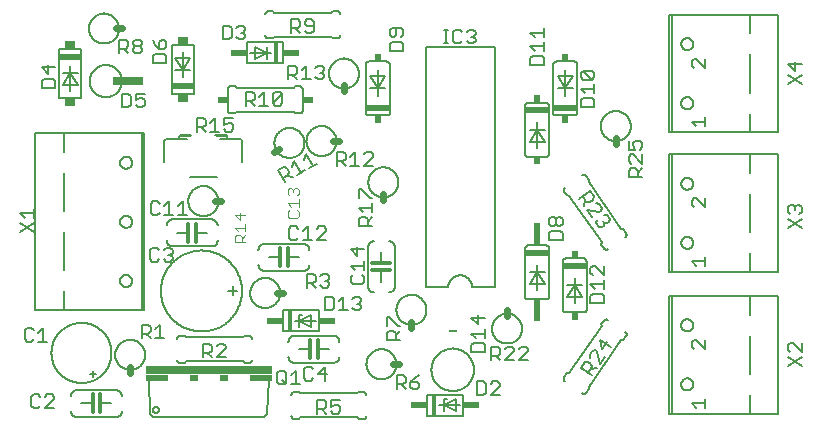
<source format=gto>
G75*
%MOIN*%
%OFA0B0*%
%FSLAX25Y25*%
%IPPOS*%
%LPD*%
%AMOC8*
5,1,8,0,0,1.08239X$1,22.5*
%
%ADD10C,0.00600*%
%ADD11C,0.00500*%
%ADD12C,0.02400*%
%ADD13R,0.10000X0.03000*%
%ADD14R,0.07362X0.02000*%
%ADD15R,0.03346X0.02500*%
%ADD16C,0.01200*%
%ADD17C,0.00400*%
%ADD18C,0.00300*%
%ADD19R,0.08000X0.02000*%
%ADD20R,0.02000X0.02500*%
%ADD21R,0.02000X0.07500*%
%ADD22R,0.03400X0.02400*%
%ADD23R,0.01500X0.07000*%
%ADD24R,0.05500X0.02000*%
%ADD25R,0.03000X0.00500*%
%ADD26R,0.42000X0.03000*%
%ADD27R,0.07500X0.02000*%
%ADD28R,0.03000X0.02000*%
D10*
X0062430Y0043655D02*
X0075430Y0043655D01*
X0075517Y0043657D01*
X0075604Y0043663D01*
X0075691Y0043672D01*
X0075777Y0043685D01*
X0075863Y0043702D01*
X0075948Y0043723D01*
X0076031Y0043748D01*
X0076114Y0043776D01*
X0076195Y0043807D01*
X0076275Y0043842D01*
X0076353Y0043881D01*
X0076430Y0043923D01*
X0076505Y0043968D01*
X0076577Y0044017D01*
X0076648Y0044068D01*
X0076716Y0044123D01*
X0076781Y0044180D01*
X0076844Y0044241D01*
X0076905Y0044304D01*
X0076962Y0044369D01*
X0077017Y0044437D01*
X0077068Y0044508D01*
X0077117Y0044580D01*
X0077162Y0044655D01*
X0077204Y0044732D01*
X0077243Y0044810D01*
X0077278Y0044890D01*
X0077309Y0044971D01*
X0077337Y0045054D01*
X0077362Y0045137D01*
X0077383Y0045222D01*
X0077400Y0045308D01*
X0077413Y0045394D01*
X0077422Y0045481D01*
X0077428Y0045568D01*
X0077430Y0045655D01*
X0073930Y0048155D02*
X0070130Y0048155D01*
X0067630Y0048155D02*
X0063930Y0048155D01*
X0060430Y0045655D02*
X0060432Y0045568D01*
X0060438Y0045481D01*
X0060447Y0045394D01*
X0060460Y0045308D01*
X0060477Y0045222D01*
X0060498Y0045137D01*
X0060523Y0045054D01*
X0060551Y0044971D01*
X0060582Y0044890D01*
X0060617Y0044810D01*
X0060656Y0044732D01*
X0060698Y0044655D01*
X0060743Y0044580D01*
X0060792Y0044508D01*
X0060843Y0044437D01*
X0060898Y0044369D01*
X0060955Y0044304D01*
X0061016Y0044241D01*
X0061079Y0044180D01*
X0061144Y0044123D01*
X0061212Y0044068D01*
X0061283Y0044017D01*
X0061355Y0043968D01*
X0061430Y0043923D01*
X0061507Y0043881D01*
X0061585Y0043842D01*
X0061665Y0043807D01*
X0061746Y0043776D01*
X0061829Y0043748D01*
X0061912Y0043723D01*
X0061997Y0043702D01*
X0062083Y0043685D01*
X0062169Y0043672D01*
X0062256Y0043663D01*
X0062343Y0043657D01*
X0062430Y0043655D01*
X0060430Y0050655D02*
X0060432Y0050742D01*
X0060438Y0050829D01*
X0060447Y0050916D01*
X0060460Y0051002D01*
X0060477Y0051088D01*
X0060498Y0051173D01*
X0060523Y0051256D01*
X0060551Y0051339D01*
X0060582Y0051420D01*
X0060617Y0051500D01*
X0060656Y0051578D01*
X0060698Y0051655D01*
X0060743Y0051730D01*
X0060792Y0051802D01*
X0060843Y0051873D01*
X0060898Y0051941D01*
X0060955Y0052006D01*
X0061016Y0052069D01*
X0061079Y0052130D01*
X0061144Y0052187D01*
X0061212Y0052242D01*
X0061283Y0052293D01*
X0061355Y0052342D01*
X0061430Y0052387D01*
X0061507Y0052429D01*
X0061585Y0052468D01*
X0061665Y0052503D01*
X0061746Y0052534D01*
X0061829Y0052562D01*
X0061912Y0052587D01*
X0061997Y0052608D01*
X0062083Y0052625D01*
X0062169Y0052638D01*
X0062256Y0052647D01*
X0062343Y0052653D01*
X0062430Y0052655D01*
X0075430Y0052655D01*
X0075517Y0052653D01*
X0075604Y0052647D01*
X0075691Y0052638D01*
X0075777Y0052625D01*
X0075863Y0052608D01*
X0075948Y0052587D01*
X0076031Y0052562D01*
X0076114Y0052534D01*
X0076195Y0052503D01*
X0076275Y0052468D01*
X0076353Y0052429D01*
X0076430Y0052387D01*
X0076505Y0052342D01*
X0076577Y0052293D01*
X0076648Y0052242D01*
X0076716Y0052187D01*
X0076781Y0052130D01*
X0076844Y0052069D01*
X0076905Y0052006D01*
X0076962Y0051941D01*
X0077017Y0051873D01*
X0077068Y0051802D01*
X0077117Y0051730D01*
X0077162Y0051655D01*
X0077204Y0051578D01*
X0077243Y0051500D01*
X0077278Y0051420D01*
X0077309Y0051339D01*
X0077337Y0051256D01*
X0077362Y0051173D01*
X0077383Y0051088D01*
X0077400Y0051002D01*
X0077413Y0050916D01*
X0077422Y0050829D01*
X0077428Y0050742D01*
X0077430Y0050655D01*
X0067930Y0057030D02*
X0067930Y0059030D01*
X0068930Y0058030D02*
X0066930Y0058030D01*
X0053930Y0065030D02*
X0053933Y0065275D01*
X0053942Y0065521D01*
X0053957Y0065766D01*
X0053978Y0066010D01*
X0054005Y0066254D01*
X0054038Y0066497D01*
X0054077Y0066740D01*
X0054122Y0066981D01*
X0054173Y0067221D01*
X0054230Y0067460D01*
X0054292Y0067697D01*
X0054361Y0067933D01*
X0054435Y0068167D01*
X0054515Y0068399D01*
X0054600Y0068629D01*
X0054691Y0068857D01*
X0054788Y0069082D01*
X0054890Y0069306D01*
X0054998Y0069526D01*
X0055111Y0069744D01*
X0055229Y0069959D01*
X0055353Y0070171D01*
X0055481Y0070380D01*
X0055615Y0070586D01*
X0055754Y0070788D01*
X0055898Y0070987D01*
X0056047Y0071182D01*
X0056200Y0071374D01*
X0056358Y0071562D01*
X0056520Y0071746D01*
X0056688Y0071925D01*
X0056859Y0072101D01*
X0057035Y0072272D01*
X0057214Y0072440D01*
X0057398Y0072602D01*
X0057586Y0072760D01*
X0057778Y0072913D01*
X0057973Y0073062D01*
X0058172Y0073206D01*
X0058374Y0073345D01*
X0058580Y0073479D01*
X0058789Y0073607D01*
X0059001Y0073731D01*
X0059216Y0073849D01*
X0059434Y0073962D01*
X0059654Y0074070D01*
X0059878Y0074172D01*
X0060103Y0074269D01*
X0060331Y0074360D01*
X0060561Y0074445D01*
X0060793Y0074525D01*
X0061027Y0074599D01*
X0061263Y0074668D01*
X0061500Y0074730D01*
X0061739Y0074787D01*
X0061979Y0074838D01*
X0062220Y0074883D01*
X0062463Y0074922D01*
X0062706Y0074955D01*
X0062950Y0074982D01*
X0063194Y0075003D01*
X0063439Y0075018D01*
X0063685Y0075027D01*
X0063930Y0075030D01*
X0064175Y0075027D01*
X0064421Y0075018D01*
X0064666Y0075003D01*
X0064910Y0074982D01*
X0065154Y0074955D01*
X0065397Y0074922D01*
X0065640Y0074883D01*
X0065881Y0074838D01*
X0066121Y0074787D01*
X0066360Y0074730D01*
X0066597Y0074668D01*
X0066833Y0074599D01*
X0067067Y0074525D01*
X0067299Y0074445D01*
X0067529Y0074360D01*
X0067757Y0074269D01*
X0067982Y0074172D01*
X0068206Y0074070D01*
X0068426Y0073962D01*
X0068644Y0073849D01*
X0068859Y0073731D01*
X0069071Y0073607D01*
X0069280Y0073479D01*
X0069486Y0073345D01*
X0069688Y0073206D01*
X0069887Y0073062D01*
X0070082Y0072913D01*
X0070274Y0072760D01*
X0070462Y0072602D01*
X0070646Y0072440D01*
X0070825Y0072272D01*
X0071001Y0072101D01*
X0071172Y0071925D01*
X0071340Y0071746D01*
X0071502Y0071562D01*
X0071660Y0071374D01*
X0071813Y0071182D01*
X0071962Y0070987D01*
X0072106Y0070788D01*
X0072245Y0070586D01*
X0072379Y0070380D01*
X0072507Y0070171D01*
X0072631Y0069959D01*
X0072749Y0069744D01*
X0072862Y0069526D01*
X0072970Y0069306D01*
X0073072Y0069082D01*
X0073169Y0068857D01*
X0073260Y0068629D01*
X0073345Y0068399D01*
X0073425Y0068167D01*
X0073499Y0067933D01*
X0073568Y0067697D01*
X0073630Y0067460D01*
X0073687Y0067221D01*
X0073738Y0066981D01*
X0073783Y0066740D01*
X0073822Y0066497D01*
X0073855Y0066254D01*
X0073882Y0066010D01*
X0073903Y0065766D01*
X0073918Y0065521D01*
X0073927Y0065275D01*
X0073930Y0065030D01*
X0073927Y0064785D01*
X0073918Y0064539D01*
X0073903Y0064294D01*
X0073882Y0064050D01*
X0073855Y0063806D01*
X0073822Y0063563D01*
X0073783Y0063320D01*
X0073738Y0063079D01*
X0073687Y0062839D01*
X0073630Y0062600D01*
X0073568Y0062363D01*
X0073499Y0062127D01*
X0073425Y0061893D01*
X0073345Y0061661D01*
X0073260Y0061431D01*
X0073169Y0061203D01*
X0073072Y0060978D01*
X0072970Y0060754D01*
X0072862Y0060534D01*
X0072749Y0060316D01*
X0072631Y0060101D01*
X0072507Y0059889D01*
X0072379Y0059680D01*
X0072245Y0059474D01*
X0072106Y0059272D01*
X0071962Y0059073D01*
X0071813Y0058878D01*
X0071660Y0058686D01*
X0071502Y0058498D01*
X0071340Y0058314D01*
X0071172Y0058135D01*
X0071001Y0057959D01*
X0070825Y0057788D01*
X0070646Y0057620D01*
X0070462Y0057458D01*
X0070274Y0057300D01*
X0070082Y0057147D01*
X0069887Y0056998D01*
X0069688Y0056854D01*
X0069486Y0056715D01*
X0069280Y0056581D01*
X0069071Y0056453D01*
X0068859Y0056329D01*
X0068644Y0056211D01*
X0068426Y0056098D01*
X0068206Y0055990D01*
X0067982Y0055888D01*
X0067757Y0055791D01*
X0067529Y0055700D01*
X0067299Y0055615D01*
X0067067Y0055535D01*
X0066833Y0055461D01*
X0066597Y0055392D01*
X0066360Y0055330D01*
X0066121Y0055273D01*
X0065881Y0055222D01*
X0065640Y0055177D01*
X0065397Y0055138D01*
X0065154Y0055105D01*
X0064910Y0055078D01*
X0064666Y0055057D01*
X0064421Y0055042D01*
X0064175Y0055033D01*
X0063930Y0055030D01*
X0063685Y0055033D01*
X0063439Y0055042D01*
X0063194Y0055057D01*
X0062950Y0055078D01*
X0062706Y0055105D01*
X0062463Y0055138D01*
X0062220Y0055177D01*
X0061979Y0055222D01*
X0061739Y0055273D01*
X0061500Y0055330D01*
X0061263Y0055392D01*
X0061027Y0055461D01*
X0060793Y0055535D01*
X0060561Y0055615D01*
X0060331Y0055700D01*
X0060103Y0055791D01*
X0059878Y0055888D01*
X0059654Y0055990D01*
X0059434Y0056098D01*
X0059216Y0056211D01*
X0059001Y0056329D01*
X0058789Y0056453D01*
X0058580Y0056581D01*
X0058374Y0056715D01*
X0058172Y0056854D01*
X0057973Y0056998D01*
X0057778Y0057147D01*
X0057586Y0057300D01*
X0057398Y0057458D01*
X0057214Y0057620D01*
X0057035Y0057788D01*
X0056859Y0057959D01*
X0056688Y0058135D01*
X0056520Y0058314D01*
X0056358Y0058498D01*
X0056200Y0058686D01*
X0056047Y0058878D01*
X0055898Y0059073D01*
X0055754Y0059272D01*
X0055615Y0059474D01*
X0055481Y0059680D01*
X0055353Y0059889D01*
X0055229Y0060101D01*
X0055111Y0060316D01*
X0054998Y0060534D01*
X0054890Y0060754D01*
X0054788Y0060978D01*
X0054691Y0061203D01*
X0054600Y0061431D01*
X0054515Y0061661D01*
X0054435Y0061893D01*
X0054361Y0062127D01*
X0054292Y0062363D01*
X0054230Y0062600D01*
X0054173Y0062839D01*
X0054122Y0063079D01*
X0054077Y0063320D01*
X0054038Y0063563D01*
X0054005Y0063806D01*
X0053978Y0064050D01*
X0053957Y0064294D01*
X0053942Y0064539D01*
X0053933Y0064785D01*
X0053930Y0065030D01*
X0058002Y0079264D02*
X0048601Y0079264D01*
X0048601Y0138264D01*
X0058002Y0138264D01*
X0084002Y0138264D01*
X0084802Y0138264D01*
X0084802Y0079264D01*
X0084002Y0079264D01*
X0058002Y0079264D01*
X0058002Y0085564D01*
X0058002Y0092564D02*
X0058002Y0105264D01*
X0058002Y0112264D02*
X0058002Y0124965D01*
X0058002Y0131965D02*
X0058002Y0138264D01*
X0056558Y0149958D02*
X0063802Y0149958D01*
X0063802Y0166352D01*
X0056558Y0166352D01*
X0056558Y0149958D01*
X0060180Y0152155D02*
X0060180Y0158155D01*
X0057680Y0158155D01*
X0060180Y0158155D02*
X0060180Y0160655D01*
X0060180Y0158155D02*
X0062680Y0158155D01*
X0060180Y0158155D02*
X0062680Y0154155D01*
X0057680Y0154155D01*
X0060180Y0158155D01*
X0066430Y0173155D02*
X0066432Y0173296D01*
X0066438Y0173437D01*
X0066448Y0173577D01*
X0066462Y0173717D01*
X0066480Y0173857D01*
X0066501Y0173996D01*
X0066527Y0174135D01*
X0066556Y0174273D01*
X0066590Y0174409D01*
X0066627Y0174545D01*
X0066668Y0174680D01*
X0066713Y0174814D01*
X0066762Y0174946D01*
X0066814Y0175077D01*
X0066870Y0175206D01*
X0066930Y0175333D01*
X0066993Y0175459D01*
X0067059Y0175583D01*
X0067130Y0175706D01*
X0067203Y0175826D01*
X0067280Y0175944D01*
X0067360Y0176060D01*
X0067444Y0176173D01*
X0067530Y0176284D01*
X0067620Y0176393D01*
X0067713Y0176499D01*
X0067808Y0176602D01*
X0067907Y0176703D01*
X0068008Y0176801D01*
X0068112Y0176896D01*
X0068219Y0176988D01*
X0068328Y0177077D01*
X0068440Y0177162D01*
X0068554Y0177245D01*
X0068670Y0177325D01*
X0068789Y0177401D01*
X0068910Y0177473D01*
X0069032Y0177543D01*
X0069157Y0177608D01*
X0069283Y0177671D01*
X0069411Y0177729D01*
X0069541Y0177784D01*
X0069672Y0177836D01*
X0069805Y0177883D01*
X0069939Y0177927D01*
X0070074Y0177968D01*
X0070210Y0178004D01*
X0070347Y0178036D01*
X0070485Y0178065D01*
X0070623Y0178090D01*
X0070763Y0178110D01*
X0070903Y0178127D01*
X0071043Y0178140D01*
X0071184Y0178149D01*
X0071324Y0178154D01*
X0071465Y0178155D01*
X0071606Y0178152D01*
X0071747Y0178145D01*
X0071887Y0178134D01*
X0072027Y0178119D01*
X0072167Y0178100D01*
X0072306Y0178078D01*
X0072444Y0178051D01*
X0072582Y0178021D01*
X0072718Y0177986D01*
X0072854Y0177948D01*
X0072988Y0177906D01*
X0073122Y0177860D01*
X0073254Y0177811D01*
X0073384Y0177757D01*
X0073513Y0177700D01*
X0073640Y0177640D01*
X0073766Y0177576D01*
X0073889Y0177508D01*
X0074011Y0177437D01*
X0074131Y0177363D01*
X0074248Y0177285D01*
X0074363Y0177204D01*
X0074476Y0177120D01*
X0074587Y0177033D01*
X0074695Y0176942D01*
X0074800Y0176849D01*
X0074903Y0176752D01*
X0075003Y0176653D01*
X0075100Y0176551D01*
X0075194Y0176446D01*
X0075285Y0176339D01*
X0075373Y0176229D01*
X0075458Y0176117D01*
X0075540Y0176002D01*
X0075619Y0175885D01*
X0075694Y0175766D01*
X0075766Y0175645D01*
X0075834Y0175522D01*
X0075899Y0175397D01*
X0075961Y0175270D01*
X0076018Y0175141D01*
X0076073Y0175011D01*
X0076123Y0174880D01*
X0076170Y0174747D01*
X0076213Y0174613D01*
X0076252Y0174477D01*
X0076287Y0174341D01*
X0076319Y0174204D01*
X0076346Y0174066D01*
X0076370Y0173927D01*
X0076390Y0173787D01*
X0076406Y0173647D01*
X0076418Y0173507D01*
X0076426Y0173366D01*
X0076430Y0173225D01*
X0076430Y0173085D01*
X0076426Y0172944D01*
X0076418Y0172803D01*
X0076406Y0172663D01*
X0076390Y0172523D01*
X0076370Y0172383D01*
X0076346Y0172244D01*
X0076319Y0172106D01*
X0076287Y0171969D01*
X0076252Y0171833D01*
X0076213Y0171697D01*
X0076170Y0171563D01*
X0076123Y0171430D01*
X0076073Y0171299D01*
X0076018Y0171169D01*
X0075961Y0171040D01*
X0075899Y0170913D01*
X0075834Y0170788D01*
X0075766Y0170665D01*
X0075694Y0170544D01*
X0075619Y0170425D01*
X0075540Y0170308D01*
X0075458Y0170193D01*
X0075373Y0170081D01*
X0075285Y0169971D01*
X0075194Y0169864D01*
X0075100Y0169759D01*
X0075003Y0169657D01*
X0074903Y0169558D01*
X0074800Y0169461D01*
X0074695Y0169368D01*
X0074587Y0169277D01*
X0074476Y0169190D01*
X0074363Y0169106D01*
X0074248Y0169025D01*
X0074131Y0168947D01*
X0074011Y0168873D01*
X0073889Y0168802D01*
X0073766Y0168734D01*
X0073640Y0168670D01*
X0073513Y0168610D01*
X0073384Y0168553D01*
X0073254Y0168499D01*
X0073122Y0168450D01*
X0072988Y0168404D01*
X0072854Y0168362D01*
X0072718Y0168324D01*
X0072582Y0168289D01*
X0072444Y0168259D01*
X0072306Y0168232D01*
X0072167Y0168210D01*
X0072027Y0168191D01*
X0071887Y0168176D01*
X0071747Y0168165D01*
X0071606Y0168158D01*
X0071465Y0168155D01*
X0071324Y0168156D01*
X0071184Y0168161D01*
X0071043Y0168170D01*
X0070903Y0168183D01*
X0070763Y0168200D01*
X0070623Y0168220D01*
X0070485Y0168245D01*
X0070347Y0168274D01*
X0070210Y0168306D01*
X0070074Y0168342D01*
X0069939Y0168383D01*
X0069805Y0168427D01*
X0069672Y0168474D01*
X0069541Y0168526D01*
X0069411Y0168581D01*
X0069283Y0168639D01*
X0069157Y0168702D01*
X0069032Y0168767D01*
X0068910Y0168837D01*
X0068789Y0168909D01*
X0068670Y0168985D01*
X0068554Y0169065D01*
X0068440Y0169148D01*
X0068328Y0169233D01*
X0068219Y0169322D01*
X0068112Y0169414D01*
X0068008Y0169509D01*
X0067907Y0169607D01*
X0067808Y0169708D01*
X0067713Y0169811D01*
X0067620Y0169917D01*
X0067530Y0170026D01*
X0067444Y0170137D01*
X0067360Y0170250D01*
X0067280Y0170366D01*
X0067203Y0170484D01*
X0067130Y0170604D01*
X0067059Y0170727D01*
X0066993Y0170851D01*
X0066930Y0170977D01*
X0066870Y0171104D01*
X0066814Y0171233D01*
X0066762Y0171364D01*
X0066713Y0171496D01*
X0066668Y0171630D01*
X0066627Y0171765D01*
X0066590Y0171901D01*
X0066556Y0172037D01*
X0066527Y0172175D01*
X0066501Y0172314D01*
X0066480Y0172453D01*
X0066462Y0172593D01*
X0066448Y0172733D01*
X0066438Y0172873D01*
X0066432Y0173014D01*
X0066430Y0173155D01*
X0094058Y0167602D02*
X0094058Y0151208D01*
X0101302Y0151208D01*
X0101302Y0167602D01*
X0094058Y0167602D01*
X0097680Y0165405D02*
X0097680Y0159405D01*
X0100180Y0159405D01*
X0097680Y0159405D02*
X0095180Y0159405D01*
X0097680Y0159405D02*
X0097680Y0156905D01*
X0097680Y0159405D02*
X0095180Y0163405D01*
X0100180Y0163405D01*
X0097680Y0159405D01*
X0112680Y0152905D02*
X0112680Y0145905D01*
X0112682Y0145845D01*
X0112687Y0145784D01*
X0112696Y0145725D01*
X0112709Y0145666D01*
X0112725Y0145607D01*
X0112745Y0145550D01*
X0112768Y0145495D01*
X0112795Y0145440D01*
X0112824Y0145388D01*
X0112857Y0145337D01*
X0112893Y0145288D01*
X0112931Y0145242D01*
X0112973Y0145198D01*
X0113017Y0145156D01*
X0113063Y0145118D01*
X0113112Y0145082D01*
X0113163Y0145049D01*
X0113215Y0145020D01*
X0113270Y0144993D01*
X0113325Y0144970D01*
X0113382Y0144950D01*
X0113441Y0144934D01*
X0113500Y0144921D01*
X0113559Y0144912D01*
X0113620Y0144907D01*
X0113680Y0144905D01*
X0115180Y0144905D01*
X0115680Y0145405D01*
X0134680Y0145405D01*
X0135180Y0144905D01*
X0136680Y0144905D01*
X0136740Y0144907D01*
X0136801Y0144912D01*
X0136860Y0144921D01*
X0136919Y0144934D01*
X0136978Y0144950D01*
X0137035Y0144970D01*
X0137090Y0144993D01*
X0137145Y0145020D01*
X0137197Y0145049D01*
X0137248Y0145082D01*
X0137297Y0145118D01*
X0137343Y0145156D01*
X0137387Y0145198D01*
X0137429Y0145242D01*
X0137467Y0145288D01*
X0137503Y0145337D01*
X0137536Y0145388D01*
X0137565Y0145440D01*
X0137592Y0145495D01*
X0137615Y0145550D01*
X0137635Y0145607D01*
X0137651Y0145666D01*
X0137664Y0145725D01*
X0137673Y0145784D01*
X0137678Y0145845D01*
X0137680Y0145905D01*
X0137680Y0152905D01*
X0137678Y0152965D01*
X0137673Y0153026D01*
X0137664Y0153085D01*
X0137651Y0153144D01*
X0137635Y0153203D01*
X0137615Y0153260D01*
X0137592Y0153315D01*
X0137565Y0153370D01*
X0137536Y0153422D01*
X0137503Y0153473D01*
X0137467Y0153522D01*
X0137429Y0153568D01*
X0137387Y0153612D01*
X0137343Y0153654D01*
X0137297Y0153692D01*
X0137248Y0153728D01*
X0137197Y0153761D01*
X0137145Y0153790D01*
X0137090Y0153817D01*
X0137035Y0153840D01*
X0136978Y0153860D01*
X0136919Y0153876D01*
X0136860Y0153889D01*
X0136801Y0153898D01*
X0136740Y0153903D01*
X0136680Y0153905D01*
X0135180Y0153905D01*
X0134680Y0153405D01*
X0115680Y0153405D01*
X0115180Y0153905D01*
X0113680Y0153905D01*
X0113620Y0153903D01*
X0113559Y0153898D01*
X0113500Y0153889D01*
X0113441Y0153876D01*
X0113382Y0153860D01*
X0113325Y0153840D01*
X0113270Y0153817D01*
X0113215Y0153790D01*
X0113163Y0153761D01*
X0113112Y0153728D01*
X0113063Y0153692D01*
X0113017Y0153654D01*
X0112973Y0153612D01*
X0112931Y0153568D01*
X0112893Y0153522D01*
X0112857Y0153473D01*
X0112824Y0153422D01*
X0112795Y0153370D01*
X0112768Y0153315D01*
X0112745Y0153260D01*
X0112725Y0153203D01*
X0112709Y0153144D01*
X0112696Y0153085D01*
X0112687Y0153026D01*
X0112682Y0152965D01*
X0112680Y0152905D01*
X0119180Y0161530D02*
X0119180Y0168530D01*
X0131180Y0168530D01*
X0131180Y0161530D01*
X0119180Y0161530D01*
X0121680Y0163030D02*
X0125680Y0165030D01*
X0125680Y0167030D01*
X0125680Y0165030D02*
X0125680Y0163030D01*
X0125680Y0165030D02*
X0121680Y0167030D01*
X0121680Y0163030D01*
X0120180Y0165030D02*
X0125680Y0165030D01*
X0127180Y0165030D01*
X0127680Y0169905D02*
X0126180Y0169905D01*
X0126120Y0169907D01*
X0126059Y0169912D01*
X0126000Y0169921D01*
X0125941Y0169934D01*
X0125882Y0169950D01*
X0125825Y0169970D01*
X0125770Y0169993D01*
X0125715Y0170020D01*
X0125663Y0170049D01*
X0125612Y0170082D01*
X0125563Y0170118D01*
X0125517Y0170156D01*
X0125473Y0170198D01*
X0125431Y0170242D01*
X0125393Y0170288D01*
X0125357Y0170337D01*
X0125324Y0170388D01*
X0125295Y0170440D01*
X0125268Y0170495D01*
X0125245Y0170550D01*
X0125225Y0170607D01*
X0125209Y0170666D01*
X0125196Y0170725D01*
X0125187Y0170784D01*
X0125182Y0170845D01*
X0125180Y0170905D01*
X0127680Y0169905D02*
X0128180Y0170405D01*
X0147180Y0170405D01*
X0147680Y0169905D01*
X0149180Y0169905D01*
X0149240Y0169907D01*
X0149301Y0169912D01*
X0149360Y0169921D01*
X0149419Y0169934D01*
X0149478Y0169950D01*
X0149535Y0169970D01*
X0149590Y0169993D01*
X0149645Y0170020D01*
X0149697Y0170049D01*
X0149748Y0170082D01*
X0149797Y0170118D01*
X0149843Y0170156D01*
X0149887Y0170198D01*
X0149929Y0170242D01*
X0149967Y0170288D01*
X0150003Y0170337D01*
X0150036Y0170388D01*
X0150065Y0170440D01*
X0150092Y0170495D01*
X0150115Y0170550D01*
X0150135Y0170607D01*
X0150151Y0170666D01*
X0150164Y0170725D01*
X0150173Y0170784D01*
X0150178Y0170845D01*
X0150180Y0170905D01*
X0150180Y0177905D02*
X0150178Y0177965D01*
X0150173Y0178026D01*
X0150164Y0178085D01*
X0150151Y0178144D01*
X0150135Y0178203D01*
X0150115Y0178260D01*
X0150092Y0178315D01*
X0150065Y0178370D01*
X0150036Y0178422D01*
X0150003Y0178473D01*
X0149967Y0178522D01*
X0149929Y0178568D01*
X0149887Y0178612D01*
X0149843Y0178654D01*
X0149797Y0178692D01*
X0149748Y0178728D01*
X0149697Y0178761D01*
X0149645Y0178790D01*
X0149590Y0178817D01*
X0149535Y0178840D01*
X0149478Y0178860D01*
X0149419Y0178876D01*
X0149360Y0178889D01*
X0149301Y0178898D01*
X0149240Y0178903D01*
X0149180Y0178905D01*
X0147680Y0178905D01*
X0147180Y0178405D01*
X0128180Y0178405D01*
X0127680Y0178905D01*
X0126180Y0178905D01*
X0126120Y0178903D01*
X0126059Y0178898D01*
X0126000Y0178889D01*
X0125941Y0178876D01*
X0125882Y0178860D01*
X0125825Y0178840D01*
X0125770Y0178817D01*
X0125715Y0178790D01*
X0125663Y0178761D01*
X0125612Y0178728D01*
X0125563Y0178692D01*
X0125517Y0178654D01*
X0125473Y0178612D01*
X0125431Y0178568D01*
X0125393Y0178522D01*
X0125357Y0178473D01*
X0125324Y0178422D01*
X0125295Y0178370D01*
X0125268Y0178315D01*
X0125245Y0178260D01*
X0125225Y0178203D01*
X0125209Y0178144D01*
X0125196Y0178085D01*
X0125187Y0178026D01*
X0125182Y0177965D01*
X0125180Y0177905D01*
X0146430Y0158155D02*
X0146432Y0158296D01*
X0146438Y0158437D01*
X0146448Y0158577D01*
X0146462Y0158717D01*
X0146480Y0158857D01*
X0146501Y0158996D01*
X0146527Y0159135D01*
X0146556Y0159273D01*
X0146590Y0159409D01*
X0146627Y0159545D01*
X0146668Y0159680D01*
X0146713Y0159814D01*
X0146762Y0159946D01*
X0146814Y0160077D01*
X0146870Y0160206D01*
X0146930Y0160333D01*
X0146993Y0160459D01*
X0147059Y0160583D01*
X0147130Y0160706D01*
X0147203Y0160826D01*
X0147280Y0160944D01*
X0147360Y0161060D01*
X0147444Y0161173D01*
X0147530Y0161284D01*
X0147620Y0161393D01*
X0147713Y0161499D01*
X0147808Y0161602D01*
X0147907Y0161703D01*
X0148008Y0161801D01*
X0148112Y0161896D01*
X0148219Y0161988D01*
X0148328Y0162077D01*
X0148440Y0162162D01*
X0148554Y0162245D01*
X0148670Y0162325D01*
X0148789Y0162401D01*
X0148910Y0162473D01*
X0149032Y0162543D01*
X0149157Y0162608D01*
X0149283Y0162671D01*
X0149411Y0162729D01*
X0149541Y0162784D01*
X0149672Y0162836D01*
X0149805Y0162883D01*
X0149939Y0162927D01*
X0150074Y0162968D01*
X0150210Y0163004D01*
X0150347Y0163036D01*
X0150485Y0163065D01*
X0150623Y0163090D01*
X0150763Y0163110D01*
X0150903Y0163127D01*
X0151043Y0163140D01*
X0151184Y0163149D01*
X0151324Y0163154D01*
X0151465Y0163155D01*
X0151606Y0163152D01*
X0151747Y0163145D01*
X0151887Y0163134D01*
X0152027Y0163119D01*
X0152167Y0163100D01*
X0152306Y0163078D01*
X0152444Y0163051D01*
X0152582Y0163021D01*
X0152718Y0162986D01*
X0152854Y0162948D01*
X0152988Y0162906D01*
X0153122Y0162860D01*
X0153254Y0162811D01*
X0153384Y0162757D01*
X0153513Y0162700D01*
X0153640Y0162640D01*
X0153766Y0162576D01*
X0153889Y0162508D01*
X0154011Y0162437D01*
X0154131Y0162363D01*
X0154248Y0162285D01*
X0154363Y0162204D01*
X0154476Y0162120D01*
X0154587Y0162033D01*
X0154695Y0161942D01*
X0154800Y0161849D01*
X0154903Y0161752D01*
X0155003Y0161653D01*
X0155100Y0161551D01*
X0155194Y0161446D01*
X0155285Y0161339D01*
X0155373Y0161229D01*
X0155458Y0161117D01*
X0155540Y0161002D01*
X0155619Y0160885D01*
X0155694Y0160766D01*
X0155766Y0160645D01*
X0155834Y0160522D01*
X0155899Y0160397D01*
X0155961Y0160270D01*
X0156018Y0160141D01*
X0156073Y0160011D01*
X0156123Y0159880D01*
X0156170Y0159747D01*
X0156213Y0159613D01*
X0156252Y0159477D01*
X0156287Y0159341D01*
X0156319Y0159204D01*
X0156346Y0159066D01*
X0156370Y0158927D01*
X0156390Y0158787D01*
X0156406Y0158647D01*
X0156418Y0158507D01*
X0156426Y0158366D01*
X0156430Y0158225D01*
X0156430Y0158085D01*
X0156426Y0157944D01*
X0156418Y0157803D01*
X0156406Y0157663D01*
X0156390Y0157523D01*
X0156370Y0157383D01*
X0156346Y0157244D01*
X0156319Y0157106D01*
X0156287Y0156969D01*
X0156252Y0156833D01*
X0156213Y0156697D01*
X0156170Y0156563D01*
X0156123Y0156430D01*
X0156073Y0156299D01*
X0156018Y0156169D01*
X0155961Y0156040D01*
X0155899Y0155913D01*
X0155834Y0155788D01*
X0155766Y0155665D01*
X0155694Y0155544D01*
X0155619Y0155425D01*
X0155540Y0155308D01*
X0155458Y0155193D01*
X0155373Y0155081D01*
X0155285Y0154971D01*
X0155194Y0154864D01*
X0155100Y0154759D01*
X0155003Y0154657D01*
X0154903Y0154558D01*
X0154800Y0154461D01*
X0154695Y0154368D01*
X0154587Y0154277D01*
X0154476Y0154190D01*
X0154363Y0154106D01*
X0154248Y0154025D01*
X0154131Y0153947D01*
X0154011Y0153873D01*
X0153889Y0153802D01*
X0153766Y0153734D01*
X0153640Y0153670D01*
X0153513Y0153610D01*
X0153384Y0153553D01*
X0153254Y0153499D01*
X0153122Y0153450D01*
X0152988Y0153404D01*
X0152854Y0153362D01*
X0152718Y0153324D01*
X0152582Y0153289D01*
X0152444Y0153259D01*
X0152306Y0153232D01*
X0152167Y0153210D01*
X0152027Y0153191D01*
X0151887Y0153176D01*
X0151747Y0153165D01*
X0151606Y0153158D01*
X0151465Y0153155D01*
X0151324Y0153156D01*
X0151184Y0153161D01*
X0151043Y0153170D01*
X0150903Y0153183D01*
X0150763Y0153200D01*
X0150623Y0153220D01*
X0150485Y0153245D01*
X0150347Y0153274D01*
X0150210Y0153306D01*
X0150074Y0153342D01*
X0149939Y0153383D01*
X0149805Y0153427D01*
X0149672Y0153474D01*
X0149541Y0153526D01*
X0149411Y0153581D01*
X0149283Y0153639D01*
X0149157Y0153702D01*
X0149032Y0153767D01*
X0148910Y0153837D01*
X0148789Y0153909D01*
X0148670Y0153985D01*
X0148554Y0154065D01*
X0148440Y0154148D01*
X0148328Y0154233D01*
X0148219Y0154322D01*
X0148112Y0154414D01*
X0148008Y0154509D01*
X0147907Y0154607D01*
X0147808Y0154708D01*
X0147713Y0154811D01*
X0147620Y0154917D01*
X0147530Y0155026D01*
X0147444Y0155137D01*
X0147360Y0155250D01*
X0147280Y0155366D01*
X0147203Y0155484D01*
X0147130Y0155604D01*
X0147059Y0155727D01*
X0146993Y0155851D01*
X0146930Y0155977D01*
X0146870Y0156104D01*
X0146814Y0156233D01*
X0146762Y0156364D01*
X0146713Y0156496D01*
X0146668Y0156630D01*
X0146627Y0156765D01*
X0146590Y0156901D01*
X0146556Y0157037D01*
X0146527Y0157175D01*
X0146501Y0157314D01*
X0146480Y0157453D01*
X0146462Y0157593D01*
X0146448Y0157733D01*
X0146438Y0157873D01*
X0146432Y0158014D01*
X0146430Y0158155D01*
X0158680Y0161155D02*
X0158680Y0145155D01*
X0158682Y0145095D01*
X0158687Y0145034D01*
X0158696Y0144975D01*
X0158709Y0144916D01*
X0158725Y0144857D01*
X0158745Y0144800D01*
X0158768Y0144745D01*
X0158795Y0144690D01*
X0158824Y0144638D01*
X0158857Y0144587D01*
X0158893Y0144538D01*
X0158931Y0144492D01*
X0158973Y0144448D01*
X0159017Y0144406D01*
X0159063Y0144368D01*
X0159112Y0144332D01*
X0159163Y0144299D01*
X0159215Y0144270D01*
X0159270Y0144243D01*
X0159325Y0144220D01*
X0159382Y0144200D01*
X0159441Y0144184D01*
X0159500Y0144171D01*
X0159559Y0144162D01*
X0159620Y0144157D01*
X0159680Y0144155D01*
X0165680Y0144155D01*
X0165740Y0144157D01*
X0165801Y0144162D01*
X0165860Y0144171D01*
X0165919Y0144184D01*
X0165978Y0144200D01*
X0166035Y0144220D01*
X0166090Y0144243D01*
X0166145Y0144270D01*
X0166197Y0144299D01*
X0166248Y0144332D01*
X0166297Y0144368D01*
X0166343Y0144406D01*
X0166387Y0144448D01*
X0166429Y0144492D01*
X0166467Y0144538D01*
X0166503Y0144587D01*
X0166536Y0144638D01*
X0166565Y0144690D01*
X0166592Y0144745D01*
X0166615Y0144800D01*
X0166635Y0144857D01*
X0166651Y0144916D01*
X0166664Y0144975D01*
X0166673Y0145034D01*
X0166678Y0145095D01*
X0166680Y0145155D01*
X0166680Y0161155D01*
X0166678Y0161215D01*
X0166673Y0161276D01*
X0166664Y0161335D01*
X0166651Y0161394D01*
X0166635Y0161453D01*
X0166615Y0161510D01*
X0166592Y0161565D01*
X0166565Y0161620D01*
X0166536Y0161672D01*
X0166503Y0161723D01*
X0166467Y0161772D01*
X0166429Y0161818D01*
X0166387Y0161862D01*
X0166343Y0161904D01*
X0166297Y0161942D01*
X0166248Y0161978D01*
X0166197Y0162011D01*
X0166145Y0162040D01*
X0166090Y0162067D01*
X0166035Y0162090D01*
X0165978Y0162110D01*
X0165919Y0162126D01*
X0165860Y0162139D01*
X0165801Y0162148D01*
X0165740Y0162153D01*
X0165680Y0162155D01*
X0159680Y0162155D01*
X0159620Y0162153D01*
X0159559Y0162148D01*
X0159500Y0162139D01*
X0159441Y0162126D01*
X0159382Y0162110D01*
X0159325Y0162090D01*
X0159270Y0162067D01*
X0159215Y0162040D01*
X0159163Y0162011D01*
X0159112Y0161978D01*
X0159063Y0161942D01*
X0159017Y0161904D01*
X0158973Y0161862D01*
X0158931Y0161818D01*
X0158893Y0161772D01*
X0158857Y0161723D01*
X0158824Y0161672D01*
X0158795Y0161620D01*
X0158768Y0161565D01*
X0158745Y0161510D01*
X0158725Y0161453D01*
X0158709Y0161394D01*
X0158696Y0161335D01*
X0158687Y0161276D01*
X0158682Y0161215D01*
X0158680Y0161155D01*
X0160180Y0157155D02*
X0162680Y0153155D01*
X0165180Y0153155D01*
X0162680Y0153155D02*
X0162680Y0150655D01*
X0162680Y0153155D02*
X0160180Y0153155D01*
X0162680Y0153155D02*
X0162680Y0159155D01*
X0160180Y0157155D02*
X0165180Y0157155D01*
X0162680Y0153155D01*
X0178680Y0166905D02*
X0201680Y0166905D01*
X0201680Y0086905D01*
X0194180Y0086905D01*
X0194178Y0087031D01*
X0194172Y0087156D01*
X0194162Y0087281D01*
X0194148Y0087406D01*
X0194131Y0087531D01*
X0194109Y0087655D01*
X0194084Y0087778D01*
X0194054Y0087900D01*
X0194021Y0088021D01*
X0193984Y0088141D01*
X0193944Y0088260D01*
X0193899Y0088377D01*
X0193851Y0088494D01*
X0193799Y0088608D01*
X0193744Y0088721D01*
X0193685Y0088832D01*
X0193623Y0088941D01*
X0193557Y0089048D01*
X0193488Y0089153D01*
X0193416Y0089256D01*
X0193341Y0089357D01*
X0193262Y0089455D01*
X0193180Y0089550D01*
X0193096Y0089643D01*
X0193008Y0089733D01*
X0192918Y0089821D01*
X0192825Y0089905D01*
X0192730Y0089987D01*
X0192632Y0090066D01*
X0192531Y0090141D01*
X0192428Y0090213D01*
X0192323Y0090282D01*
X0192216Y0090348D01*
X0192107Y0090410D01*
X0191996Y0090469D01*
X0191883Y0090524D01*
X0191769Y0090576D01*
X0191652Y0090624D01*
X0191535Y0090669D01*
X0191416Y0090709D01*
X0191296Y0090746D01*
X0191175Y0090779D01*
X0191053Y0090809D01*
X0190930Y0090834D01*
X0190806Y0090856D01*
X0190681Y0090873D01*
X0190556Y0090887D01*
X0190431Y0090897D01*
X0190306Y0090903D01*
X0190180Y0090905D01*
X0190054Y0090903D01*
X0189929Y0090897D01*
X0189804Y0090887D01*
X0189679Y0090873D01*
X0189554Y0090856D01*
X0189430Y0090834D01*
X0189307Y0090809D01*
X0189185Y0090779D01*
X0189064Y0090746D01*
X0188944Y0090709D01*
X0188825Y0090669D01*
X0188708Y0090624D01*
X0188591Y0090576D01*
X0188477Y0090524D01*
X0188364Y0090469D01*
X0188253Y0090410D01*
X0188144Y0090348D01*
X0188037Y0090282D01*
X0187932Y0090213D01*
X0187829Y0090141D01*
X0187728Y0090066D01*
X0187630Y0089987D01*
X0187535Y0089905D01*
X0187442Y0089821D01*
X0187352Y0089733D01*
X0187264Y0089643D01*
X0187180Y0089550D01*
X0187098Y0089455D01*
X0187019Y0089357D01*
X0186944Y0089256D01*
X0186872Y0089153D01*
X0186803Y0089048D01*
X0186737Y0088941D01*
X0186675Y0088832D01*
X0186616Y0088721D01*
X0186561Y0088608D01*
X0186509Y0088494D01*
X0186461Y0088377D01*
X0186416Y0088260D01*
X0186376Y0088141D01*
X0186339Y0088021D01*
X0186306Y0087900D01*
X0186276Y0087778D01*
X0186251Y0087655D01*
X0186229Y0087531D01*
X0186212Y0087406D01*
X0186198Y0087281D01*
X0186188Y0087156D01*
X0186182Y0087031D01*
X0186180Y0086905D01*
X0178680Y0086905D01*
X0178680Y0166905D01*
X0211805Y0147405D02*
X0211805Y0131405D01*
X0211807Y0131345D01*
X0211812Y0131284D01*
X0211821Y0131225D01*
X0211834Y0131166D01*
X0211850Y0131107D01*
X0211870Y0131050D01*
X0211893Y0130995D01*
X0211920Y0130940D01*
X0211949Y0130888D01*
X0211982Y0130837D01*
X0212018Y0130788D01*
X0212056Y0130742D01*
X0212098Y0130698D01*
X0212142Y0130656D01*
X0212188Y0130618D01*
X0212237Y0130582D01*
X0212288Y0130549D01*
X0212340Y0130520D01*
X0212395Y0130493D01*
X0212450Y0130470D01*
X0212507Y0130450D01*
X0212566Y0130434D01*
X0212625Y0130421D01*
X0212684Y0130412D01*
X0212745Y0130407D01*
X0212805Y0130405D01*
X0218805Y0130405D01*
X0218865Y0130407D01*
X0218926Y0130412D01*
X0218985Y0130421D01*
X0219044Y0130434D01*
X0219103Y0130450D01*
X0219160Y0130470D01*
X0219215Y0130493D01*
X0219270Y0130520D01*
X0219322Y0130549D01*
X0219373Y0130582D01*
X0219422Y0130618D01*
X0219468Y0130656D01*
X0219512Y0130698D01*
X0219554Y0130742D01*
X0219592Y0130788D01*
X0219628Y0130837D01*
X0219661Y0130888D01*
X0219690Y0130940D01*
X0219717Y0130995D01*
X0219740Y0131050D01*
X0219760Y0131107D01*
X0219776Y0131166D01*
X0219789Y0131225D01*
X0219798Y0131284D01*
X0219803Y0131345D01*
X0219805Y0131405D01*
X0219805Y0147405D01*
X0219803Y0147465D01*
X0219798Y0147526D01*
X0219789Y0147585D01*
X0219776Y0147644D01*
X0219760Y0147703D01*
X0219740Y0147760D01*
X0219717Y0147815D01*
X0219690Y0147870D01*
X0219661Y0147922D01*
X0219628Y0147973D01*
X0219592Y0148022D01*
X0219554Y0148068D01*
X0219512Y0148112D01*
X0219468Y0148154D01*
X0219422Y0148192D01*
X0219373Y0148228D01*
X0219322Y0148261D01*
X0219270Y0148290D01*
X0219215Y0148317D01*
X0219160Y0148340D01*
X0219103Y0148360D01*
X0219044Y0148376D01*
X0218985Y0148389D01*
X0218926Y0148398D01*
X0218865Y0148403D01*
X0218805Y0148405D01*
X0212805Y0148405D01*
X0212745Y0148403D01*
X0212684Y0148398D01*
X0212625Y0148389D01*
X0212566Y0148376D01*
X0212507Y0148360D01*
X0212450Y0148340D01*
X0212395Y0148317D01*
X0212340Y0148290D01*
X0212288Y0148261D01*
X0212237Y0148228D01*
X0212188Y0148192D01*
X0212142Y0148154D01*
X0212098Y0148112D01*
X0212056Y0148068D01*
X0212018Y0148022D01*
X0211982Y0147973D01*
X0211949Y0147922D01*
X0211920Y0147870D01*
X0211893Y0147815D01*
X0211870Y0147760D01*
X0211850Y0147703D01*
X0211834Y0147644D01*
X0211821Y0147585D01*
X0211812Y0147526D01*
X0211807Y0147465D01*
X0211805Y0147405D01*
X0215805Y0141905D02*
X0215805Y0139405D01*
X0213305Y0139405D01*
X0215805Y0139405D02*
X0218305Y0139405D01*
X0215805Y0139405D02*
X0218305Y0135405D01*
X0213305Y0135405D01*
X0215805Y0139405D01*
X0215805Y0133405D01*
X0230877Y0124152D02*
X0230928Y0124185D01*
X0230980Y0124215D01*
X0231034Y0124242D01*
X0231090Y0124266D01*
X0231147Y0124286D01*
X0231205Y0124302D01*
X0231264Y0124315D01*
X0231324Y0124325D01*
X0231384Y0124331D01*
X0231444Y0124333D01*
X0231505Y0124332D01*
X0231565Y0124326D01*
X0231625Y0124318D01*
X0231684Y0124306D01*
X0231742Y0124290D01*
X0231799Y0124270D01*
X0231855Y0124248D01*
X0231910Y0124222D01*
X0231963Y0124192D01*
X0232014Y0124160D01*
X0232062Y0124124D01*
X0232109Y0124086D01*
X0232153Y0124045D01*
X0232195Y0124001D01*
X0232234Y0123955D01*
X0232270Y0123907D01*
X0233130Y0122678D01*
X0233007Y0121981D01*
X0243905Y0106418D01*
X0244602Y0106295D01*
X0245462Y0105066D01*
X0245495Y0105015D01*
X0245525Y0104963D01*
X0245552Y0104909D01*
X0245576Y0104853D01*
X0245596Y0104796D01*
X0245612Y0104738D01*
X0245625Y0104679D01*
X0245635Y0104619D01*
X0245641Y0104559D01*
X0245643Y0104499D01*
X0245642Y0104438D01*
X0245636Y0104378D01*
X0245628Y0104318D01*
X0245616Y0104259D01*
X0245600Y0104201D01*
X0245580Y0104144D01*
X0245558Y0104088D01*
X0245532Y0104033D01*
X0245502Y0103980D01*
X0245470Y0103929D01*
X0245434Y0103881D01*
X0245396Y0103834D01*
X0245355Y0103790D01*
X0245311Y0103748D01*
X0245265Y0103709D01*
X0245217Y0103673D01*
X0239483Y0099658D02*
X0239432Y0099625D01*
X0239380Y0099595D01*
X0239326Y0099568D01*
X0239270Y0099544D01*
X0239213Y0099524D01*
X0239155Y0099508D01*
X0239096Y0099495D01*
X0239036Y0099485D01*
X0238976Y0099479D01*
X0238916Y0099477D01*
X0238855Y0099478D01*
X0238795Y0099484D01*
X0238735Y0099492D01*
X0238676Y0099504D01*
X0238618Y0099520D01*
X0238561Y0099540D01*
X0238505Y0099562D01*
X0238450Y0099588D01*
X0238397Y0099618D01*
X0238346Y0099650D01*
X0238298Y0099686D01*
X0238251Y0099724D01*
X0238207Y0099765D01*
X0238165Y0099809D01*
X0238126Y0099855D01*
X0238090Y0099903D01*
X0238090Y0099904D02*
X0237229Y0101133D01*
X0237352Y0101829D01*
X0226454Y0117393D01*
X0225758Y0117516D01*
X0224897Y0118744D01*
X0224864Y0118795D01*
X0224834Y0118847D01*
X0224807Y0118901D01*
X0224783Y0118957D01*
X0224763Y0119014D01*
X0224747Y0119072D01*
X0224734Y0119131D01*
X0224724Y0119191D01*
X0224718Y0119251D01*
X0224716Y0119311D01*
X0224717Y0119372D01*
X0224723Y0119432D01*
X0224731Y0119492D01*
X0224743Y0119551D01*
X0224759Y0119609D01*
X0224779Y0119666D01*
X0224801Y0119722D01*
X0224827Y0119777D01*
X0224857Y0119830D01*
X0224889Y0119881D01*
X0224925Y0119929D01*
X0224963Y0119976D01*
X0225004Y0120020D01*
X0225048Y0120062D01*
X0225094Y0120101D01*
X0225142Y0120137D01*
X0218805Y0100905D02*
X0212805Y0100905D01*
X0212745Y0100903D01*
X0212684Y0100898D01*
X0212625Y0100889D01*
X0212566Y0100876D01*
X0212507Y0100860D01*
X0212450Y0100840D01*
X0212395Y0100817D01*
X0212340Y0100790D01*
X0212288Y0100761D01*
X0212237Y0100728D01*
X0212188Y0100692D01*
X0212142Y0100654D01*
X0212098Y0100612D01*
X0212056Y0100568D01*
X0212018Y0100522D01*
X0211982Y0100473D01*
X0211949Y0100422D01*
X0211920Y0100370D01*
X0211893Y0100315D01*
X0211870Y0100260D01*
X0211850Y0100203D01*
X0211834Y0100144D01*
X0211821Y0100085D01*
X0211812Y0100026D01*
X0211807Y0099965D01*
X0211805Y0099905D01*
X0211805Y0083905D01*
X0211807Y0083845D01*
X0211812Y0083784D01*
X0211821Y0083725D01*
X0211834Y0083666D01*
X0211850Y0083607D01*
X0211870Y0083550D01*
X0211893Y0083495D01*
X0211920Y0083440D01*
X0211949Y0083388D01*
X0211982Y0083337D01*
X0212018Y0083288D01*
X0212056Y0083242D01*
X0212098Y0083198D01*
X0212142Y0083156D01*
X0212188Y0083118D01*
X0212237Y0083082D01*
X0212288Y0083049D01*
X0212340Y0083020D01*
X0212395Y0082993D01*
X0212450Y0082970D01*
X0212507Y0082950D01*
X0212566Y0082934D01*
X0212625Y0082921D01*
X0212684Y0082912D01*
X0212745Y0082907D01*
X0212805Y0082905D01*
X0218805Y0082905D01*
X0218865Y0082907D01*
X0218926Y0082912D01*
X0218985Y0082921D01*
X0219044Y0082934D01*
X0219103Y0082950D01*
X0219160Y0082970D01*
X0219215Y0082993D01*
X0219270Y0083020D01*
X0219322Y0083049D01*
X0219373Y0083082D01*
X0219422Y0083118D01*
X0219468Y0083156D01*
X0219512Y0083198D01*
X0219554Y0083242D01*
X0219592Y0083288D01*
X0219628Y0083337D01*
X0219661Y0083388D01*
X0219690Y0083440D01*
X0219717Y0083495D01*
X0219740Y0083550D01*
X0219760Y0083607D01*
X0219776Y0083666D01*
X0219789Y0083725D01*
X0219798Y0083784D01*
X0219803Y0083845D01*
X0219805Y0083905D01*
X0219805Y0099905D01*
X0219803Y0099965D01*
X0219798Y0100026D01*
X0219789Y0100085D01*
X0219776Y0100144D01*
X0219760Y0100203D01*
X0219740Y0100260D01*
X0219717Y0100315D01*
X0219690Y0100370D01*
X0219661Y0100422D01*
X0219628Y0100473D01*
X0219592Y0100522D01*
X0219554Y0100568D01*
X0219512Y0100612D01*
X0219468Y0100654D01*
X0219422Y0100692D01*
X0219373Y0100728D01*
X0219322Y0100761D01*
X0219270Y0100790D01*
X0219215Y0100817D01*
X0219160Y0100840D01*
X0219103Y0100860D01*
X0219044Y0100876D01*
X0218985Y0100889D01*
X0218926Y0100898D01*
X0218865Y0100903D01*
X0218805Y0100905D01*
X0215805Y0094405D02*
X0215805Y0091905D01*
X0213305Y0091905D01*
X0215805Y0091905D02*
X0218305Y0091905D01*
X0215805Y0091905D02*
X0218305Y0087905D01*
X0213305Y0087905D01*
X0215805Y0091905D01*
X0215805Y0085905D01*
X0224305Y0079530D02*
X0224305Y0095530D01*
X0224307Y0095590D01*
X0224312Y0095651D01*
X0224321Y0095710D01*
X0224334Y0095769D01*
X0224350Y0095828D01*
X0224370Y0095885D01*
X0224393Y0095940D01*
X0224420Y0095995D01*
X0224449Y0096047D01*
X0224482Y0096098D01*
X0224518Y0096147D01*
X0224556Y0096193D01*
X0224598Y0096237D01*
X0224642Y0096279D01*
X0224688Y0096317D01*
X0224737Y0096353D01*
X0224788Y0096386D01*
X0224840Y0096415D01*
X0224895Y0096442D01*
X0224950Y0096465D01*
X0225007Y0096485D01*
X0225066Y0096501D01*
X0225125Y0096514D01*
X0225184Y0096523D01*
X0225245Y0096528D01*
X0225305Y0096530D01*
X0231305Y0096530D01*
X0231365Y0096528D01*
X0231426Y0096523D01*
X0231485Y0096514D01*
X0231544Y0096501D01*
X0231603Y0096485D01*
X0231660Y0096465D01*
X0231715Y0096442D01*
X0231770Y0096415D01*
X0231822Y0096386D01*
X0231873Y0096353D01*
X0231922Y0096317D01*
X0231968Y0096279D01*
X0232012Y0096237D01*
X0232054Y0096193D01*
X0232092Y0096147D01*
X0232128Y0096098D01*
X0232161Y0096047D01*
X0232190Y0095995D01*
X0232217Y0095940D01*
X0232240Y0095885D01*
X0232260Y0095828D01*
X0232276Y0095769D01*
X0232289Y0095710D01*
X0232298Y0095651D01*
X0232303Y0095590D01*
X0232305Y0095530D01*
X0232305Y0079530D01*
X0232303Y0079470D01*
X0232298Y0079409D01*
X0232289Y0079350D01*
X0232276Y0079291D01*
X0232260Y0079232D01*
X0232240Y0079175D01*
X0232217Y0079120D01*
X0232190Y0079065D01*
X0232161Y0079013D01*
X0232128Y0078962D01*
X0232092Y0078913D01*
X0232054Y0078867D01*
X0232012Y0078823D01*
X0231968Y0078781D01*
X0231922Y0078743D01*
X0231873Y0078707D01*
X0231822Y0078674D01*
X0231770Y0078645D01*
X0231715Y0078618D01*
X0231660Y0078595D01*
X0231603Y0078575D01*
X0231544Y0078559D01*
X0231485Y0078546D01*
X0231426Y0078537D01*
X0231365Y0078532D01*
X0231305Y0078530D01*
X0225305Y0078530D01*
X0225245Y0078532D01*
X0225184Y0078537D01*
X0225125Y0078546D01*
X0225066Y0078559D01*
X0225007Y0078575D01*
X0224950Y0078595D01*
X0224895Y0078618D01*
X0224840Y0078645D01*
X0224788Y0078674D01*
X0224737Y0078707D01*
X0224688Y0078743D01*
X0224642Y0078781D01*
X0224598Y0078823D01*
X0224556Y0078867D01*
X0224518Y0078913D01*
X0224482Y0078962D01*
X0224449Y0079013D01*
X0224420Y0079065D01*
X0224393Y0079120D01*
X0224370Y0079175D01*
X0224350Y0079232D01*
X0224334Y0079291D01*
X0224321Y0079350D01*
X0224312Y0079409D01*
X0224307Y0079470D01*
X0224305Y0079530D01*
X0225805Y0083530D02*
X0228305Y0087530D01*
X0225805Y0087530D01*
X0228305Y0087530D02*
X0230805Y0087530D01*
X0228305Y0087530D02*
X0228305Y0090030D01*
X0228305Y0087530D02*
X0230805Y0083530D01*
X0225805Y0083530D01*
X0228305Y0081530D02*
X0228305Y0087530D01*
X0238090Y0075782D02*
X0237229Y0074553D01*
X0237352Y0073856D01*
X0226454Y0058293D01*
X0225758Y0058170D01*
X0224897Y0056941D01*
X0224864Y0056890D01*
X0224834Y0056838D01*
X0224807Y0056784D01*
X0224783Y0056728D01*
X0224763Y0056671D01*
X0224747Y0056613D01*
X0224734Y0056554D01*
X0224724Y0056494D01*
X0224718Y0056434D01*
X0224716Y0056374D01*
X0224717Y0056313D01*
X0224723Y0056253D01*
X0224731Y0056193D01*
X0224743Y0056134D01*
X0224759Y0056076D01*
X0224779Y0056019D01*
X0224801Y0055963D01*
X0224827Y0055908D01*
X0224857Y0055855D01*
X0224889Y0055804D01*
X0224925Y0055756D01*
X0224963Y0055709D01*
X0225004Y0055665D01*
X0225048Y0055623D01*
X0225094Y0055584D01*
X0225142Y0055548D01*
X0230877Y0051533D02*
X0230928Y0051500D01*
X0230980Y0051470D01*
X0231034Y0051443D01*
X0231090Y0051419D01*
X0231147Y0051399D01*
X0231205Y0051383D01*
X0231264Y0051370D01*
X0231324Y0051360D01*
X0231384Y0051354D01*
X0231444Y0051352D01*
X0231505Y0051353D01*
X0231565Y0051359D01*
X0231625Y0051367D01*
X0231684Y0051379D01*
X0231742Y0051395D01*
X0231799Y0051415D01*
X0231855Y0051437D01*
X0231910Y0051463D01*
X0231963Y0051493D01*
X0232014Y0051525D01*
X0232062Y0051561D01*
X0232109Y0051599D01*
X0232153Y0051640D01*
X0232195Y0051684D01*
X0232234Y0051730D01*
X0232270Y0051778D01*
X0232270Y0051779D02*
X0233130Y0053008D01*
X0233007Y0053704D01*
X0243905Y0069268D01*
X0244602Y0069391D01*
X0245462Y0070619D01*
X0245495Y0070670D01*
X0245525Y0070722D01*
X0245552Y0070776D01*
X0245576Y0070832D01*
X0245596Y0070889D01*
X0245612Y0070947D01*
X0245625Y0071006D01*
X0245635Y0071066D01*
X0245641Y0071126D01*
X0245643Y0071186D01*
X0245642Y0071247D01*
X0245636Y0071307D01*
X0245628Y0071367D01*
X0245616Y0071426D01*
X0245600Y0071484D01*
X0245580Y0071541D01*
X0245558Y0071597D01*
X0245532Y0071652D01*
X0245502Y0071705D01*
X0245470Y0071756D01*
X0245434Y0071804D01*
X0245396Y0071851D01*
X0245355Y0071895D01*
X0245311Y0071937D01*
X0245265Y0071976D01*
X0245217Y0072012D01*
X0239483Y0076027D02*
X0239432Y0076060D01*
X0239380Y0076090D01*
X0239326Y0076117D01*
X0239270Y0076141D01*
X0239213Y0076161D01*
X0239155Y0076177D01*
X0239096Y0076190D01*
X0239036Y0076200D01*
X0238976Y0076206D01*
X0238916Y0076208D01*
X0238855Y0076207D01*
X0238795Y0076201D01*
X0238735Y0076193D01*
X0238676Y0076181D01*
X0238618Y0076165D01*
X0238561Y0076145D01*
X0238505Y0076123D01*
X0238450Y0076097D01*
X0238397Y0076067D01*
X0238346Y0076035D01*
X0238298Y0075999D01*
X0238251Y0075961D01*
X0238207Y0075920D01*
X0238165Y0075876D01*
X0238126Y0075830D01*
X0238090Y0075782D01*
X0259854Y0084063D02*
X0259854Y0044763D01*
X0260653Y0044763D01*
X0260653Y0084063D01*
X0286653Y0084063D01*
X0296055Y0084063D01*
X0296055Y0044763D01*
X0286653Y0044763D01*
X0260653Y0044763D01*
X0263855Y0054563D02*
X0263857Y0054652D01*
X0263863Y0054741D01*
X0263873Y0054830D01*
X0263887Y0054918D01*
X0263904Y0055005D01*
X0263926Y0055091D01*
X0263952Y0055177D01*
X0263981Y0055261D01*
X0264014Y0055344D01*
X0264050Y0055425D01*
X0264091Y0055505D01*
X0264134Y0055582D01*
X0264181Y0055658D01*
X0264232Y0055731D01*
X0264285Y0055802D01*
X0264342Y0055871D01*
X0264402Y0055937D01*
X0264465Y0056001D01*
X0264530Y0056061D01*
X0264598Y0056119D01*
X0264669Y0056173D01*
X0264742Y0056224D01*
X0264817Y0056272D01*
X0264894Y0056317D01*
X0264973Y0056358D01*
X0265054Y0056395D01*
X0265136Y0056429D01*
X0265220Y0056460D01*
X0265305Y0056486D01*
X0265391Y0056509D01*
X0265478Y0056527D01*
X0265566Y0056542D01*
X0265655Y0056553D01*
X0265744Y0056560D01*
X0265833Y0056563D01*
X0265922Y0056562D01*
X0266011Y0056557D01*
X0266099Y0056548D01*
X0266188Y0056535D01*
X0266275Y0056518D01*
X0266362Y0056498D01*
X0266448Y0056473D01*
X0266532Y0056445D01*
X0266615Y0056413D01*
X0266697Y0056377D01*
X0266777Y0056338D01*
X0266855Y0056295D01*
X0266931Y0056249D01*
X0267005Y0056199D01*
X0267077Y0056146D01*
X0267146Y0056090D01*
X0267213Y0056031D01*
X0267277Y0055969D01*
X0267338Y0055905D01*
X0267397Y0055837D01*
X0267452Y0055767D01*
X0267504Y0055695D01*
X0267553Y0055620D01*
X0267598Y0055544D01*
X0267640Y0055465D01*
X0267678Y0055385D01*
X0267713Y0055303D01*
X0267744Y0055219D01*
X0267772Y0055134D01*
X0267795Y0055048D01*
X0267815Y0054961D01*
X0267831Y0054874D01*
X0267843Y0054785D01*
X0267851Y0054697D01*
X0267855Y0054608D01*
X0267855Y0054518D01*
X0267851Y0054429D01*
X0267843Y0054341D01*
X0267831Y0054252D01*
X0267815Y0054165D01*
X0267795Y0054078D01*
X0267772Y0053992D01*
X0267744Y0053907D01*
X0267713Y0053823D01*
X0267678Y0053741D01*
X0267640Y0053661D01*
X0267598Y0053582D01*
X0267553Y0053506D01*
X0267504Y0053431D01*
X0267452Y0053359D01*
X0267397Y0053289D01*
X0267338Y0053221D01*
X0267277Y0053157D01*
X0267213Y0053095D01*
X0267146Y0053036D01*
X0267077Y0052980D01*
X0267005Y0052927D01*
X0266931Y0052877D01*
X0266855Y0052831D01*
X0266777Y0052788D01*
X0266697Y0052749D01*
X0266615Y0052713D01*
X0266532Y0052681D01*
X0266448Y0052653D01*
X0266362Y0052628D01*
X0266275Y0052608D01*
X0266188Y0052591D01*
X0266099Y0052578D01*
X0266011Y0052569D01*
X0265922Y0052564D01*
X0265833Y0052563D01*
X0265744Y0052566D01*
X0265655Y0052573D01*
X0265566Y0052584D01*
X0265478Y0052599D01*
X0265391Y0052617D01*
X0265305Y0052640D01*
X0265220Y0052666D01*
X0265136Y0052697D01*
X0265054Y0052731D01*
X0264973Y0052768D01*
X0264894Y0052809D01*
X0264817Y0052854D01*
X0264742Y0052902D01*
X0264669Y0052953D01*
X0264598Y0053007D01*
X0264530Y0053065D01*
X0264465Y0053125D01*
X0264402Y0053189D01*
X0264342Y0053255D01*
X0264285Y0053324D01*
X0264232Y0053395D01*
X0264181Y0053468D01*
X0264134Y0053544D01*
X0264091Y0053621D01*
X0264050Y0053701D01*
X0264014Y0053782D01*
X0263981Y0053865D01*
X0263952Y0053949D01*
X0263926Y0054035D01*
X0263904Y0054121D01*
X0263887Y0054208D01*
X0263873Y0054296D01*
X0263863Y0054385D01*
X0263857Y0054474D01*
X0263855Y0054563D01*
X0286653Y0058063D02*
X0286653Y0070763D01*
X0286653Y0077763D02*
X0286653Y0084063D01*
X0286653Y0091951D02*
X0260653Y0091951D01*
X0259854Y0091951D01*
X0259854Y0131250D01*
X0260653Y0131250D01*
X0286653Y0131250D01*
X0296055Y0131250D01*
X0296055Y0091951D01*
X0286653Y0091951D01*
X0286653Y0098250D01*
X0286653Y0105250D02*
X0286653Y0117951D01*
X0286653Y0124951D02*
X0286653Y0131250D01*
X0286653Y0138513D02*
X0260653Y0138513D01*
X0259854Y0138513D01*
X0259854Y0177813D01*
X0260653Y0177813D01*
X0286653Y0177813D01*
X0296055Y0177813D01*
X0296055Y0138513D01*
X0286653Y0138513D01*
X0286653Y0144813D01*
X0286653Y0151813D02*
X0286653Y0164513D01*
X0286653Y0171513D02*
X0286653Y0177813D01*
X0263855Y0168013D02*
X0263857Y0168102D01*
X0263863Y0168191D01*
X0263873Y0168280D01*
X0263887Y0168368D01*
X0263904Y0168455D01*
X0263926Y0168541D01*
X0263952Y0168627D01*
X0263981Y0168711D01*
X0264014Y0168794D01*
X0264050Y0168875D01*
X0264091Y0168955D01*
X0264134Y0169032D01*
X0264181Y0169108D01*
X0264232Y0169181D01*
X0264285Y0169252D01*
X0264342Y0169321D01*
X0264402Y0169387D01*
X0264465Y0169451D01*
X0264530Y0169511D01*
X0264598Y0169569D01*
X0264669Y0169623D01*
X0264742Y0169674D01*
X0264817Y0169722D01*
X0264894Y0169767D01*
X0264973Y0169808D01*
X0265054Y0169845D01*
X0265136Y0169879D01*
X0265220Y0169910D01*
X0265305Y0169936D01*
X0265391Y0169959D01*
X0265478Y0169977D01*
X0265566Y0169992D01*
X0265655Y0170003D01*
X0265744Y0170010D01*
X0265833Y0170013D01*
X0265922Y0170012D01*
X0266011Y0170007D01*
X0266099Y0169998D01*
X0266188Y0169985D01*
X0266275Y0169968D01*
X0266362Y0169948D01*
X0266448Y0169923D01*
X0266532Y0169895D01*
X0266615Y0169863D01*
X0266697Y0169827D01*
X0266777Y0169788D01*
X0266855Y0169745D01*
X0266931Y0169699D01*
X0267005Y0169649D01*
X0267077Y0169596D01*
X0267146Y0169540D01*
X0267213Y0169481D01*
X0267277Y0169419D01*
X0267338Y0169355D01*
X0267397Y0169287D01*
X0267452Y0169217D01*
X0267504Y0169145D01*
X0267553Y0169070D01*
X0267598Y0168994D01*
X0267640Y0168915D01*
X0267678Y0168835D01*
X0267713Y0168753D01*
X0267744Y0168669D01*
X0267772Y0168584D01*
X0267795Y0168498D01*
X0267815Y0168411D01*
X0267831Y0168324D01*
X0267843Y0168235D01*
X0267851Y0168147D01*
X0267855Y0168058D01*
X0267855Y0167968D01*
X0267851Y0167879D01*
X0267843Y0167791D01*
X0267831Y0167702D01*
X0267815Y0167615D01*
X0267795Y0167528D01*
X0267772Y0167442D01*
X0267744Y0167357D01*
X0267713Y0167273D01*
X0267678Y0167191D01*
X0267640Y0167111D01*
X0267598Y0167032D01*
X0267553Y0166956D01*
X0267504Y0166881D01*
X0267452Y0166809D01*
X0267397Y0166739D01*
X0267338Y0166671D01*
X0267277Y0166607D01*
X0267213Y0166545D01*
X0267146Y0166486D01*
X0267077Y0166430D01*
X0267005Y0166377D01*
X0266931Y0166327D01*
X0266855Y0166281D01*
X0266777Y0166238D01*
X0266697Y0166199D01*
X0266615Y0166163D01*
X0266532Y0166131D01*
X0266448Y0166103D01*
X0266362Y0166078D01*
X0266275Y0166058D01*
X0266188Y0166041D01*
X0266099Y0166028D01*
X0266011Y0166019D01*
X0265922Y0166014D01*
X0265833Y0166013D01*
X0265744Y0166016D01*
X0265655Y0166023D01*
X0265566Y0166034D01*
X0265478Y0166049D01*
X0265391Y0166067D01*
X0265305Y0166090D01*
X0265220Y0166116D01*
X0265136Y0166147D01*
X0265054Y0166181D01*
X0264973Y0166218D01*
X0264894Y0166259D01*
X0264817Y0166304D01*
X0264742Y0166352D01*
X0264669Y0166403D01*
X0264598Y0166457D01*
X0264530Y0166515D01*
X0264465Y0166575D01*
X0264402Y0166639D01*
X0264342Y0166705D01*
X0264285Y0166774D01*
X0264232Y0166845D01*
X0264181Y0166918D01*
X0264134Y0166994D01*
X0264091Y0167071D01*
X0264050Y0167151D01*
X0264014Y0167232D01*
X0263981Y0167315D01*
X0263952Y0167399D01*
X0263926Y0167485D01*
X0263904Y0167571D01*
X0263887Y0167658D01*
X0263873Y0167746D01*
X0263863Y0167835D01*
X0263857Y0167924D01*
X0263855Y0168013D01*
X0260653Y0177813D02*
X0260653Y0138513D01*
X0260653Y0131250D02*
X0260653Y0091951D01*
X0260653Y0084063D02*
X0259854Y0084063D01*
X0263855Y0074263D02*
X0263857Y0074352D01*
X0263863Y0074441D01*
X0263873Y0074530D01*
X0263887Y0074618D01*
X0263904Y0074705D01*
X0263926Y0074791D01*
X0263952Y0074877D01*
X0263981Y0074961D01*
X0264014Y0075044D01*
X0264050Y0075125D01*
X0264091Y0075205D01*
X0264134Y0075282D01*
X0264181Y0075358D01*
X0264232Y0075431D01*
X0264285Y0075502D01*
X0264342Y0075571D01*
X0264402Y0075637D01*
X0264465Y0075701D01*
X0264530Y0075761D01*
X0264598Y0075819D01*
X0264669Y0075873D01*
X0264742Y0075924D01*
X0264817Y0075972D01*
X0264894Y0076017D01*
X0264973Y0076058D01*
X0265054Y0076095D01*
X0265136Y0076129D01*
X0265220Y0076160D01*
X0265305Y0076186D01*
X0265391Y0076209D01*
X0265478Y0076227D01*
X0265566Y0076242D01*
X0265655Y0076253D01*
X0265744Y0076260D01*
X0265833Y0076263D01*
X0265922Y0076262D01*
X0266011Y0076257D01*
X0266099Y0076248D01*
X0266188Y0076235D01*
X0266275Y0076218D01*
X0266362Y0076198D01*
X0266448Y0076173D01*
X0266532Y0076145D01*
X0266615Y0076113D01*
X0266697Y0076077D01*
X0266777Y0076038D01*
X0266855Y0075995D01*
X0266931Y0075949D01*
X0267005Y0075899D01*
X0267077Y0075846D01*
X0267146Y0075790D01*
X0267213Y0075731D01*
X0267277Y0075669D01*
X0267338Y0075605D01*
X0267397Y0075537D01*
X0267452Y0075467D01*
X0267504Y0075395D01*
X0267553Y0075320D01*
X0267598Y0075244D01*
X0267640Y0075165D01*
X0267678Y0075085D01*
X0267713Y0075003D01*
X0267744Y0074919D01*
X0267772Y0074834D01*
X0267795Y0074748D01*
X0267815Y0074661D01*
X0267831Y0074574D01*
X0267843Y0074485D01*
X0267851Y0074397D01*
X0267855Y0074308D01*
X0267855Y0074218D01*
X0267851Y0074129D01*
X0267843Y0074041D01*
X0267831Y0073952D01*
X0267815Y0073865D01*
X0267795Y0073778D01*
X0267772Y0073692D01*
X0267744Y0073607D01*
X0267713Y0073523D01*
X0267678Y0073441D01*
X0267640Y0073361D01*
X0267598Y0073282D01*
X0267553Y0073206D01*
X0267504Y0073131D01*
X0267452Y0073059D01*
X0267397Y0072989D01*
X0267338Y0072921D01*
X0267277Y0072857D01*
X0267213Y0072795D01*
X0267146Y0072736D01*
X0267077Y0072680D01*
X0267005Y0072627D01*
X0266931Y0072577D01*
X0266855Y0072531D01*
X0266777Y0072488D01*
X0266697Y0072449D01*
X0266615Y0072413D01*
X0266532Y0072381D01*
X0266448Y0072353D01*
X0266362Y0072328D01*
X0266275Y0072308D01*
X0266188Y0072291D01*
X0266099Y0072278D01*
X0266011Y0072269D01*
X0265922Y0072264D01*
X0265833Y0072263D01*
X0265744Y0072266D01*
X0265655Y0072273D01*
X0265566Y0072284D01*
X0265478Y0072299D01*
X0265391Y0072317D01*
X0265305Y0072340D01*
X0265220Y0072366D01*
X0265136Y0072397D01*
X0265054Y0072431D01*
X0264973Y0072468D01*
X0264894Y0072509D01*
X0264817Y0072554D01*
X0264742Y0072602D01*
X0264669Y0072653D01*
X0264598Y0072707D01*
X0264530Y0072765D01*
X0264465Y0072825D01*
X0264402Y0072889D01*
X0264342Y0072955D01*
X0264285Y0073024D01*
X0264232Y0073095D01*
X0264181Y0073168D01*
X0264134Y0073244D01*
X0264091Y0073321D01*
X0264050Y0073401D01*
X0264014Y0073482D01*
X0263981Y0073565D01*
X0263952Y0073649D01*
X0263926Y0073735D01*
X0263904Y0073821D01*
X0263887Y0073908D01*
X0263873Y0073996D01*
X0263863Y0074085D01*
X0263857Y0074174D01*
X0263855Y0074263D01*
X0286653Y0051063D02*
X0286653Y0044763D01*
X0200805Y0073155D02*
X0200807Y0073296D01*
X0200813Y0073437D01*
X0200823Y0073577D01*
X0200837Y0073717D01*
X0200855Y0073857D01*
X0200876Y0073996D01*
X0200902Y0074135D01*
X0200931Y0074273D01*
X0200965Y0074409D01*
X0201002Y0074545D01*
X0201043Y0074680D01*
X0201088Y0074814D01*
X0201137Y0074946D01*
X0201189Y0075077D01*
X0201245Y0075206D01*
X0201305Y0075333D01*
X0201368Y0075459D01*
X0201434Y0075583D01*
X0201505Y0075706D01*
X0201578Y0075826D01*
X0201655Y0075944D01*
X0201735Y0076060D01*
X0201819Y0076173D01*
X0201905Y0076284D01*
X0201995Y0076393D01*
X0202088Y0076499D01*
X0202183Y0076602D01*
X0202282Y0076703D01*
X0202383Y0076801D01*
X0202487Y0076896D01*
X0202594Y0076988D01*
X0202703Y0077077D01*
X0202815Y0077162D01*
X0202929Y0077245D01*
X0203045Y0077325D01*
X0203164Y0077401D01*
X0203285Y0077473D01*
X0203407Y0077543D01*
X0203532Y0077608D01*
X0203658Y0077671D01*
X0203786Y0077729D01*
X0203916Y0077784D01*
X0204047Y0077836D01*
X0204180Y0077883D01*
X0204314Y0077927D01*
X0204449Y0077968D01*
X0204585Y0078004D01*
X0204722Y0078036D01*
X0204860Y0078065D01*
X0204998Y0078090D01*
X0205138Y0078110D01*
X0205278Y0078127D01*
X0205418Y0078140D01*
X0205559Y0078149D01*
X0205699Y0078154D01*
X0205840Y0078155D01*
X0205981Y0078152D01*
X0206122Y0078145D01*
X0206262Y0078134D01*
X0206402Y0078119D01*
X0206542Y0078100D01*
X0206681Y0078078D01*
X0206819Y0078051D01*
X0206957Y0078021D01*
X0207093Y0077986D01*
X0207229Y0077948D01*
X0207363Y0077906D01*
X0207497Y0077860D01*
X0207629Y0077811D01*
X0207759Y0077757D01*
X0207888Y0077700D01*
X0208015Y0077640D01*
X0208141Y0077576D01*
X0208264Y0077508D01*
X0208386Y0077437D01*
X0208506Y0077363D01*
X0208623Y0077285D01*
X0208738Y0077204D01*
X0208851Y0077120D01*
X0208962Y0077033D01*
X0209070Y0076942D01*
X0209175Y0076849D01*
X0209278Y0076752D01*
X0209378Y0076653D01*
X0209475Y0076551D01*
X0209569Y0076446D01*
X0209660Y0076339D01*
X0209748Y0076229D01*
X0209833Y0076117D01*
X0209915Y0076002D01*
X0209994Y0075885D01*
X0210069Y0075766D01*
X0210141Y0075645D01*
X0210209Y0075522D01*
X0210274Y0075397D01*
X0210336Y0075270D01*
X0210393Y0075141D01*
X0210448Y0075011D01*
X0210498Y0074880D01*
X0210545Y0074747D01*
X0210588Y0074613D01*
X0210627Y0074477D01*
X0210662Y0074341D01*
X0210694Y0074204D01*
X0210721Y0074066D01*
X0210745Y0073927D01*
X0210765Y0073787D01*
X0210781Y0073647D01*
X0210793Y0073507D01*
X0210801Y0073366D01*
X0210805Y0073225D01*
X0210805Y0073085D01*
X0210801Y0072944D01*
X0210793Y0072803D01*
X0210781Y0072663D01*
X0210765Y0072523D01*
X0210745Y0072383D01*
X0210721Y0072244D01*
X0210694Y0072106D01*
X0210662Y0071969D01*
X0210627Y0071833D01*
X0210588Y0071697D01*
X0210545Y0071563D01*
X0210498Y0071430D01*
X0210448Y0071299D01*
X0210393Y0071169D01*
X0210336Y0071040D01*
X0210274Y0070913D01*
X0210209Y0070788D01*
X0210141Y0070665D01*
X0210069Y0070544D01*
X0209994Y0070425D01*
X0209915Y0070308D01*
X0209833Y0070193D01*
X0209748Y0070081D01*
X0209660Y0069971D01*
X0209569Y0069864D01*
X0209475Y0069759D01*
X0209378Y0069657D01*
X0209278Y0069558D01*
X0209175Y0069461D01*
X0209070Y0069368D01*
X0208962Y0069277D01*
X0208851Y0069190D01*
X0208738Y0069106D01*
X0208623Y0069025D01*
X0208506Y0068947D01*
X0208386Y0068873D01*
X0208264Y0068802D01*
X0208141Y0068734D01*
X0208015Y0068670D01*
X0207888Y0068610D01*
X0207759Y0068553D01*
X0207629Y0068499D01*
X0207497Y0068450D01*
X0207363Y0068404D01*
X0207229Y0068362D01*
X0207093Y0068324D01*
X0206957Y0068289D01*
X0206819Y0068259D01*
X0206681Y0068232D01*
X0206542Y0068210D01*
X0206402Y0068191D01*
X0206262Y0068176D01*
X0206122Y0068165D01*
X0205981Y0068158D01*
X0205840Y0068155D01*
X0205699Y0068156D01*
X0205559Y0068161D01*
X0205418Y0068170D01*
X0205278Y0068183D01*
X0205138Y0068200D01*
X0204998Y0068220D01*
X0204860Y0068245D01*
X0204722Y0068274D01*
X0204585Y0068306D01*
X0204449Y0068342D01*
X0204314Y0068383D01*
X0204180Y0068427D01*
X0204047Y0068474D01*
X0203916Y0068526D01*
X0203786Y0068581D01*
X0203658Y0068639D01*
X0203532Y0068702D01*
X0203407Y0068767D01*
X0203285Y0068837D01*
X0203164Y0068909D01*
X0203045Y0068985D01*
X0202929Y0069065D01*
X0202815Y0069148D01*
X0202703Y0069233D01*
X0202594Y0069322D01*
X0202487Y0069414D01*
X0202383Y0069509D01*
X0202282Y0069607D01*
X0202183Y0069708D01*
X0202088Y0069811D01*
X0201995Y0069917D01*
X0201905Y0070026D01*
X0201819Y0070137D01*
X0201735Y0070250D01*
X0201655Y0070366D01*
X0201578Y0070484D01*
X0201505Y0070604D01*
X0201434Y0070727D01*
X0201368Y0070851D01*
X0201305Y0070977D01*
X0201245Y0071104D01*
X0201189Y0071233D01*
X0201137Y0071364D01*
X0201088Y0071496D01*
X0201043Y0071630D01*
X0201002Y0071765D01*
X0200965Y0071901D01*
X0200931Y0072037D01*
X0200902Y0072175D01*
X0200876Y0072314D01*
X0200855Y0072453D01*
X0200837Y0072593D01*
X0200823Y0072733D01*
X0200813Y0072873D01*
X0200807Y0073014D01*
X0200805Y0073155D01*
X0168930Y0079405D02*
X0168932Y0079546D01*
X0168938Y0079687D01*
X0168948Y0079827D01*
X0168962Y0079967D01*
X0168980Y0080107D01*
X0169001Y0080246D01*
X0169027Y0080385D01*
X0169056Y0080523D01*
X0169090Y0080659D01*
X0169127Y0080795D01*
X0169168Y0080930D01*
X0169213Y0081064D01*
X0169262Y0081196D01*
X0169314Y0081327D01*
X0169370Y0081456D01*
X0169430Y0081583D01*
X0169493Y0081709D01*
X0169559Y0081833D01*
X0169630Y0081956D01*
X0169703Y0082076D01*
X0169780Y0082194D01*
X0169860Y0082310D01*
X0169944Y0082423D01*
X0170030Y0082534D01*
X0170120Y0082643D01*
X0170213Y0082749D01*
X0170308Y0082852D01*
X0170407Y0082953D01*
X0170508Y0083051D01*
X0170612Y0083146D01*
X0170719Y0083238D01*
X0170828Y0083327D01*
X0170940Y0083412D01*
X0171054Y0083495D01*
X0171170Y0083575D01*
X0171289Y0083651D01*
X0171410Y0083723D01*
X0171532Y0083793D01*
X0171657Y0083858D01*
X0171783Y0083921D01*
X0171911Y0083979D01*
X0172041Y0084034D01*
X0172172Y0084086D01*
X0172305Y0084133D01*
X0172439Y0084177D01*
X0172574Y0084218D01*
X0172710Y0084254D01*
X0172847Y0084286D01*
X0172985Y0084315D01*
X0173123Y0084340D01*
X0173263Y0084360D01*
X0173403Y0084377D01*
X0173543Y0084390D01*
X0173684Y0084399D01*
X0173824Y0084404D01*
X0173965Y0084405D01*
X0174106Y0084402D01*
X0174247Y0084395D01*
X0174387Y0084384D01*
X0174527Y0084369D01*
X0174667Y0084350D01*
X0174806Y0084328D01*
X0174944Y0084301D01*
X0175082Y0084271D01*
X0175218Y0084236D01*
X0175354Y0084198D01*
X0175488Y0084156D01*
X0175622Y0084110D01*
X0175754Y0084061D01*
X0175884Y0084007D01*
X0176013Y0083950D01*
X0176140Y0083890D01*
X0176266Y0083826D01*
X0176389Y0083758D01*
X0176511Y0083687D01*
X0176631Y0083613D01*
X0176748Y0083535D01*
X0176863Y0083454D01*
X0176976Y0083370D01*
X0177087Y0083283D01*
X0177195Y0083192D01*
X0177300Y0083099D01*
X0177403Y0083002D01*
X0177503Y0082903D01*
X0177600Y0082801D01*
X0177694Y0082696D01*
X0177785Y0082589D01*
X0177873Y0082479D01*
X0177958Y0082367D01*
X0178040Y0082252D01*
X0178119Y0082135D01*
X0178194Y0082016D01*
X0178266Y0081895D01*
X0178334Y0081772D01*
X0178399Y0081647D01*
X0178461Y0081520D01*
X0178518Y0081391D01*
X0178573Y0081261D01*
X0178623Y0081130D01*
X0178670Y0080997D01*
X0178713Y0080863D01*
X0178752Y0080727D01*
X0178787Y0080591D01*
X0178819Y0080454D01*
X0178846Y0080316D01*
X0178870Y0080177D01*
X0178890Y0080037D01*
X0178906Y0079897D01*
X0178918Y0079757D01*
X0178926Y0079616D01*
X0178930Y0079475D01*
X0178930Y0079335D01*
X0178926Y0079194D01*
X0178918Y0079053D01*
X0178906Y0078913D01*
X0178890Y0078773D01*
X0178870Y0078633D01*
X0178846Y0078494D01*
X0178819Y0078356D01*
X0178787Y0078219D01*
X0178752Y0078083D01*
X0178713Y0077947D01*
X0178670Y0077813D01*
X0178623Y0077680D01*
X0178573Y0077549D01*
X0178518Y0077419D01*
X0178461Y0077290D01*
X0178399Y0077163D01*
X0178334Y0077038D01*
X0178266Y0076915D01*
X0178194Y0076794D01*
X0178119Y0076675D01*
X0178040Y0076558D01*
X0177958Y0076443D01*
X0177873Y0076331D01*
X0177785Y0076221D01*
X0177694Y0076114D01*
X0177600Y0076009D01*
X0177503Y0075907D01*
X0177403Y0075808D01*
X0177300Y0075711D01*
X0177195Y0075618D01*
X0177087Y0075527D01*
X0176976Y0075440D01*
X0176863Y0075356D01*
X0176748Y0075275D01*
X0176631Y0075197D01*
X0176511Y0075123D01*
X0176389Y0075052D01*
X0176266Y0074984D01*
X0176140Y0074920D01*
X0176013Y0074860D01*
X0175884Y0074803D01*
X0175754Y0074749D01*
X0175622Y0074700D01*
X0175488Y0074654D01*
X0175354Y0074612D01*
X0175218Y0074574D01*
X0175082Y0074539D01*
X0174944Y0074509D01*
X0174806Y0074482D01*
X0174667Y0074460D01*
X0174527Y0074441D01*
X0174387Y0074426D01*
X0174247Y0074415D01*
X0174106Y0074408D01*
X0173965Y0074405D01*
X0173824Y0074406D01*
X0173684Y0074411D01*
X0173543Y0074420D01*
X0173403Y0074433D01*
X0173263Y0074450D01*
X0173123Y0074470D01*
X0172985Y0074495D01*
X0172847Y0074524D01*
X0172710Y0074556D01*
X0172574Y0074592D01*
X0172439Y0074633D01*
X0172305Y0074677D01*
X0172172Y0074724D01*
X0172041Y0074776D01*
X0171911Y0074831D01*
X0171783Y0074889D01*
X0171657Y0074952D01*
X0171532Y0075017D01*
X0171410Y0075087D01*
X0171289Y0075159D01*
X0171170Y0075235D01*
X0171054Y0075315D01*
X0170940Y0075398D01*
X0170828Y0075483D01*
X0170719Y0075572D01*
X0170612Y0075664D01*
X0170508Y0075759D01*
X0170407Y0075857D01*
X0170308Y0075958D01*
X0170213Y0076061D01*
X0170120Y0076167D01*
X0170030Y0076276D01*
X0169944Y0076387D01*
X0169860Y0076500D01*
X0169780Y0076616D01*
X0169703Y0076734D01*
X0169630Y0076854D01*
X0169559Y0076977D01*
X0169493Y0077101D01*
X0169430Y0077227D01*
X0169370Y0077354D01*
X0169314Y0077483D01*
X0169262Y0077614D01*
X0169213Y0077746D01*
X0169168Y0077880D01*
X0169127Y0078015D01*
X0169090Y0078151D01*
X0169056Y0078287D01*
X0169027Y0078425D01*
X0169001Y0078564D01*
X0168980Y0078703D01*
X0168962Y0078843D01*
X0168948Y0078983D01*
X0168938Y0079123D01*
X0168932Y0079264D01*
X0168930Y0079405D01*
X0168430Y0087280D02*
X0168430Y0100280D01*
X0168428Y0100367D01*
X0168422Y0100454D01*
X0168413Y0100541D01*
X0168400Y0100627D01*
X0168383Y0100713D01*
X0168362Y0100798D01*
X0168337Y0100881D01*
X0168309Y0100964D01*
X0168278Y0101045D01*
X0168243Y0101125D01*
X0168204Y0101203D01*
X0168162Y0101280D01*
X0168117Y0101355D01*
X0168068Y0101427D01*
X0168017Y0101498D01*
X0167962Y0101566D01*
X0167905Y0101631D01*
X0167844Y0101694D01*
X0167781Y0101755D01*
X0167716Y0101812D01*
X0167648Y0101867D01*
X0167577Y0101918D01*
X0167505Y0101967D01*
X0167430Y0102012D01*
X0167353Y0102054D01*
X0167275Y0102093D01*
X0167195Y0102128D01*
X0167114Y0102159D01*
X0167031Y0102187D01*
X0166948Y0102212D01*
X0166863Y0102233D01*
X0166777Y0102250D01*
X0166691Y0102263D01*
X0166604Y0102272D01*
X0166517Y0102278D01*
X0166430Y0102280D01*
X0161430Y0102280D02*
X0161343Y0102278D01*
X0161256Y0102272D01*
X0161169Y0102263D01*
X0161083Y0102250D01*
X0160997Y0102233D01*
X0160912Y0102212D01*
X0160829Y0102187D01*
X0160746Y0102159D01*
X0160665Y0102128D01*
X0160585Y0102093D01*
X0160507Y0102054D01*
X0160430Y0102012D01*
X0160355Y0101967D01*
X0160283Y0101918D01*
X0160212Y0101867D01*
X0160144Y0101812D01*
X0160079Y0101755D01*
X0160016Y0101694D01*
X0159955Y0101631D01*
X0159898Y0101566D01*
X0159843Y0101498D01*
X0159792Y0101427D01*
X0159743Y0101355D01*
X0159698Y0101280D01*
X0159656Y0101203D01*
X0159617Y0101125D01*
X0159582Y0101045D01*
X0159551Y0100964D01*
X0159523Y0100881D01*
X0159498Y0100798D01*
X0159477Y0100713D01*
X0159460Y0100627D01*
X0159447Y0100541D01*
X0159438Y0100454D01*
X0159432Y0100367D01*
X0159430Y0100280D01*
X0159430Y0087280D01*
X0159432Y0087193D01*
X0159438Y0087106D01*
X0159447Y0087019D01*
X0159460Y0086933D01*
X0159477Y0086847D01*
X0159498Y0086762D01*
X0159523Y0086679D01*
X0159551Y0086596D01*
X0159582Y0086515D01*
X0159617Y0086435D01*
X0159656Y0086357D01*
X0159698Y0086280D01*
X0159743Y0086205D01*
X0159792Y0086133D01*
X0159843Y0086062D01*
X0159898Y0085994D01*
X0159955Y0085929D01*
X0160016Y0085866D01*
X0160079Y0085805D01*
X0160144Y0085748D01*
X0160212Y0085693D01*
X0160283Y0085642D01*
X0160355Y0085593D01*
X0160430Y0085548D01*
X0160507Y0085506D01*
X0160585Y0085467D01*
X0160665Y0085432D01*
X0160746Y0085401D01*
X0160829Y0085373D01*
X0160912Y0085348D01*
X0160997Y0085327D01*
X0161083Y0085310D01*
X0161169Y0085297D01*
X0161256Y0085288D01*
X0161343Y0085282D01*
X0161430Y0085280D01*
X0163930Y0088780D02*
X0163930Y0092580D01*
X0163930Y0095080D02*
X0163930Y0098780D01*
X0168430Y0087280D02*
X0168428Y0087193D01*
X0168422Y0087106D01*
X0168413Y0087019D01*
X0168400Y0086933D01*
X0168383Y0086847D01*
X0168362Y0086762D01*
X0168337Y0086679D01*
X0168309Y0086596D01*
X0168278Y0086515D01*
X0168243Y0086435D01*
X0168204Y0086357D01*
X0168162Y0086280D01*
X0168117Y0086205D01*
X0168068Y0086133D01*
X0168017Y0086062D01*
X0167962Y0085994D01*
X0167905Y0085929D01*
X0167844Y0085866D01*
X0167781Y0085805D01*
X0167716Y0085748D01*
X0167648Y0085693D01*
X0167577Y0085642D01*
X0167505Y0085593D01*
X0167430Y0085548D01*
X0167353Y0085506D01*
X0167275Y0085467D01*
X0167195Y0085432D01*
X0167114Y0085401D01*
X0167031Y0085373D01*
X0166948Y0085348D01*
X0166863Y0085327D01*
X0166777Y0085310D01*
X0166691Y0085297D01*
X0166604Y0085288D01*
X0166517Y0085282D01*
X0166430Y0085280D01*
X0147930Y0070780D02*
X0134930Y0070780D01*
X0134843Y0070778D01*
X0134756Y0070772D01*
X0134669Y0070763D01*
X0134583Y0070750D01*
X0134497Y0070733D01*
X0134412Y0070712D01*
X0134329Y0070687D01*
X0134246Y0070659D01*
X0134165Y0070628D01*
X0134085Y0070593D01*
X0134007Y0070554D01*
X0133930Y0070512D01*
X0133855Y0070467D01*
X0133783Y0070418D01*
X0133712Y0070367D01*
X0133644Y0070312D01*
X0133579Y0070255D01*
X0133516Y0070194D01*
X0133455Y0070131D01*
X0133398Y0070066D01*
X0133343Y0069998D01*
X0133292Y0069927D01*
X0133243Y0069855D01*
X0133198Y0069780D01*
X0133156Y0069703D01*
X0133117Y0069625D01*
X0133082Y0069545D01*
X0133051Y0069464D01*
X0133023Y0069381D01*
X0132998Y0069298D01*
X0132977Y0069213D01*
X0132960Y0069127D01*
X0132947Y0069041D01*
X0132938Y0068954D01*
X0132932Y0068867D01*
X0132930Y0068780D01*
X0131055Y0072155D02*
X0131055Y0079155D01*
X0143055Y0079155D01*
X0143055Y0072155D01*
X0131055Y0072155D01*
X0135055Y0075655D02*
X0136555Y0075655D01*
X0136555Y0077655D01*
X0137555Y0077655D01*
X0136555Y0075655D02*
X0136555Y0073655D01*
X0136555Y0075655D02*
X0140555Y0077655D01*
X0140555Y0073655D01*
X0136555Y0075655D01*
X0142055Y0075655D01*
X0147930Y0070780D02*
X0148017Y0070778D01*
X0148104Y0070772D01*
X0148191Y0070763D01*
X0148277Y0070750D01*
X0148363Y0070733D01*
X0148448Y0070712D01*
X0148531Y0070687D01*
X0148614Y0070659D01*
X0148695Y0070628D01*
X0148775Y0070593D01*
X0148853Y0070554D01*
X0148930Y0070512D01*
X0149005Y0070467D01*
X0149077Y0070418D01*
X0149148Y0070367D01*
X0149216Y0070312D01*
X0149281Y0070255D01*
X0149344Y0070194D01*
X0149405Y0070131D01*
X0149462Y0070066D01*
X0149517Y0069998D01*
X0149568Y0069927D01*
X0149617Y0069855D01*
X0149662Y0069780D01*
X0149704Y0069703D01*
X0149743Y0069625D01*
X0149778Y0069545D01*
X0149809Y0069464D01*
X0149837Y0069381D01*
X0149862Y0069298D01*
X0149883Y0069213D01*
X0149900Y0069127D01*
X0149913Y0069041D01*
X0149922Y0068954D01*
X0149928Y0068867D01*
X0149930Y0068780D01*
X0146430Y0066280D02*
X0142730Y0066280D01*
X0140230Y0066280D02*
X0136430Y0066280D01*
X0132930Y0063780D02*
X0132932Y0063693D01*
X0132938Y0063606D01*
X0132947Y0063519D01*
X0132960Y0063433D01*
X0132977Y0063347D01*
X0132998Y0063262D01*
X0133023Y0063179D01*
X0133051Y0063096D01*
X0133082Y0063015D01*
X0133117Y0062935D01*
X0133156Y0062857D01*
X0133198Y0062780D01*
X0133243Y0062705D01*
X0133292Y0062633D01*
X0133343Y0062562D01*
X0133398Y0062494D01*
X0133455Y0062429D01*
X0133516Y0062366D01*
X0133579Y0062305D01*
X0133644Y0062248D01*
X0133712Y0062193D01*
X0133783Y0062142D01*
X0133855Y0062093D01*
X0133930Y0062048D01*
X0134007Y0062006D01*
X0134085Y0061967D01*
X0134165Y0061932D01*
X0134246Y0061901D01*
X0134329Y0061873D01*
X0134412Y0061848D01*
X0134497Y0061827D01*
X0134583Y0061810D01*
X0134669Y0061797D01*
X0134756Y0061788D01*
X0134843Y0061782D01*
X0134930Y0061780D01*
X0147930Y0061780D01*
X0148017Y0061782D01*
X0148104Y0061788D01*
X0148191Y0061797D01*
X0148277Y0061810D01*
X0148363Y0061827D01*
X0148448Y0061848D01*
X0148531Y0061873D01*
X0148614Y0061901D01*
X0148695Y0061932D01*
X0148775Y0061967D01*
X0148853Y0062006D01*
X0148930Y0062048D01*
X0149005Y0062093D01*
X0149077Y0062142D01*
X0149148Y0062193D01*
X0149216Y0062248D01*
X0149281Y0062305D01*
X0149344Y0062366D01*
X0149405Y0062429D01*
X0149462Y0062494D01*
X0149517Y0062562D01*
X0149568Y0062633D01*
X0149617Y0062705D01*
X0149662Y0062780D01*
X0149704Y0062857D01*
X0149743Y0062935D01*
X0149778Y0063015D01*
X0149809Y0063096D01*
X0149837Y0063179D01*
X0149862Y0063262D01*
X0149883Y0063347D01*
X0149900Y0063433D01*
X0149913Y0063519D01*
X0149922Y0063606D01*
X0149928Y0063693D01*
X0149930Y0063780D01*
X0158930Y0061280D02*
X0158932Y0061421D01*
X0158938Y0061562D01*
X0158948Y0061702D01*
X0158962Y0061842D01*
X0158980Y0061982D01*
X0159001Y0062121D01*
X0159027Y0062260D01*
X0159056Y0062398D01*
X0159090Y0062534D01*
X0159127Y0062670D01*
X0159168Y0062805D01*
X0159213Y0062939D01*
X0159262Y0063071D01*
X0159314Y0063202D01*
X0159370Y0063331D01*
X0159430Y0063458D01*
X0159493Y0063584D01*
X0159559Y0063708D01*
X0159630Y0063831D01*
X0159703Y0063951D01*
X0159780Y0064069D01*
X0159860Y0064185D01*
X0159944Y0064298D01*
X0160030Y0064409D01*
X0160120Y0064518D01*
X0160213Y0064624D01*
X0160308Y0064727D01*
X0160407Y0064828D01*
X0160508Y0064926D01*
X0160612Y0065021D01*
X0160719Y0065113D01*
X0160828Y0065202D01*
X0160940Y0065287D01*
X0161054Y0065370D01*
X0161170Y0065450D01*
X0161289Y0065526D01*
X0161410Y0065598D01*
X0161532Y0065668D01*
X0161657Y0065733D01*
X0161783Y0065796D01*
X0161911Y0065854D01*
X0162041Y0065909D01*
X0162172Y0065961D01*
X0162305Y0066008D01*
X0162439Y0066052D01*
X0162574Y0066093D01*
X0162710Y0066129D01*
X0162847Y0066161D01*
X0162985Y0066190D01*
X0163123Y0066215D01*
X0163263Y0066235D01*
X0163403Y0066252D01*
X0163543Y0066265D01*
X0163684Y0066274D01*
X0163824Y0066279D01*
X0163965Y0066280D01*
X0164106Y0066277D01*
X0164247Y0066270D01*
X0164387Y0066259D01*
X0164527Y0066244D01*
X0164667Y0066225D01*
X0164806Y0066203D01*
X0164944Y0066176D01*
X0165082Y0066146D01*
X0165218Y0066111D01*
X0165354Y0066073D01*
X0165488Y0066031D01*
X0165622Y0065985D01*
X0165754Y0065936D01*
X0165884Y0065882D01*
X0166013Y0065825D01*
X0166140Y0065765D01*
X0166266Y0065701D01*
X0166389Y0065633D01*
X0166511Y0065562D01*
X0166631Y0065488D01*
X0166748Y0065410D01*
X0166863Y0065329D01*
X0166976Y0065245D01*
X0167087Y0065158D01*
X0167195Y0065067D01*
X0167300Y0064974D01*
X0167403Y0064877D01*
X0167503Y0064778D01*
X0167600Y0064676D01*
X0167694Y0064571D01*
X0167785Y0064464D01*
X0167873Y0064354D01*
X0167958Y0064242D01*
X0168040Y0064127D01*
X0168119Y0064010D01*
X0168194Y0063891D01*
X0168266Y0063770D01*
X0168334Y0063647D01*
X0168399Y0063522D01*
X0168461Y0063395D01*
X0168518Y0063266D01*
X0168573Y0063136D01*
X0168623Y0063005D01*
X0168670Y0062872D01*
X0168713Y0062738D01*
X0168752Y0062602D01*
X0168787Y0062466D01*
X0168819Y0062329D01*
X0168846Y0062191D01*
X0168870Y0062052D01*
X0168890Y0061912D01*
X0168906Y0061772D01*
X0168918Y0061632D01*
X0168926Y0061491D01*
X0168930Y0061350D01*
X0168930Y0061210D01*
X0168926Y0061069D01*
X0168918Y0060928D01*
X0168906Y0060788D01*
X0168890Y0060648D01*
X0168870Y0060508D01*
X0168846Y0060369D01*
X0168819Y0060231D01*
X0168787Y0060094D01*
X0168752Y0059958D01*
X0168713Y0059822D01*
X0168670Y0059688D01*
X0168623Y0059555D01*
X0168573Y0059424D01*
X0168518Y0059294D01*
X0168461Y0059165D01*
X0168399Y0059038D01*
X0168334Y0058913D01*
X0168266Y0058790D01*
X0168194Y0058669D01*
X0168119Y0058550D01*
X0168040Y0058433D01*
X0167958Y0058318D01*
X0167873Y0058206D01*
X0167785Y0058096D01*
X0167694Y0057989D01*
X0167600Y0057884D01*
X0167503Y0057782D01*
X0167403Y0057683D01*
X0167300Y0057586D01*
X0167195Y0057493D01*
X0167087Y0057402D01*
X0166976Y0057315D01*
X0166863Y0057231D01*
X0166748Y0057150D01*
X0166631Y0057072D01*
X0166511Y0056998D01*
X0166389Y0056927D01*
X0166266Y0056859D01*
X0166140Y0056795D01*
X0166013Y0056735D01*
X0165884Y0056678D01*
X0165754Y0056624D01*
X0165622Y0056575D01*
X0165488Y0056529D01*
X0165354Y0056487D01*
X0165218Y0056449D01*
X0165082Y0056414D01*
X0164944Y0056384D01*
X0164806Y0056357D01*
X0164667Y0056335D01*
X0164527Y0056316D01*
X0164387Y0056301D01*
X0164247Y0056290D01*
X0164106Y0056283D01*
X0163965Y0056280D01*
X0163824Y0056281D01*
X0163684Y0056286D01*
X0163543Y0056295D01*
X0163403Y0056308D01*
X0163263Y0056325D01*
X0163123Y0056345D01*
X0162985Y0056370D01*
X0162847Y0056399D01*
X0162710Y0056431D01*
X0162574Y0056467D01*
X0162439Y0056508D01*
X0162305Y0056552D01*
X0162172Y0056599D01*
X0162041Y0056651D01*
X0161911Y0056706D01*
X0161783Y0056764D01*
X0161657Y0056827D01*
X0161532Y0056892D01*
X0161410Y0056962D01*
X0161289Y0057034D01*
X0161170Y0057110D01*
X0161054Y0057190D01*
X0160940Y0057273D01*
X0160828Y0057358D01*
X0160719Y0057447D01*
X0160612Y0057539D01*
X0160508Y0057634D01*
X0160407Y0057732D01*
X0160308Y0057833D01*
X0160213Y0057936D01*
X0160120Y0058042D01*
X0160030Y0058151D01*
X0159944Y0058262D01*
X0159860Y0058375D01*
X0159780Y0058491D01*
X0159703Y0058609D01*
X0159630Y0058729D01*
X0159559Y0058852D01*
X0159493Y0058976D01*
X0159430Y0059102D01*
X0159370Y0059229D01*
X0159314Y0059358D01*
X0159262Y0059489D01*
X0159213Y0059621D01*
X0159168Y0059755D01*
X0159127Y0059890D01*
X0159090Y0060026D01*
X0159056Y0060162D01*
X0159027Y0060300D01*
X0159001Y0060439D01*
X0158980Y0060578D01*
X0158962Y0060718D01*
X0158948Y0060858D01*
X0158938Y0060998D01*
X0158932Y0061139D01*
X0158930Y0061280D01*
X0157930Y0052030D02*
X0156430Y0052030D01*
X0155930Y0051530D01*
X0136930Y0051530D01*
X0136430Y0052030D01*
X0134930Y0052030D01*
X0134870Y0052028D01*
X0134809Y0052023D01*
X0134750Y0052014D01*
X0134691Y0052001D01*
X0134632Y0051985D01*
X0134575Y0051965D01*
X0134520Y0051942D01*
X0134465Y0051915D01*
X0134413Y0051886D01*
X0134362Y0051853D01*
X0134313Y0051817D01*
X0134267Y0051779D01*
X0134223Y0051737D01*
X0134181Y0051693D01*
X0134143Y0051647D01*
X0134107Y0051598D01*
X0134074Y0051547D01*
X0134045Y0051495D01*
X0134018Y0051440D01*
X0133995Y0051385D01*
X0133975Y0051328D01*
X0133959Y0051269D01*
X0133946Y0051210D01*
X0133937Y0051151D01*
X0133932Y0051090D01*
X0133930Y0051030D01*
X0126430Y0056155D02*
X0125930Y0044655D01*
X0124930Y0043655D01*
X0087930Y0043655D01*
X0086930Y0044655D01*
X0086430Y0056155D01*
X0096805Y0061780D02*
X0098305Y0061780D01*
X0098805Y0062280D01*
X0117805Y0062280D01*
X0118305Y0061780D01*
X0119805Y0061780D01*
X0119865Y0061782D01*
X0119926Y0061787D01*
X0119985Y0061796D01*
X0120044Y0061809D01*
X0120103Y0061825D01*
X0120160Y0061845D01*
X0120215Y0061868D01*
X0120270Y0061895D01*
X0120322Y0061924D01*
X0120373Y0061957D01*
X0120422Y0061993D01*
X0120468Y0062031D01*
X0120512Y0062073D01*
X0120554Y0062117D01*
X0120592Y0062163D01*
X0120628Y0062212D01*
X0120661Y0062263D01*
X0120690Y0062315D01*
X0120717Y0062370D01*
X0120740Y0062425D01*
X0120760Y0062482D01*
X0120776Y0062541D01*
X0120789Y0062600D01*
X0120798Y0062659D01*
X0120803Y0062720D01*
X0120805Y0062780D01*
X0120805Y0069780D02*
X0120803Y0069840D01*
X0120798Y0069901D01*
X0120789Y0069960D01*
X0120776Y0070019D01*
X0120760Y0070078D01*
X0120740Y0070135D01*
X0120717Y0070190D01*
X0120690Y0070245D01*
X0120661Y0070297D01*
X0120628Y0070348D01*
X0120592Y0070397D01*
X0120554Y0070443D01*
X0120512Y0070487D01*
X0120468Y0070529D01*
X0120422Y0070567D01*
X0120373Y0070603D01*
X0120322Y0070636D01*
X0120270Y0070665D01*
X0120215Y0070692D01*
X0120160Y0070715D01*
X0120103Y0070735D01*
X0120044Y0070751D01*
X0119985Y0070764D01*
X0119926Y0070773D01*
X0119865Y0070778D01*
X0119805Y0070780D01*
X0118305Y0070780D01*
X0117805Y0070280D01*
X0098805Y0070280D01*
X0098305Y0070780D01*
X0096805Y0070780D01*
X0096745Y0070778D01*
X0096684Y0070773D01*
X0096625Y0070764D01*
X0096566Y0070751D01*
X0096507Y0070735D01*
X0096450Y0070715D01*
X0096395Y0070692D01*
X0096340Y0070665D01*
X0096288Y0070636D01*
X0096237Y0070603D01*
X0096188Y0070567D01*
X0096142Y0070529D01*
X0096098Y0070487D01*
X0096056Y0070443D01*
X0096018Y0070397D01*
X0095982Y0070348D01*
X0095949Y0070297D01*
X0095920Y0070245D01*
X0095893Y0070190D01*
X0095870Y0070135D01*
X0095850Y0070078D01*
X0095834Y0070019D01*
X0095821Y0069960D01*
X0095812Y0069901D01*
X0095807Y0069840D01*
X0095805Y0069780D01*
X0095805Y0062780D02*
X0095807Y0062720D01*
X0095812Y0062659D01*
X0095821Y0062600D01*
X0095834Y0062541D01*
X0095850Y0062482D01*
X0095870Y0062425D01*
X0095893Y0062370D01*
X0095920Y0062315D01*
X0095949Y0062263D01*
X0095982Y0062212D01*
X0096018Y0062163D01*
X0096056Y0062117D01*
X0096098Y0062073D01*
X0096142Y0062031D01*
X0096188Y0061993D01*
X0096237Y0061957D01*
X0096288Y0061924D01*
X0096340Y0061895D01*
X0096395Y0061868D01*
X0096450Y0061845D01*
X0096507Y0061825D01*
X0096566Y0061809D01*
X0096625Y0061796D01*
X0096684Y0061787D01*
X0096745Y0061782D01*
X0096805Y0061780D01*
X0075180Y0064405D02*
X0075182Y0064546D01*
X0075188Y0064687D01*
X0075198Y0064827D01*
X0075212Y0064967D01*
X0075230Y0065107D01*
X0075251Y0065246D01*
X0075277Y0065385D01*
X0075306Y0065523D01*
X0075340Y0065659D01*
X0075377Y0065795D01*
X0075418Y0065930D01*
X0075463Y0066064D01*
X0075512Y0066196D01*
X0075564Y0066327D01*
X0075620Y0066456D01*
X0075680Y0066583D01*
X0075743Y0066709D01*
X0075809Y0066833D01*
X0075880Y0066956D01*
X0075953Y0067076D01*
X0076030Y0067194D01*
X0076110Y0067310D01*
X0076194Y0067423D01*
X0076280Y0067534D01*
X0076370Y0067643D01*
X0076463Y0067749D01*
X0076558Y0067852D01*
X0076657Y0067953D01*
X0076758Y0068051D01*
X0076862Y0068146D01*
X0076969Y0068238D01*
X0077078Y0068327D01*
X0077190Y0068412D01*
X0077304Y0068495D01*
X0077420Y0068575D01*
X0077539Y0068651D01*
X0077660Y0068723D01*
X0077782Y0068793D01*
X0077907Y0068858D01*
X0078033Y0068921D01*
X0078161Y0068979D01*
X0078291Y0069034D01*
X0078422Y0069086D01*
X0078555Y0069133D01*
X0078689Y0069177D01*
X0078824Y0069218D01*
X0078960Y0069254D01*
X0079097Y0069286D01*
X0079235Y0069315D01*
X0079373Y0069340D01*
X0079513Y0069360D01*
X0079653Y0069377D01*
X0079793Y0069390D01*
X0079934Y0069399D01*
X0080074Y0069404D01*
X0080215Y0069405D01*
X0080356Y0069402D01*
X0080497Y0069395D01*
X0080637Y0069384D01*
X0080777Y0069369D01*
X0080917Y0069350D01*
X0081056Y0069328D01*
X0081194Y0069301D01*
X0081332Y0069271D01*
X0081468Y0069236D01*
X0081604Y0069198D01*
X0081738Y0069156D01*
X0081872Y0069110D01*
X0082004Y0069061D01*
X0082134Y0069007D01*
X0082263Y0068950D01*
X0082390Y0068890D01*
X0082516Y0068826D01*
X0082639Y0068758D01*
X0082761Y0068687D01*
X0082881Y0068613D01*
X0082998Y0068535D01*
X0083113Y0068454D01*
X0083226Y0068370D01*
X0083337Y0068283D01*
X0083445Y0068192D01*
X0083550Y0068099D01*
X0083653Y0068002D01*
X0083753Y0067903D01*
X0083850Y0067801D01*
X0083944Y0067696D01*
X0084035Y0067589D01*
X0084123Y0067479D01*
X0084208Y0067367D01*
X0084290Y0067252D01*
X0084369Y0067135D01*
X0084444Y0067016D01*
X0084516Y0066895D01*
X0084584Y0066772D01*
X0084649Y0066647D01*
X0084711Y0066520D01*
X0084768Y0066391D01*
X0084823Y0066261D01*
X0084873Y0066130D01*
X0084920Y0065997D01*
X0084963Y0065863D01*
X0085002Y0065727D01*
X0085037Y0065591D01*
X0085069Y0065454D01*
X0085096Y0065316D01*
X0085120Y0065177D01*
X0085140Y0065037D01*
X0085156Y0064897D01*
X0085168Y0064757D01*
X0085176Y0064616D01*
X0085180Y0064475D01*
X0085180Y0064335D01*
X0085176Y0064194D01*
X0085168Y0064053D01*
X0085156Y0063913D01*
X0085140Y0063773D01*
X0085120Y0063633D01*
X0085096Y0063494D01*
X0085069Y0063356D01*
X0085037Y0063219D01*
X0085002Y0063083D01*
X0084963Y0062947D01*
X0084920Y0062813D01*
X0084873Y0062680D01*
X0084823Y0062549D01*
X0084768Y0062419D01*
X0084711Y0062290D01*
X0084649Y0062163D01*
X0084584Y0062038D01*
X0084516Y0061915D01*
X0084444Y0061794D01*
X0084369Y0061675D01*
X0084290Y0061558D01*
X0084208Y0061443D01*
X0084123Y0061331D01*
X0084035Y0061221D01*
X0083944Y0061114D01*
X0083850Y0061009D01*
X0083753Y0060907D01*
X0083653Y0060808D01*
X0083550Y0060711D01*
X0083445Y0060618D01*
X0083337Y0060527D01*
X0083226Y0060440D01*
X0083113Y0060356D01*
X0082998Y0060275D01*
X0082881Y0060197D01*
X0082761Y0060123D01*
X0082639Y0060052D01*
X0082516Y0059984D01*
X0082390Y0059920D01*
X0082263Y0059860D01*
X0082134Y0059803D01*
X0082004Y0059749D01*
X0081872Y0059700D01*
X0081738Y0059654D01*
X0081604Y0059612D01*
X0081468Y0059574D01*
X0081332Y0059539D01*
X0081194Y0059509D01*
X0081056Y0059482D01*
X0080917Y0059460D01*
X0080777Y0059441D01*
X0080637Y0059426D01*
X0080497Y0059415D01*
X0080356Y0059408D01*
X0080215Y0059405D01*
X0080074Y0059406D01*
X0079934Y0059411D01*
X0079793Y0059420D01*
X0079653Y0059433D01*
X0079513Y0059450D01*
X0079373Y0059470D01*
X0079235Y0059495D01*
X0079097Y0059524D01*
X0078960Y0059556D01*
X0078824Y0059592D01*
X0078689Y0059633D01*
X0078555Y0059677D01*
X0078422Y0059724D01*
X0078291Y0059776D01*
X0078161Y0059831D01*
X0078033Y0059889D01*
X0077907Y0059952D01*
X0077782Y0060017D01*
X0077660Y0060087D01*
X0077539Y0060159D01*
X0077420Y0060235D01*
X0077304Y0060315D01*
X0077190Y0060398D01*
X0077078Y0060483D01*
X0076969Y0060572D01*
X0076862Y0060664D01*
X0076758Y0060759D01*
X0076657Y0060857D01*
X0076558Y0060958D01*
X0076463Y0061061D01*
X0076370Y0061167D01*
X0076280Y0061276D01*
X0076194Y0061387D01*
X0076110Y0061500D01*
X0076030Y0061616D01*
X0075953Y0061734D01*
X0075880Y0061854D01*
X0075809Y0061977D01*
X0075743Y0062101D01*
X0075680Y0062227D01*
X0075620Y0062354D01*
X0075564Y0062483D01*
X0075512Y0062614D01*
X0075463Y0062746D01*
X0075418Y0062880D01*
X0075377Y0063015D01*
X0075340Y0063151D01*
X0075306Y0063287D01*
X0075277Y0063425D01*
X0075251Y0063564D01*
X0075230Y0063703D01*
X0075212Y0063843D01*
X0075198Y0063983D01*
X0075188Y0064123D01*
X0075182Y0064264D01*
X0075180Y0064405D01*
X0084002Y0079264D02*
X0084002Y0138264D01*
X0091555Y0135780D02*
X0091555Y0128780D01*
X0091555Y0135780D02*
X0092055Y0136280D01*
X0096555Y0136280D01*
X0099055Y0136280D01*
X0100055Y0137280D02*
X0096555Y0137280D01*
X0097055Y0137780D01*
X0100555Y0137780D01*
X0096555Y0137280D02*
X0096555Y0136280D01*
X0108555Y0137780D02*
X0112055Y0137780D01*
X0112555Y0137280D01*
X0109055Y0137280D01*
X0110055Y0136280D02*
X0112555Y0136280D01*
X0117055Y0136280D01*
X0117555Y0135780D01*
X0117555Y0128780D01*
X0109055Y0123780D02*
X0100055Y0123780D01*
X0099555Y0115655D02*
X0099557Y0115796D01*
X0099563Y0115937D01*
X0099573Y0116077D01*
X0099587Y0116217D01*
X0099605Y0116357D01*
X0099626Y0116496D01*
X0099652Y0116635D01*
X0099681Y0116773D01*
X0099715Y0116909D01*
X0099752Y0117045D01*
X0099793Y0117180D01*
X0099838Y0117314D01*
X0099887Y0117446D01*
X0099939Y0117577D01*
X0099995Y0117706D01*
X0100055Y0117833D01*
X0100118Y0117959D01*
X0100184Y0118083D01*
X0100255Y0118206D01*
X0100328Y0118326D01*
X0100405Y0118444D01*
X0100485Y0118560D01*
X0100569Y0118673D01*
X0100655Y0118784D01*
X0100745Y0118893D01*
X0100838Y0118999D01*
X0100933Y0119102D01*
X0101032Y0119203D01*
X0101133Y0119301D01*
X0101237Y0119396D01*
X0101344Y0119488D01*
X0101453Y0119577D01*
X0101565Y0119662D01*
X0101679Y0119745D01*
X0101795Y0119825D01*
X0101914Y0119901D01*
X0102035Y0119973D01*
X0102157Y0120043D01*
X0102282Y0120108D01*
X0102408Y0120171D01*
X0102536Y0120229D01*
X0102666Y0120284D01*
X0102797Y0120336D01*
X0102930Y0120383D01*
X0103064Y0120427D01*
X0103199Y0120468D01*
X0103335Y0120504D01*
X0103472Y0120536D01*
X0103610Y0120565D01*
X0103748Y0120590D01*
X0103888Y0120610D01*
X0104028Y0120627D01*
X0104168Y0120640D01*
X0104309Y0120649D01*
X0104449Y0120654D01*
X0104590Y0120655D01*
X0104731Y0120652D01*
X0104872Y0120645D01*
X0105012Y0120634D01*
X0105152Y0120619D01*
X0105292Y0120600D01*
X0105431Y0120578D01*
X0105569Y0120551D01*
X0105707Y0120521D01*
X0105843Y0120486D01*
X0105979Y0120448D01*
X0106113Y0120406D01*
X0106247Y0120360D01*
X0106379Y0120311D01*
X0106509Y0120257D01*
X0106638Y0120200D01*
X0106765Y0120140D01*
X0106891Y0120076D01*
X0107014Y0120008D01*
X0107136Y0119937D01*
X0107256Y0119863D01*
X0107373Y0119785D01*
X0107488Y0119704D01*
X0107601Y0119620D01*
X0107712Y0119533D01*
X0107820Y0119442D01*
X0107925Y0119349D01*
X0108028Y0119252D01*
X0108128Y0119153D01*
X0108225Y0119051D01*
X0108319Y0118946D01*
X0108410Y0118839D01*
X0108498Y0118729D01*
X0108583Y0118617D01*
X0108665Y0118502D01*
X0108744Y0118385D01*
X0108819Y0118266D01*
X0108891Y0118145D01*
X0108959Y0118022D01*
X0109024Y0117897D01*
X0109086Y0117770D01*
X0109143Y0117641D01*
X0109198Y0117511D01*
X0109248Y0117380D01*
X0109295Y0117247D01*
X0109338Y0117113D01*
X0109377Y0116977D01*
X0109412Y0116841D01*
X0109444Y0116704D01*
X0109471Y0116566D01*
X0109495Y0116427D01*
X0109515Y0116287D01*
X0109531Y0116147D01*
X0109543Y0116007D01*
X0109551Y0115866D01*
X0109555Y0115725D01*
X0109555Y0115585D01*
X0109551Y0115444D01*
X0109543Y0115303D01*
X0109531Y0115163D01*
X0109515Y0115023D01*
X0109495Y0114883D01*
X0109471Y0114744D01*
X0109444Y0114606D01*
X0109412Y0114469D01*
X0109377Y0114333D01*
X0109338Y0114197D01*
X0109295Y0114063D01*
X0109248Y0113930D01*
X0109198Y0113799D01*
X0109143Y0113669D01*
X0109086Y0113540D01*
X0109024Y0113413D01*
X0108959Y0113288D01*
X0108891Y0113165D01*
X0108819Y0113044D01*
X0108744Y0112925D01*
X0108665Y0112808D01*
X0108583Y0112693D01*
X0108498Y0112581D01*
X0108410Y0112471D01*
X0108319Y0112364D01*
X0108225Y0112259D01*
X0108128Y0112157D01*
X0108028Y0112058D01*
X0107925Y0111961D01*
X0107820Y0111868D01*
X0107712Y0111777D01*
X0107601Y0111690D01*
X0107488Y0111606D01*
X0107373Y0111525D01*
X0107256Y0111447D01*
X0107136Y0111373D01*
X0107014Y0111302D01*
X0106891Y0111234D01*
X0106765Y0111170D01*
X0106638Y0111110D01*
X0106509Y0111053D01*
X0106379Y0110999D01*
X0106247Y0110950D01*
X0106113Y0110904D01*
X0105979Y0110862D01*
X0105843Y0110824D01*
X0105707Y0110789D01*
X0105569Y0110759D01*
X0105431Y0110732D01*
X0105292Y0110710D01*
X0105152Y0110691D01*
X0105012Y0110676D01*
X0104872Y0110665D01*
X0104731Y0110658D01*
X0104590Y0110655D01*
X0104449Y0110656D01*
X0104309Y0110661D01*
X0104168Y0110670D01*
X0104028Y0110683D01*
X0103888Y0110700D01*
X0103748Y0110720D01*
X0103610Y0110745D01*
X0103472Y0110774D01*
X0103335Y0110806D01*
X0103199Y0110842D01*
X0103064Y0110883D01*
X0102930Y0110927D01*
X0102797Y0110974D01*
X0102666Y0111026D01*
X0102536Y0111081D01*
X0102408Y0111139D01*
X0102282Y0111202D01*
X0102157Y0111267D01*
X0102035Y0111337D01*
X0101914Y0111409D01*
X0101795Y0111485D01*
X0101679Y0111565D01*
X0101565Y0111648D01*
X0101453Y0111733D01*
X0101344Y0111822D01*
X0101237Y0111914D01*
X0101133Y0112009D01*
X0101032Y0112107D01*
X0100933Y0112208D01*
X0100838Y0112311D01*
X0100745Y0112417D01*
X0100655Y0112526D01*
X0100569Y0112637D01*
X0100485Y0112750D01*
X0100405Y0112866D01*
X0100328Y0112984D01*
X0100255Y0113104D01*
X0100184Y0113227D01*
X0100118Y0113351D01*
X0100055Y0113477D01*
X0099995Y0113604D01*
X0099939Y0113733D01*
X0099887Y0113864D01*
X0099838Y0113996D01*
X0099793Y0114130D01*
X0099752Y0114265D01*
X0099715Y0114401D01*
X0099681Y0114537D01*
X0099652Y0114675D01*
X0099626Y0114814D01*
X0099605Y0114953D01*
X0099587Y0115093D01*
X0099573Y0115233D01*
X0099563Y0115373D01*
X0099557Y0115514D01*
X0099555Y0115655D01*
X0094305Y0109530D02*
X0107305Y0109530D01*
X0107392Y0109528D01*
X0107479Y0109522D01*
X0107566Y0109513D01*
X0107652Y0109500D01*
X0107738Y0109483D01*
X0107823Y0109462D01*
X0107906Y0109437D01*
X0107989Y0109409D01*
X0108070Y0109378D01*
X0108150Y0109343D01*
X0108228Y0109304D01*
X0108305Y0109262D01*
X0108380Y0109217D01*
X0108452Y0109168D01*
X0108523Y0109117D01*
X0108591Y0109062D01*
X0108656Y0109005D01*
X0108719Y0108944D01*
X0108780Y0108881D01*
X0108837Y0108816D01*
X0108892Y0108748D01*
X0108943Y0108677D01*
X0108992Y0108605D01*
X0109037Y0108530D01*
X0109079Y0108453D01*
X0109118Y0108375D01*
X0109153Y0108295D01*
X0109184Y0108214D01*
X0109212Y0108131D01*
X0109237Y0108048D01*
X0109258Y0107963D01*
X0109275Y0107877D01*
X0109288Y0107791D01*
X0109297Y0107704D01*
X0109303Y0107617D01*
X0109305Y0107530D01*
X0105805Y0105030D02*
X0102005Y0105030D01*
X0099505Y0105030D02*
X0095805Y0105030D01*
X0092305Y0102530D02*
X0092307Y0102443D01*
X0092313Y0102356D01*
X0092322Y0102269D01*
X0092335Y0102183D01*
X0092352Y0102097D01*
X0092373Y0102012D01*
X0092398Y0101929D01*
X0092426Y0101846D01*
X0092457Y0101765D01*
X0092492Y0101685D01*
X0092531Y0101607D01*
X0092573Y0101530D01*
X0092618Y0101455D01*
X0092667Y0101383D01*
X0092718Y0101312D01*
X0092773Y0101244D01*
X0092830Y0101179D01*
X0092891Y0101116D01*
X0092954Y0101055D01*
X0093019Y0100998D01*
X0093087Y0100943D01*
X0093158Y0100892D01*
X0093230Y0100843D01*
X0093305Y0100798D01*
X0093382Y0100756D01*
X0093460Y0100717D01*
X0093540Y0100682D01*
X0093621Y0100651D01*
X0093704Y0100623D01*
X0093787Y0100598D01*
X0093872Y0100577D01*
X0093958Y0100560D01*
X0094044Y0100547D01*
X0094131Y0100538D01*
X0094218Y0100532D01*
X0094305Y0100530D01*
X0107305Y0100530D01*
X0107392Y0100532D01*
X0107479Y0100538D01*
X0107566Y0100547D01*
X0107652Y0100560D01*
X0107738Y0100577D01*
X0107823Y0100598D01*
X0107906Y0100623D01*
X0107989Y0100651D01*
X0108070Y0100682D01*
X0108150Y0100717D01*
X0108228Y0100756D01*
X0108305Y0100798D01*
X0108380Y0100843D01*
X0108452Y0100892D01*
X0108523Y0100943D01*
X0108591Y0100998D01*
X0108656Y0101055D01*
X0108719Y0101116D01*
X0108780Y0101179D01*
X0108837Y0101244D01*
X0108892Y0101312D01*
X0108943Y0101383D01*
X0108992Y0101455D01*
X0109037Y0101530D01*
X0109079Y0101607D01*
X0109118Y0101685D01*
X0109153Y0101765D01*
X0109184Y0101846D01*
X0109212Y0101929D01*
X0109237Y0102012D01*
X0109258Y0102097D01*
X0109275Y0102183D01*
X0109288Y0102269D01*
X0109297Y0102356D01*
X0109303Y0102443D01*
X0109305Y0102530D01*
X0124930Y0101405D02*
X0137930Y0101405D01*
X0138017Y0101403D01*
X0138104Y0101397D01*
X0138191Y0101388D01*
X0138277Y0101375D01*
X0138363Y0101358D01*
X0138448Y0101337D01*
X0138531Y0101312D01*
X0138614Y0101284D01*
X0138695Y0101253D01*
X0138775Y0101218D01*
X0138853Y0101179D01*
X0138930Y0101137D01*
X0139005Y0101092D01*
X0139077Y0101043D01*
X0139148Y0100992D01*
X0139216Y0100937D01*
X0139281Y0100880D01*
X0139344Y0100819D01*
X0139405Y0100756D01*
X0139462Y0100691D01*
X0139517Y0100623D01*
X0139568Y0100552D01*
X0139617Y0100480D01*
X0139662Y0100405D01*
X0139704Y0100328D01*
X0139743Y0100250D01*
X0139778Y0100170D01*
X0139809Y0100089D01*
X0139837Y0100006D01*
X0139862Y0099923D01*
X0139883Y0099838D01*
X0139900Y0099752D01*
X0139913Y0099666D01*
X0139922Y0099579D01*
X0139928Y0099492D01*
X0139930Y0099405D01*
X0136430Y0096905D02*
X0132730Y0096905D01*
X0130230Y0096905D02*
X0126430Y0096905D01*
X0122930Y0094405D02*
X0122932Y0094318D01*
X0122938Y0094231D01*
X0122947Y0094144D01*
X0122960Y0094058D01*
X0122977Y0093972D01*
X0122998Y0093887D01*
X0123023Y0093804D01*
X0123051Y0093721D01*
X0123082Y0093640D01*
X0123117Y0093560D01*
X0123156Y0093482D01*
X0123198Y0093405D01*
X0123243Y0093330D01*
X0123292Y0093258D01*
X0123343Y0093187D01*
X0123398Y0093119D01*
X0123455Y0093054D01*
X0123516Y0092991D01*
X0123579Y0092930D01*
X0123644Y0092873D01*
X0123712Y0092818D01*
X0123783Y0092767D01*
X0123855Y0092718D01*
X0123930Y0092673D01*
X0124007Y0092631D01*
X0124085Y0092592D01*
X0124165Y0092557D01*
X0124246Y0092526D01*
X0124329Y0092498D01*
X0124412Y0092473D01*
X0124497Y0092452D01*
X0124583Y0092435D01*
X0124669Y0092422D01*
X0124756Y0092413D01*
X0124843Y0092407D01*
X0124930Y0092405D01*
X0137930Y0092405D01*
X0138017Y0092407D01*
X0138104Y0092413D01*
X0138191Y0092422D01*
X0138277Y0092435D01*
X0138363Y0092452D01*
X0138448Y0092473D01*
X0138531Y0092498D01*
X0138614Y0092526D01*
X0138695Y0092557D01*
X0138775Y0092592D01*
X0138853Y0092631D01*
X0138930Y0092673D01*
X0139005Y0092718D01*
X0139077Y0092767D01*
X0139148Y0092818D01*
X0139216Y0092873D01*
X0139281Y0092930D01*
X0139344Y0092991D01*
X0139405Y0093054D01*
X0139462Y0093119D01*
X0139517Y0093187D01*
X0139568Y0093258D01*
X0139617Y0093330D01*
X0139662Y0093405D01*
X0139704Y0093482D01*
X0139743Y0093560D01*
X0139778Y0093640D01*
X0139809Y0093721D01*
X0139837Y0093804D01*
X0139862Y0093887D01*
X0139883Y0093972D01*
X0139900Y0094058D01*
X0139913Y0094144D01*
X0139922Y0094231D01*
X0139928Y0094318D01*
X0139930Y0094405D01*
X0124930Y0101405D02*
X0124843Y0101403D01*
X0124756Y0101397D01*
X0124669Y0101388D01*
X0124583Y0101375D01*
X0124497Y0101358D01*
X0124412Y0101337D01*
X0124329Y0101312D01*
X0124246Y0101284D01*
X0124165Y0101253D01*
X0124085Y0101218D01*
X0124007Y0101179D01*
X0123930Y0101137D01*
X0123855Y0101092D01*
X0123783Y0101043D01*
X0123712Y0100992D01*
X0123644Y0100937D01*
X0123579Y0100880D01*
X0123516Y0100819D01*
X0123455Y0100756D01*
X0123398Y0100691D01*
X0123343Y0100623D01*
X0123292Y0100552D01*
X0123243Y0100480D01*
X0123198Y0100405D01*
X0123156Y0100328D01*
X0123117Y0100250D01*
X0123082Y0100170D01*
X0123051Y0100089D01*
X0123023Y0100006D01*
X0122998Y0099923D01*
X0122977Y0099838D01*
X0122960Y0099752D01*
X0122947Y0099666D01*
X0122938Y0099579D01*
X0122932Y0099492D01*
X0122930Y0099405D01*
X0114430Y0087155D02*
X0114430Y0084155D01*
X0115930Y0085655D02*
X0112930Y0085655D01*
X0090430Y0085655D02*
X0090434Y0085986D01*
X0090446Y0086317D01*
X0090467Y0086648D01*
X0090495Y0086978D01*
X0090532Y0087308D01*
X0090576Y0087636D01*
X0090629Y0087963D01*
X0090689Y0088289D01*
X0090758Y0088613D01*
X0090835Y0088935D01*
X0090919Y0089256D01*
X0091011Y0089574D01*
X0091111Y0089890D01*
X0091219Y0090203D01*
X0091335Y0090514D01*
X0091458Y0090821D01*
X0091588Y0091126D01*
X0091726Y0091427D01*
X0091871Y0091725D01*
X0092024Y0092019D01*
X0092184Y0092309D01*
X0092351Y0092595D01*
X0092524Y0092877D01*
X0092705Y0093155D01*
X0092893Y0093428D01*
X0093087Y0093697D01*
X0093287Y0093961D01*
X0093494Y0094219D01*
X0093708Y0094473D01*
X0093927Y0094721D01*
X0094153Y0094964D01*
X0094384Y0095201D01*
X0094621Y0095432D01*
X0094864Y0095658D01*
X0095112Y0095877D01*
X0095366Y0096091D01*
X0095624Y0096298D01*
X0095888Y0096498D01*
X0096157Y0096692D01*
X0096430Y0096880D01*
X0096708Y0097061D01*
X0096990Y0097234D01*
X0097276Y0097401D01*
X0097566Y0097561D01*
X0097860Y0097714D01*
X0098158Y0097859D01*
X0098459Y0097997D01*
X0098764Y0098127D01*
X0099071Y0098250D01*
X0099382Y0098366D01*
X0099695Y0098474D01*
X0100011Y0098574D01*
X0100329Y0098666D01*
X0100650Y0098750D01*
X0100972Y0098827D01*
X0101296Y0098896D01*
X0101622Y0098956D01*
X0101949Y0099009D01*
X0102277Y0099053D01*
X0102607Y0099090D01*
X0102937Y0099118D01*
X0103268Y0099139D01*
X0103599Y0099151D01*
X0103930Y0099155D01*
X0104261Y0099151D01*
X0104592Y0099139D01*
X0104923Y0099118D01*
X0105253Y0099090D01*
X0105583Y0099053D01*
X0105911Y0099009D01*
X0106238Y0098956D01*
X0106564Y0098896D01*
X0106888Y0098827D01*
X0107210Y0098750D01*
X0107531Y0098666D01*
X0107849Y0098574D01*
X0108165Y0098474D01*
X0108478Y0098366D01*
X0108789Y0098250D01*
X0109096Y0098127D01*
X0109401Y0097997D01*
X0109702Y0097859D01*
X0110000Y0097714D01*
X0110294Y0097561D01*
X0110584Y0097401D01*
X0110870Y0097234D01*
X0111152Y0097061D01*
X0111430Y0096880D01*
X0111703Y0096692D01*
X0111972Y0096498D01*
X0112236Y0096298D01*
X0112494Y0096091D01*
X0112748Y0095877D01*
X0112996Y0095658D01*
X0113239Y0095432D01*
X0113476Y0095201D01*
X0113707Y0094964D01*
X0113933Y0094721D01*
X0114152Y0094473D01*
X0114366Y0094219D01*
X0114573Y0093961D01*
X0114773Y0093697D01*
X0114967Y0093428D01*
X0115155Y0093155D01*
X0115336Y0092877D01*
X0115509Y0092595D01*
X0115676Y0092309D01*
X0115836Y0092019D01*
X0115989Y0091725D01*
X0116134Y0091427D01*
X0116272Y0091126D01*
X0116402Y0090821D01*
X0116525Y0090514D01*
X0116641Y0090203D01*
X0116749Y0089890D01*
X0116849Y0089574D01*
X0116941Y0089256D01*
X0117025Y0088935D01*
X0117102Y0088613D01*
X0117171Y0088289D01*
X0117231Y0087963D01*
X0117284Y0087636D01*
X0117328Y0087308D01*
X0117365Y0086978D01*
X0117393Y0086648D01*
X0117414Y0086317D01*
X0117426Y0085986D01*
X0117430Y0085655D01*
X0117426Y0085324D01*
X0117414Y0084993D01*
X0117393Y0084662D01*
X0117365Y0084332D01*
X0117328Y0084002D01*
X0117284Y0083674D01*
X0117231Y0083347D01*
X0117171Y0083021D01*
X0117102Y0082697D01*
X0117025Y0082375D01*
X0116941Y0082054D01*
X0116849Y0081736D01*
X0116749Y0081420D01*
X0116641Y0081107D01*
X0116525Y0080796D01*
X0116402Y0080489D01*
X0116272Y0080184D01*
X0116134Y0079883D01*
X0115989Y0079585D01*
X0115836Y0079291D01*
X0115676Y0079001D01*
X0115509Y0078715D01*
X0115336Y0078433D01*
X0115155Y0078155D01*
X0114967Y0077882D01*
X0114773Y0077613D01*
X0114573Y0077349D01*
X0114366Y0077091D01*
X0114152Y0076837D01*
X0113933Y0076589D01*
X0113707Y0076346D01*
X0113476Y0076109D01*
X0113239Y0075878D01*
X0112996Y0075652D01*
X0112748Y0075433D01*
X0112494Y0075219D01*
X0112236Y0075012D01*
X0111972Y0074812D01*
X0111703Y0074618D01*
X0111430Y0074430D01*
X0111152Y0074249D01*
X0110870Y0074076D01*
X0110584Y0073909D01*
X0110294Y0073749D01*
X0110000Y0073596D01*
X0109702Y0073451D01*
X0109401Y0073313D01*
X0109096Y0073183D01*
X0108789Y0073060D01*
X0108478Y0072944D01*
X0108165Y0072836D01*
X0107849Y0072736D01*
X0107531Y0072644D01*
X0107210Y0072560D01*
X0106888Y0072483D01*
X0106564Y0072414D01*
X0106238Y0072354D01*
X0105911Y0072301D01*
X0105583Y0072257D01*
X0105253Y0072220D01*
X0104923Y0072192D01*
X0104592Y0072171D01*
X0104261Y0072159D01*
X0103930Y0072155D01*
X0103599Y0072159D01*
X0103268Y0072171D01*
X0102937Y0072192D01*
X0102607Y0072220D01*
X0102277Y0072257D01*
X0101949Y0072301D01*
X0101622Y0072354D01*
X0101296Y0072414D01*
X0100972Y0072483D01*
X0100650Y0072560D01*
X0100329Y0072644D01*
X0100011Y0072736D01*
X0099695Y0072836D01*
X0099382Y0072944D01*
X0099071Y0073060D01*
X0098764Y0073183D01*
X0098459Y0073313D01*
X0098158Y0073451D01*
X0097860Y0073596D01*
X0097566Y0073749D01*
X0097276Y0073909D01*
X0096990Y0074076D01*
X0096708Y0074249D01*
X0096430Y0074430D01*
X0096157Y0074618D01*
X0095888Y0074812D01*
X0095624Y0075012D01*
X0095366Y0075219D01*
X0095112Y0075433D01*
X0094864Y0075652D01*
X0094621Y0075878D01*
X0094384Y0076109D01*
X0094153Y0076346D01*
X0093927Y0076589D01*
X0093708Y0076837D01*
X0093494Y0077091D01*
X0093287Y0077349D01*
X0093087Y0077613D01*
X0092893Y0077882D01*
X0092705Y0078155D01*
X0092524Y0078433D01*
X0092351Y0078715D01*
X0092184Y0079001D01*
X0092024Y0079291D01*
X0091871Y0079585D01*
X0091726Y0079883D01*
X0091588Y0080184D01*
X0091458Y0080489D01*
X0091335Y0080796D01*
X0091219Y0081107D01*
X0091111Y0081420D01*
X0091011Y0081736D01*
X0090919Y0082054D01*
X0090835Y0082375D01*
X0090758Y0082697D01*
X0090689Y0083021D01*
X0090629Y0083347D01*
X0090576Y0083674D01*
X0090532Y0084002D01*
X0090495Y0084332D01*
X0090467Y0084662D01*
X0090446Y0084993D01*
X0090434Y0085324D01*
X0090430Y0085655D01*
X0076801Y0089065D02*
X0076803Y0089154D01*
X0076809Y0089243D01*
X0076819Y0089332D01*
X0076833Y0089420D01*
X0076850Y0089507D01*
X0076872Y0089593D01*
X0076898Y0089679D01*
X0076927Y0089763D01*
X0076960Y0089846D01*
X0076996Y0089927D01*
X0077037Y0090007D01*
X0077080Y0090084D01*
X0077127Y0090160D01*
X0077178Y0090233D01*
X0077231Y0090304D01*
X0077288Y0090373D01*
X0077348Y0090439D01*
X0077411Y0090503D01*
X0077476Y0090563D01*
X0077544Y0090621D01*
X0077615Y0090675D01*
X0077688Y0090726D01*
X0077763Y0090774D01*
X0077840Y0090819D01*
X0077919Y0090860D01*
X0078000Y0090897D01*
X0078082Y0090931D01*
X0078166Y0090962D01*
X0078251Y0090988D01*
X0078337Y0091011D01*
X0078424Y0091029D01*
X0078512Y0091044D01*
X0078601Y0091055D01*
X0078690Y0091062D01*
X0078779Y0091065D01*
X0078868Y0091064D01*
X0078957Y0091059D01*
X0079045Y0091050D01*
X0079134Y0091037D01*
X0079221Y0091020D01*
X0079308Y0091000D01*
X0079394Y0090975D01*
X0079478Y0090947D01*
X0079561Y0090915D01*
X0079643Y0090879D01*
X0079723Y0090840D01*
X0079801Y0090797D01*
X0079877Y0090751D01*
X0079951Y0090701D01*
X0080023Y0090648D01*
X0080092Y0090592D01*
X0080159Y0090533D01*
X0080223Y0090471D01*
X0080284Y0090407D01*
X0080343Y0090339D01*
X0080398Y0090269D01*
X0080450Y0090197D01*
X0080499Y0090122D01*
X0080544Y0090046D01*
X0080586Y0089967D01*
X0080624Y0089887D01*
X0080659Y0089805D01*
X0080690Y0089721D01*
X0080718Y0089636D01*
X0080741Y0089550D01*
X0080761Y0089463D01*
X0080777Y0089376D01*
X0080789Y0089287D01*
X0080797Y0089199D01*
X0080801Y0089110D01*
X0080801Y0089020D01*
X0080797Y0088931D01*
X0080789Y0088843D01*
X0080777Y0088754D01*
X0080761Y0088667D01*
X0080741Y0088580D01*
X0080718Y0088494D01*
X0080690Y0088409D01*
X0080659Y0088325D01*
X0080624Y0088243D01*
X0080586Y0088163D01*
X0080544Y0088084D01*
X0080499Y0088008D01*
X0080450Y0087933D01*
X0080398Y0087861D01*
X0080343Y0087791D01*
X0080284Y0087723D01*
X0080223Y0087659D01*
X0080159Y0087597D01*
X0080092Y0087538D01*
X0080023Y0087482D01*
X0079951Y0087429D01*
X0079877Y0087379D01*
X0079801Y0087333D01*
X0079723Y0087290D01*
X0079643Y0087251D01*
X0079561Y0087215D01*
X0079478Y0087183D01*
X0079394Y0087155D01*
X0079308Y0087130D01*
X0079221Y0087110D01*
X0079134Y0087093D01*
X0079045Y0087080D01*
X0078957Y0087071D01*
X0078868Y0087066D01*
X0078779Y0087065D01*
X0078690Y0087068D01*
X0078601Y0087075D01*
X0078512Y0087086D01*
X0078424Y0087101D01*
X0078337Y0087119D01*
X0078251Y0087142D01*
X0078166Y0087168D01*
X0078082Y0087199D01*
X0078000Y0087233D01*
X0077919Y0087270D01*
X0077840Y0087311D01*
X0077763Y0087356D01*
X0077688Y0087404D01*
X0077615Y0087455D01*
X0077544Y0087509D01*
X0077476Y0087567D01*
X0077411Y0087627D01*
X0077348Y0087691D01*
X0077288Y0087757D01*
X0077231Y0087826D01*
X0077178Y0087897D01*
X0077127Y0087970D01*
X0077080Y0088046D01*
X0077037Y0088123D01*
X0076996Y0088203D01*
X0076960Y0088284D01*
X0076927Y0088367D01*
X0076898Y0088451D01*
X0076872Y0088537D01*
X0076850Y0088623D01*
X0076833Y0088710D01*
X0076819Y0088798D01*
X0076809Y0088887D01*
X0076803Y0088976D01*
X0076801Y0089065D01*
X0076801Y0108765D02*
X0076803Y0108854D01*
X0076809Y0108943D01*
X0076819Y0109032D01*
X0076833Y0109120D01*
X0076850Y0109207D01*
X0076872Y0109293D01*
X0076898Y0109379D01*
X0076927Y0109463D01*
X0076960Y0109546D01*
X0076996Y0109627D01*
X0077037Y0109707D01*
X0077080Y0109784D01*
X0077127Y0109860D01*
X0077178Y0109933D01*
X0077231Y0110004D01*
X0077288Y0110073D01*
X0077348Y0110139D01*
X0077411Y0110203D01*
X0077476Y0110263D01*
X0077544Y0110321D01*
X0077615Y0110375D01*
X0077688Y0110426D01*
X0077763Y0110474D01*
X0077840Y0110519D01*
X0077919Y0110560D01*
X0078000Y0110597D01*
X0078082Y0110631D01*
X0078166Y0110662D01*
X0078251Y0110688D01*
X0078337Y0110711D01*
X0078424Y0110729D01*
X0078512Y0110744D01*
X0078601Y0110755D01*
X0078690Y0110762D01*
X0078779Y0110765D01*
X0078868Y0110764D01*
X0078957Y0110759D01*
X0079045Y0110750D01*
X0079134Y0110737D01*
X0079221Y0110720D01*
X0079308Y0110700D01*
X0079394Y0110675D01*
X0079478Y0110647D01*
X0079561Y0110615D01*
X0079643Y0110579D01*
X0079723Y0110540D01*
X0079801Y0110497D01*
X0079877Y0110451D01*
X0079951Y0110401D01*
X0080023Y0110348D01*
X0080092Y0110292D01*
X0080159Y0110233D01*
X0080223Y0110171D01*
X0080284Y0110107D01*
X0080343Y0110039D01*
X0080398Y0109969D01*
X0080450Y0109897D01*
X0080499Y0109822D01*
X0080544Y0109746D01*
X0080586Y0109667D01*
X0080624Y0109587D01*
X0080659Y0109505D01*
X0080690Y0109421D01*
X0080718Y0109336D01*
X0080741Y0109250D01*
X0080761Y0109163D01*
X0080777Y0109076D01*
X0080789Y0108987D01*
X0080797Y0108899D01*
X0080801Y0108810D01*
X0080801Y0108720D01*
X0080797Y0108631D01*
X0080789Y0108543D01*
X0080777Y0108454D01*
X0080761Y0108367D01*
X0080741Y0108280D01*
X0080718Y0108194D01*
X0080690Y0108109D01*
X0080659Y0108025D01*
X0080624Y0107943D01*
X0080586Y0107863D01*
X0080544Y0107784D01*
X0080499Y0107708D01*
X0080450Y0107633D01*
X0080398Y0107561D01*
X0080343Y0107491D01*
X0080284Y0107423D01*
X0080223Y0107359D01*
X0080159Y0107297D01*
X0080092Y0107238D01*
X0080023Y0107182D01*
X0079951Y0107129D01*
X0079877Y0107079D01*
X0079801Y0107033D01*
X0079723Y0106990D01*
X0079643Y0106951D01*
X0079561Y0106915D01*
X0079478Y0106883D01*
X0079394Y0106855D01*
X0079308Y0106830D01*
X0079221Y0106810D01*
X0079134Y0106793D01*
X0079045Y0106780D01*
X0078957Y0106771D01*
X0078868Y0106766D01*
X0078779Y0106765D01*
X0078690Y0106768D01*
X0078601Y0106775D01*
X0078512Y0106786D01*
X0078424Y0106801D01*
X0078337Y0106819D01*
X0078251Y0106842D01*
X0078166Y0106868D01*
X0078082Y0106899D01*
X0078000Y0106933D01*
X0077919Y0106970D01*
X0077840Y0107011D01*
X0077763Y0107056D01*
X0077688Y0107104D01*
X0077615Y0107155D01*
X0077544Y0107209D01*
X0077476Y0107267D01*
X0077411Y0107327D01*
X0077348Y0107391D01*
X0077288Y0107457D01*
X0077231Y0107526D01*
X0077178Y0107597D01*
X0077127Y0107670D01*
X0077080Y0107746D01*
X0077037Y0107823D01*
X0076996Y0107903D01*
X0076960Y0107984D01*
X0076927Y0108067D01*
X0076898Y0108151D01*
X0076872Y0108237D01*
X0076850Y0108323D01*
X0076833Y0108410D01*
X0076819Y0108498D01*
X0076809Y0108587D01*
X0076803Y0108676D01*
X0076801Y0108765D01*
X0092305Y0107530D02*
X0092307Y0107617D01*
X0092313Y0107704D01*
X0092322Y0107791D01*
X0092335Y0107877D01*
X0092352Y0107963D01*
X0092373Y0108048D01*
X0092398Y0108131D01*
X0092426Y0108214D01*
X0092457Y0108295D01*
X0092492Y0108375D01*
X0092531Y0108453D01*
X0092573Y0108530D01*
X0092618Y0108605D01*
X0092667Y0108677D01*
X0092718Y0108748D01*
X0092773Y0108816D01*
X0092830Y0108881D01*
X0092891Y0108944D01*
X0092954Y0109005D01*
X0093019Y0109062D01*
X0093087Y0109117D01*
X0093158Y0109168D01*
X0093230Y0109217D01*
X0093305Y0109262D01*
X0093382Y0109304D01*
X0093460Y0109343D01*
X0093540Y0109378D01*
X0093621Y0109409D01*
X0093704Y0109437D01*
X0093787Y0109462D01*
X0093872Y0109483D01*
X0093958Y0109500D01*
X0094044Y0109513D01*
X0094131Y0109522D01*
X0094218Y0109528D01*
X0094305Y0109530D01*
X0076801Y0128465D02*
X0076803Y0128554D01*
X0076809Y0128643D01*
X0076819Y0128732D01*
X0076833Y0128820D01*
X0076850Y0128907D01*
X0076872Y0128993D01*
X0076898Y0129079D01*
X0076927Y0129163D01*
X0076960Y0129246D01*
X0076996Y0129327D01*
X0077037Y0129407D01*
X0077080Y0129484D01*
X0077127Y0129560D01*
X0077178Y0129633D01*
X0077231Y0129704D01*
X0077288Y0129773D01*
X0077348Y0129839D01*
X0077411Y0129903D01*
X0077476Y0129963D01*
X0077544Y0130021D01*
X0077615Y0130075D01*
X0077688Y0130126D01*
X0077763Y0130174D01*
X0077840Y0130219D01*
X0077919Y0130260D01*
X0078000Y0130297D01*
X0078082Y0130331D01*
X0078166Y0130362D01*
X0078251Y0130388D01*
X0078337Y0130411D01*
X0078424Y0130429D01*
X0078512Y0130444D01*
X0078601Y0130455D01*
X0078690Y0130462D01*
X0078779Y0130465D01*
X0078868Y0130464D01*
X0078957Y0130459D01*
X0079045Y0130450D01*
X0079134Y0130437D01*
X0079221Y0130420D01*
X0079308Y0130400D01*
X0079394Y0130375D01*
X0079478Y0130347D01*
X0079561Y0130315D01*
X0079643Y0130279D01*
X0079723Y0130240D01*
X0079801Y0130197D01*
X0079877Y0130151D01*
X0079951Y0130101D01*
X0080023Y0130048D01*
X0080092Y0129992D01*
X0080159Y0129933D01*
X0080223Y0129871D01*
X0080284Y0129807D01*
X0080343Y0129739D01*
X0080398Y0129669D01*
X0080450Y0129597D01*
X0080499Y0129522D01*
X0080544Y0129446D01*
X0080586Y0129367D01*
X0080624Y0129287D01*
X0080659Y0129205D01*
X0080690Y0129121D01*
X0080718Y0129036D01*
X0080741Y0128950D01*
X0080761Y0128863D01*
X0080777Y0128776D01*
X0080789Y0128687D01*
X0080797Y0128599D01*
X0080801Y0128510D01*
X0080801Y0128420D01*
X0080797Y0128331D01*
X0080789Y0128243D01*
X0080777Y0128154D01*
X0080761Y0128067D01*
X0080741Y0127980D01*
X0080718Y0127894D01*
X0080690Y0127809D01*
X0080659Y0127725D01*
X0080624Y0127643D01*
X0080586Y0127563D01*
X0080544Y0127484D01*
X0080499Y0127408D01*
X0080450Y0127333D01*
X0080398Y0127261D01*
X0080343Y0127191D01*
X0080284Y0127123D01*
X0080223Y0127059D01*
X0080159Y0126997D01*
X0080092Y0126938D01*
X0080023Y0126882D01*
X0079951Y0126829D01*
X0079877Y0126779D01*
X0079801Y0126733D01*
X0079723Y0126690D01*
X0079643Y0126651D01*
X0079561Y0126615D01*
X0079478Y0126583D01*
X0079394Y0126555D01*
X0079308Y0126530D01*
X0079221Y0126510D01*
X0079134Y0126493D01*
X0079045Y0126480D01*
X0078957Y0126471D01*
X0078868Y0126466D01*
X0078779Y0126465D01*
X0078690Y0126468D01*
X0078601Y0126475D01*
X0078512Y0126486D01*
X0078424Y0126501D01*
X0078337Y0126519D01*
X0078251Y0126542D01*
X0078166Y0126568D01*
X0078082Y0126599D01*
X0078000Y0126633D01*
X0077919Y0126670D01*
X0077840Y0126711D01*
X0077763Y0126756D01*
X0077688Y0126804D01*
X0077615Y0126855D01*
X0077544Y0126909D01*
X0077476Y0126967D01*
X0077411Y0127027D01*
X0077348Y0127091D01*
X0077288Y0127157D01*
X0077231Y0127226D01*
X0077178Y0127297D01*
X0077127Y0127370D01*
X0077080Y0127446D01*
X0077037Y0127523D01*
X0076996Y0127603D01*
X0076960Y0127684D01*
X0076927Y0127767D01*
X0076898Y0127851D01*
X0076872Y0127937D01*
X0076850Y0128023D01*
X0076833Y0128110D01*
X0076819Y0128198D01*
X0076809Y0128287D01*
X0076803Y0128376D01*
X0076801Y0128465D01*
X0112555Y0136280D02*
X0112555Y0137280D01*
X0128260Y0135030D02*
X0128262Y0135171D01*
X0128268Y0135312D01*
X0128278Y0135452D01*
X0128292Y0135592D01*
X0128310Y0135732D01*
X0128331Y0135871D01*
X0128357Y0136010D01*
X0128386Y0136148D01*
X0128420Y0136284D01*
X0128457Y0136420D01*
X0128498Y0136555D01*
X0128543Y0136689D01*
X0128592Y0136821D01*
X0128644Y0136952D01*
X0128700Y0137081D01*
X0128760Y0137208D01*
X0128823Y0137334D01*
X0128889Y0137458D01*
X0128960Y0137581D01*
X0129033Y0137701D01*
X0129110Y0137819D01*
X0129190Y0137935D01*
X0129274Y0138048D01*
X0129360Y0138159D01*
X0129450Y0138268D01*
X0129543Y0138374D01*
X0129638Y0138477D01*
X0129737Y0138578D01*
X0129838Y0138676D01*
X0129942Y0138771D01*
X0130049Y0138863D01*
X0130158Y0138952D01*
X0130270Y0139037D01*
X0130384Y0139120D01*
X0130500Y0139200D01*
X0130619Y0139276D01*
X0130740Y0139348D01*
X0130862Y0139418D01*
X0130987Y0139483D01*
X0131113Y0139546D01*
X0131241Y0139604D01*
X0131371Y0139659D01*
X0131502Y0139711D01*
X0131635Y0139758D01*
X0131769Y0139802D01*
X0131904Y0139843D01*
X0132040Y0139879D01*
X0132177Y0139911D01*
X0132315Y0139940D01*
X0132453Y0139965D01*
X0132593Y0139985D01*
X0132733Y0140002D01*
X0132873Y0140015D01*
X0133014Y0140024D01*
X0133154Y0140029D01*
X0133295Y0140030D01*
X0133436Y0140027D01*
X0133577Y0140020D01*
X0133717Y0140009D01*
X0133857Y0139994D01*
X0133997Y0139975D01*
X0134136Y0139953D01*
X0134274Y0139926D01*
X0134412Y0139896D01*
X0134548Y0139861D01*
X0134684Y0139823D01*
X0134818Y0139781D01*
X0134952Y0139735D01*
X0135084Y0139686D01*
X0135214Y0139632D01*
X0135343Y0139575D01*
X0135470Y0139515D01*
X0135596Y0139451D01*
X0135719Y0139383D01*
X0135841Y0139312D01*
X0135961Y0139238D01*
X0136078Y0139160D01*
X0136193Y0139079D01*
X0136306Y0138995D01*
X0136417Y0138908D01*
X0136525Y0138817D01*
X0136630Y0138724D01*
X0136733Y0138627D01*
X0136833Y0138528D01*
X0136930Y0138426D01*
X0137024Y0138321D01*
X0137115Y0138214D01*
X0137203Y0138104D01*
X0137288Y0137992D01*
X0137370Y0137877D01*
X0137449Y0137760D01*
X0137524Y0137641D01*
X0137596Y0137520D01*
X0137664Y0137397D01*
X0137729Y0137272D01*
X0137791Y0137145D01*
X0137848Y0137016D01*
X0137903Y0136886D01*
X0137953Y0136755D01*
X0138000Y0136622D01*
X0138043Y0136488D01*
X0138082Y0136352D01*
X0138117Y0136216D01*
X0138149Y0136079D01*
X0138176Y0135941D01*
X0138200Y0135802D01*
X0138220Y0135662D01*
X0138236Y0135522D01*
X0138248Y0135382D01*
X0138256Y0135241D01*
X0138260Y0135100D01*
X0138260Y0134960D01*
X0138256Y0134819D01*
X0138248Y0134678D01*
X0138236Y0134538D01*
X0138220Y0134398D01*
X0138200Y0134258D01*
X0138176Y0134119D01*
X0138149Y0133981D01*
X0138117Y0133844D01*
X0138082Y0133708D01*
X0138043Y0133572D01*
X0138000Y0133438D01*
X0137953Y0133305D01*
X0137903Y0133174D01*
X0137848Y0133044D01*
X0137791Y0132915D01*
X0137729Y0132788D01*
X0137664Y0132663D01*
X0137596Y0132540D01*
X0137524Y0132419D01*
X0137449Y0132300D01*
X0137370Y0132183D01*
X0137288Y0132068D01*
X0137203Y0131956D01*
X0137115Y0131846D01*
X0137024Y0131739D01*
X0136930Y0131634D01*
X0136833Y0131532D01*
X0136733Y0131433D01*
X0136630Y0131336D01*
X0136525Y0131243D01*
X0136417Y0131152D01*
X0136306Y0131065D01*
X0136193Y0130981D01*
X0136078Y0130900D01*
X0135961Y0130822D01*
X0135841Y0130748D01*
X0135719Y0130677D01*
X0135596Y0130609D01*
X0135470Y0130545D01*
X0135343Y0130485D01*
X0135214Y0130428D01*
X0135084Y0130374D01*
X0134952Y0130325D01*
X0134818Y0130279D01*
X0134684Y0130237D01*
X0134548Y0130199D01*
X0134412Y0130164D01*
X0134274Y0130134D01*
X0134136Y0130107D01*
X0133997Y0130085D01*
X0133857Y0130066D01*
X0133717Y0130051D01*
X0133577Y0130040D01*
X0133436Y0130033D01*
X0133295Y0130030D01*
X0133154Y0130031D01*
X0133014Y0130036D01*
X0132873Y0130045D01*
X0132733Y0130058D01*
X0132593Y0130075D01*
X0132453Y0130095D01*
X0132315Y0130120D01*
X0132177Y0130149D01*
X0132040Y0130181D01*
X0131904Y0130217D01*
X0131769Y0130258D01*
X0131635Y0130302D01*
X0131502Y0130349D01*
X0131371Y0130401D01*
X0131241Y0130456D01*
X0131113Y0130514D01*
X0130987Y0130577D01*
X0130862Y0130642D01*
X0130740Y0130712D01*
X0130619Y0130784D01*
X0130500Y0130860D01*
X0130384Y0130940D01*
X0130270Y0131023D01*
X0130158Y0131108D01*
X0130049Y0131197D01*
X0129942Y0131289D01*
X0129838Y0131384D01*
X0129737Y0131482D01*
X0129638Y0131583D01*
X0129543Y0131686D01*
X0129450Y0131792D01*
X0129360Y0131901D01*
X0129274Y0132012D01*
X0129190Y0132125D01*
X0129110Y0132241D01*
X0129033Y0132359D01*
X0128960Y0132479D01*
X0128889Y0132602D01*
X0128823Y0132726D01*
X0128760Y0132852D01*
X0128700Y0132979D01*
X0128644Y0133108D01*
X0128592Y0133239D01*
X0128543Y0133371D01*
X0128498Y0133505D01*
X0128457Y0133640D01*
X0128420Y0133776D01*
X0128386Y0133912D01*
X0128357Y0134050D01*
X0128331Y0134189D01*
X0128310Y0134328D01*
X0128292Y0134468D01*
X0128278Y0134608D01*
X0128268Y0134748D01*
X0128262Y0134889D01*
X0128260Y0135030D01*
X0138930Y0135655D02*
X0138932Y0135796D01*
X0138938Y0135937D01*
X0138948Y0136077D01*
X0138962Y0136217D01*
X0138980Y0136357D01*
X0139001Y0136496D01*
X0139027Y0136635D01*
X0139056Y0136773D01*
X0139090Y0136909D01*
X0139127Y0137045D01*
X0139168Y0137180D01*
X0139213Y0137314D01*
X0139262Y0137446D01*
X0139314Y0137577D01*
X0139370Y0137706D01*
X0139430Y0137833D01*
X0139493Y0137959D01*
X0139559Y0138083D01*
X0139630Y0138206D01*
X0139703Y0138326D01*
X0139780Y0138444D01*
X0139860Y0138560D01*
X0139944Y0138673D01*
X0140030Y0138784D01*
X0140120Y0138893D01*
X0140213Y0138999D01*
X0140308Y0139102D01*
X0140407Y0139203D01*
X0140508Y0139301D01*
X0140612Y0139396D01*
X0140719Y0139488D01*
X0140828Y0139577D01*
X0140940Y0139662D01*
X0141054Y0139745D01*
X0141170Y0139825D01*
X0141289Y0139901D01*
X0141410Y0139973D01*
X0141532Y0140043D01*
X0141657Y0140108D01*
X0141783Y0140171D01*
X0141911Y0140229D01*
X0142041Y0140284D01*
X0142172Y0140336D01*
X0142305Y0140383D01*
X0142439Y0140427D01*
X0142574Y0140468D01*
X0142710Y0140504D01*
X0142847Y0140536D01*
X0142985Y0140565D01*
X0143123Y0140590D01*
X0143263Y0140610D01*
X0143403Y0140627D01*
X0143543Y0140640D01*
X0143684Y0140649D01*
X0143824Y0140654D01*
X0143965Y0140655D01*
X0144106Y0140652D01*
X0144247Y0140645D01*
X0144387Y0140634D01*
X0144527Y0140619D01*
X0144667Y0140600D01*
X0144806Y0140578D01*
X0144944Y0140551D01*
X0145082Y0140521D01*
X0145218Y0140486D01*
X0145354Y0140448D01*
X0145488Y0140406D01*
X0145622Y0140360D01*
X0145754Y0140311D01*
X0145884Y0140257D01*
X0146013Y0140200D01*
X0146140Y0140140D01*
X0146266Y0140076D01*
X0146389Y0140008D01*
X0146511Y0139937D01*
X0146631Y0139863D01*
X0146748Y0139785D01*
X0146863Y0139704D01*
X0146976Y0139620D01*
X0147087Y0139533D01*
X0147195Y0139442D01*
X0147300Y0139349D01*
X0147403Y0139252D01*
X0147503Y0139153D01*
X0147600Y0139051D01*
X0147694Y0138946D01*
X0147785Y0138839D01*
X0147873Y0138729D01*
X0147958Y0138617D01*
X0148040Y0138502D01*
X0148119Y0138385D01*
X0148194Y0138266D01*
X0148266Y0138145D01*
X0148334Y0138022D01*
X0148399Y0137897D01*
X0148461Y0137770D01*
X0148518Y0137641D01*
X0148573Y0137511D01*
X0148623Y0137380D01*
X0148670Y0137247D01*
X0148713Y0137113D01*
X0148752Y0136977D01*
X0148787Y0136841D01*
X0148819Y0136704D01*
X0148846Y0136566D01*
X0148870Y0136427D01*
X0148890Y0136287D01*
X0148906Y0136147D01*
X0148918Y0136007D01*
X0148926Y0135866D01*
X0148930Y0135725D01*
X0148930Y0135585D01*
X0148926Y0135444D01*
X0148918Y0135303D01*
X0148906Y0135163D01*
X0148890Y0135023D01*
X0148870Y0134883D01*
X0148846Y0134744D01*
X0148819Y0134606D01*
X0148787Y0134469D01*
X0148752Y0134333D01*
X0148713Y0134197D01*
X0148670Y0134063D01*
X0148623Y0133930D01*
X0148573Y0133799D01*
X0148518Y0133669D01*
X0148461Y0133540D01*
X0148399Y0133413D01*
X0148334Y0133288D01*
X0148266Y0133165D01*
X0148194Y0133044D01*
X0148119Y0132925D01*
X0148040Y0132808D01*
X0147958Y0132693D01*
X0147873Y0132581D01*
X0147785Y0132471D01*
X0147694Y0132364D01*
X0147600Y0132259D01*
X0147503Y0132157D01*
X0147403Y0132058D01*
X0147300Y0131961D01*
X0147195Y0131868D01*
X0147087Y0131777D01*
X0146976Y0131690D01*
X0146863Y0131606D01*
X0146748Y0131525D01*
X0146631Y0131447D01*
X0146511Y0131373D01*
X0146389Y0131302D01*
X0146266Y0131234D01*
X0146140Y0131170D01*
X0146013Y0131110D01*
X0145884Y0131053D01*
X0145754Y0130999D01*
X0145622Y0130950D01*
X0145488Y0130904D01*
X0145354Y0130862D01*
X0145218Y0130824D01*
X0145082Y0130789D01*
X0144944Y0130759D01*
X0144806Y0130732D01*
X0144667Y0130710D01*
X0144527Y0130691D01*
X0144387Y0130676D01*
X0144247Y0130665D01*
X0144106Y0130658D01*
X0143965Y0130655D01*
X0143824Y0130656D01*
X0143684Y0130661D01*
X0143543Y0130670D01*
X0143403Y0130683D01*
X0143263Y0130700D01*
X0143123Y0130720D01*
X0142985Y0130745D01*
X0142847Y0130774D01*
X0142710Y0130806D01*
X0142574Y0130842D01*
X0142439Y0130883D01*
X0142305Y0130927D01*
X0142172Y0130974D01*
X0142041Y0131026D01*
X0141911Y0131081D01*
X0141783Y0131139D01*
X0141657Y0131202D01*
X0141532Y0131267D01*
X0141410Y0131337D01*
X0141289Y0131409D01*
X0141170Y0131485D01*
X0141054Y0131565D01*
X0140940Y0131648D01*
X0140828Y0131733D01*
X0140719Y0131822D01*
X0140612Y0131914D01*
X0140508Y0132009D01*
X0140407Y0132107D01*
X0140308Y0132208D01*
X0140213Y0132311D01*
X0140120Y0132417D01*
X0140030Y0132526D01*
X0139944Y0132637D01*
X0139860Y0132750D01*
X0139780Y0132866D01*
X0139703Y0132984D01*
X0139630Y0133104D01*
X0139559Y0133227D01*
X0139493Y0133351D01*
X0139430Y0133477D01*
X0139370Y0133604D01*
X0139314Y0133733D01*
X0139262Y0133864D01*
X0139213Y0133996D01*
X0139168Y0134130D01*
X0139127Y0134265D01*
X0139090Y0134401D01*
X0139056Y0134537D01*
X0139027Y0134675D01*
X0139001Y0134814D01*
X0138980Y0134953D01*
X0138962Y0135093D01*
X0138948Y0135233D01*
X0138938Y0135373D01*
X0138932Y0135514D01*
X0138930Y0135655D01*
X0159555Y0121905D02*
X0159557Y0122046D01*
X0159563Y0122187D01*
X0159573Y0122327D01*
X0159587Y0122467D01*
X0159605Y0122607D01*
X0159626Y0122746D01*
X0159652Y0122885D01*
X0159681Y0123023D01*
X0159715Y0123159D01*
X0159752Y0123295D01*
X0159793Y0123430D01*
X0159838Y0123564D01*
X0159887Y0123696D01*
X0159939Y0123827D01*
X0159995Y0123956D01*
X0160055Y0124083D01*
X0160118Y0124209D01*
X0160184Y0124333D01*
X0160255Y0124456D01*
X0160328Y0124576D01*
X0160405Y0124694D01*
X0160485Y0124810D01*
X0160569Y0124923D01*
X0160655Y0125034D01*
X0160745Y0125143D01*
X0160838Y0125249D01*
X0160933Y0125352D01*
X0161032Y0125453D01*
X0161133Y0125551D01*
X0161237Y0125646D01*
X0161344Y0125738D01*
X0161453Y0125827D01*
X0161565Y0125912D01*
X0161679Y0125995D01*
X0161795Y0126075D01*
X0161914Y0126151D01*
X0162035Y0126223D01*
X0162157Y0126293D01*
X0162282Y0126358D01*
X0162408Y0126421D01*
X0162536Y0126479D01*
X0162666Y0126534D01*
X0162797Y0126586D01*
X0162930Y0126633D01*
X0163064Y0126677D01*
X0163199Y0126718D01*
X0163335Y0126754D01*
X0163472Y0126786D01*
X0163610Y0126815D01*
X0163748Y0126840D01*
X0163888Y0126860D01*
X0164028Y0126877D01*
X0164168Y0126890D01*
X0164309Y0126899D01*
X0164449Y0126904D01*
X0164590Y0126905D01*
X0164731Y0126902D01*
X0164872Y0126895D01*
X0165012Y0126884D01*
X0165152Y0126869D01*
X0165292Y0126850D01*
X0165431Y0126828D01*
X0165569Y0126801D01*
X0165707Y0126771D01*
X0165843Y0126736D01*
X0165979Y0126698D01*
X0166113Y0126656D01*
X0166247Y0126610D01*
X0166379Y0126561D01*
X0166509Y0126507D01*
X0166638Y0126450D01*
X0166765Y0126390D01*
X0166891Y0126326D01*
X0167014Y0126258D01*
X0167136Y0126187D01*
X0167256Y0126113D01*
X0167373Y0126035D01*
X0167488Y0125954D01*
X0167601Y0125870D01*
X0167712Y0125783D01*
X0167820Y0125692D01*
X0167925Y0125599D01*
X0168028Y0125502D01*
X0168128Y0125403D01*
X0168225Y0125301D01*
X0168319Y0125196D01*
X0168410Y0125089D01*
X0168498Y0124979D01*
X0168583Y0124867D01*
X0168665Y0124752D01*
X0168744Y0124635D01*
X0168819Y0124516D01*
X0168891Y0124395D01*
X0168959Y0124272D01*
X0169024Y0124147D01*
X0169086Y0124020D01*
X0169143Y0123891D01*
X0169198Y0123761D01*
X0169248Y0123630D01*
X0169295Y0123497D01*
X0169338Y0123363D01*
X0169377Y0123227D01*
X0169412Y0123091D01*
X0169444Y0122954D01*
X0169471Y0122816D01*
X0169495Y0122677D01*
X0169515Y0122537D01*
X0169531Y0122397D01*
X0169543Y0122257D01*
X0169551Y0122116D01*
X0169555Y0121975D01*
X0169555Y0121835D01*
X0169551Y0121694D01*
X0169543Y0121553D01*
X0169531Y0121413D01*
X0169515Y0121273D01*
X0169495Y0121133D01*
X0169471Y0120994D01*
X0169444Y0120856D01*
X0169412Y0120719D01*
X0169377Y0120583D01*
X0169338Y0120447D01*
X0169295Y0120313D01*
X0169248Y0120180D01*
X0169198Y0120049D01*
X0169143Y0119919D01*
X0169086Y0119790D01*
X0169024Y0119663D01*
X0168959Y0119538D01*
X0168891Y0119415D01*
X0168819Y0119294D01*
X0168744Y0119175D01*
X0168665Y0119058D01*
X0168583Y0118943D01*
X0168498Y0118831D01*
X0168410Y0118721D01*
X0168319Y0118614D01*
X0168225Y0118509D01*
X0168128Y0118407D01*
X0168028Y0118308D01*
X0167925Y0118211D01*
X0167820Y0118118D01*
X0167712Y0118027D01*
X0167601Y0117940D01*
X0167488Y0117856D01*
X0167373Y0117775D01*
X0167256Y0117697D01*
X0167136Y0117623D01*
X0167014Y0117552D01*
X0166891Y0117484D01*
X0166765Y0117420D01*
X0166638Y0117360D01*
X0166509Y0117303D01*
X0166379Y0117249D01*
X0166247Y0117200D01*
X0166113Y0117154D01*
X0165979Y0117112D01*
X0165843Y0117074D01*
X0165707Y0117039D01*
X0165569Y0117009D01*
X0165431Y0116982D01*
X0165292Y0116960D01*
X0165152Y0116941D01*
X0165012Y0116926D01*
X0164872Y0116915D01*
X0164731Y0116908D01*
X0164590Y0116905D01*
X0164449Y0116906D01*
X0164309Y0116911D01*
X0164168Y0116920D01*
X0164028Y0116933D01*
X0163888Y0116950D01*
X0163748Y0116970D01*
X0163610Y0116995D01*
X0163472Y0117024D01*
X0163335Y0117056D01*
X0163199Y0117092D01*
X0163064Y0117133D01*
X0162930Y0117177D01*
X0162797Y0117224D01*
X0162666Y0117276D01*
X0162536Y0117331D01*
X0162408Y0117389D01*
X0162282Y0117452D01*
X0162157Y0117517D01*
X0162035Y0117587D01*
X0161914Y0117659D01*
X0161795Y0117735D01*
X0161679Y0117815D01*
X0161565Y0117898D01*
X0161453Y0117983D01*
X0161344Y0118072D01*
X0161237Y0118164D01*
X0161133Y0118259D01*
X0161032Y0118357D01*
X0160933Y0118458D01*
X0160838Y0118561D01*
X0160745Y0118667D01*
X0160655Y0118776D01*
X0160569Y0118887D01*
X0160485Y0119000D01*
X0160405Y0119116D01*
X0160328Y0119234D01*
X0160255Y0119354D01*
X0160184Y0119477D01*
X0160118Y0119601D01*
X0160055Y0119727D01*
X0159995Y0119854D01*
X0159939Y0119983D01*
X0159887Y0120114D01*
X0159838Y0120246D01*
X0159793Y0120380D01*
X0159752Y0120515D01*
X0159715Y0120651D01*
X0159681Y0120787D01*
X0159652Y0120925D01*
X0159626Y0121064D01*
X0159605Y0121203D01*
X0159587Y0121343D01*
X0159573Y0121483D01*
X0159563Y0121623D01*
X0159557Y0121764D01*
X0159555Y0121905D01*
X0120180Y0085030D02*
X0120182Y0085171D01*
X0120188Y0085312D01*
X0120198Y0085452D01*
X0120212Y0085592D01*
X0120230Y0085732D01*
X0120251Y0085871D01*
X0120277Y0086010D01*
X0120306Y0086148D01*
X0120340Y0086284D01*
X0120377Y0086420D01*
X0120418Y0086555D01*
X0120463Y0086689D01*
X0120512Y0086821D01*
X0120564Y0086952D01*
X0120620Y0087081D01*
X0120680Y0087208D01*
X0120743Y0087334D01*
X0120809Y0087458D01*
X0120880Y0087581D01*
X0120953Y0087701D01*
X0121030Y0087819D01*
X0121110Y0087935D01*
X0121194Y0088048D01*
X0121280Y0088159D01*
X0121370Y0088268D01*
X0121463Y0088374D01*
X0121558Y0088477D01*
X0121657Y0088578D01*
X0121758Y0088676D01*
X0121862Y0088771D01*
X0121969Y0088863D01*
X0122078Y0088952D01*
X0122190Y0089037D01*
X0122304Y0089120D01*
X0122420Y0089200D01*
X0122539Y0089276D01*
X0122660Y0089348D01*
X0122782Y0089418D01*
X0122907Y0089483D01*
X0123033Y0089546D01*
X0123161Y0089604D01*
X0123291Y0089659D01*
X0123422Y0089711D01*
X0123555Y0089758D01*
X0123689Y0089802D01*
X0123824Y0089843D01*
X0123960Y0089879D01*
X0124097Y0089911D01*
X0124235Y0089940D01*
X0124373Y0089965D01*
X0124513Y0089985D01*
X0124653Y0090002D01*
X0124793Y0090015D01*
X0124934Y0090024D01*
X0125074Y0090029D01*
X0125215Y0090030D01*
X0125356Y0090027D01*
X0125497Y0090020D01*
X0125637Y0090009D01*
X0125777Y0089994D01*
X0125917Y0089975D01*
X0126056Y0089953D01*
X0126194Y0089926D01*
X0126332Y0089896D01*
X0126468Y0089861D01*
X0126604Y0089823D01*
X0126738Y0089781D01*
X0126872Y0089735D01*
X0127004Y0089686D01*
X0127134Y0089632D01*
X0127263Y0089575D01*
X0127390Y0089515D01*
X0127516Y0089451D01*
X0127639Y0089383D01*
X0127761Y0089312D01*
X0127881Y0089238D01*
X0127998Y0089160D01*
X0128113Y0089079D01*
X0128226Y0088995D01*
X0128337Y0088908D01*
X0128445Y0088817D01*
X0128550Y0088724D01*
X0128653Y0088627D01*
X0128753Y0088528D01*
X0128850Y0088426D01*
X0128944Y0088321D01*
X0129035Y0088214D01*
X0129123Y0088104D01*
X0129208Y0087992D01*
X0129290Y0087877D01*
X0129369Y0087760D01*
X0129444Y0087641D01*
X0129516Y0087520D01*
X0129584Y0087397D01*
X0129649Y0087272D01*
X0129711Y0087145D01*
X0129768Y0087016D01*
X0129823Y0086886D01*
X0129873Y0086755D01*
X0129920Y0086622D01*
X0129963Y0086488D01*
X0130002Y0086352D01*
X0130037Y0086216D01*
X0130069Y0086079D01*
X0130096Y0085941D01*
X0130120Y0085802D01*
X0130140Y0085662D01*
X0130156Y0085522D01*
X0130168Y0085382D01*
X0130176Y0085241D01*
X0130180Y0085100D01*
X0130180Y0084960D01*
X0130176Y0084819D01*
X0130168Y0084678D01*
X0130156Y0084538D01*
X0130140Y0084398D01*
X0130120Y0084258D01*
X0130096Y0084119D01*
X0130069Y0083981D01*
X0130037Y0083844D01*
X0130002Y0083708D01*
X0129963Y0083572D01*
X0129920Y0083438D01*
X0129873Y0083305D01*
X0129823Y0083174D01*
X0129768Y0083044D01*
X0129711Y0082915D01*
X0129649Y0082788D01*
X0129584Y0082663D01*
X0129516Y0082540D01*
X0129444Y0082419D01*
X0129369Y0082300D01*
X0129290Y0082183D01*
X0129208Y0082068D01*
X0129123Y0081956D01*
X0129035Y0081846D01*
X0128944Y0081739D01*
X0128850Y0081634D01*
X0128753Y0081532D01*
X0128653Y0081433D01*
X0128550Y0081336D01*
X0128445Y0081243D01*
X0128337Y0081152D01*
X0128226Y0081065D01*
X0128113Y0080981D01*
X0127998Y0080900D01*
X0127881Y0080822D01*
X0127761Y0080748D01*
X0127639Y0080677D01*
X0127516Y0080609D01*
X0127390Y0080545D01*
X0127263Y0080485D01*
X0127134Y0080428D01*
X0127004Y0080374D01*
X0126872Y0080325D01*
X0126738Y0080279D01*
X0126604Y0080237D01*
X0126468Y0080199D01*
X0126332Y0080164D01*
X0126194Y0080134D01*
X0126056Y0080107D01*
X0125917Y0080085D01*
X0125777Y0080066D01*
X0125637Y0080051D01*
X0125497Y0080040D01*
X0125356Y0080033D01*
X0125215Y0080030D01*
X0125074Y0080031D01*
X0124934Y0080036D01*
X0124793Y0080045D01*
X0124653Y0080058D01*
X0124513Y0080075D01*
X0124373Y0080095D01*
X0124235Y0080120D01*
X0124097Y0080149D01*
X0123960Y0080181D01*
X0123824Y0080217D01*
X0123689Y0080258D01*
X0123555Y0080302D01*
X0123422Y0080349D01*
X0123291Y0080401D01*
X0123161Y0080456D01*
X0123033Y0080514D01*
X0122907Y0080577D01*
X0122782Y0080642D01*
X0122660Y0080712D01*
X0122539Y0080784D01*
X0122420Y0080860D01*
X0122304Y0080940D01*
X0122190Y0081023D01*
X0122078Y0081108D01*
X0121969Y0081197D01*
X0121862Y0081289D01*
X0121758Y0081384D01*
X0121657Y0081482D01*
X0121558Y0081583D01*
X0121463Y0081686D01*
X0121370Y0081792D01*
X0121280Y0081901D01*
X0121194Y0082012D01*
X0121110Y0082125D01*
X0121030Y0082241D01*
X0120953Y0082359D01*
X0120880Y0082479D01*
X0120809Y0082602D01*
X0120743Y0082726D01*
X0120680Y0082852D01*
X0120620Y0082979D01*
X0120564Y0083108D01*
X0120512Y0083239D01*
X0120463Y0083371D01*
X0120418Y0083505D01*
X0120377Y0083640D01*
X0120340Y0083776D01*
X0120306Y0083912D01*
X0120277Y0084050D01*
X0120251Y0084189D01*
X0120230Y0084328D01*
X0120212Y0084468D01*
X0120198Y0084608D01*
X0120188Y0084748D01*
X0120182Y0084889D01*
X0120180Y0085030D01*
X0157930Y0052030D02*
X0157990Y0052028D01*
X0158051Y0052023D01*
X0158110Y0052014D01*
X0158169Y0052001D01*
X0158228Y0051985D01*
X0158285Y0051965D01*
X0158340Y0051942D01*
X0158395Y0051915D01*
X0158447Y0051886D01*
X0158498Y0051853D01*
X0158547Y0051817D01*
X0158593Y0051779D01*
X0158637Y0051737D01*
X0158679Y0051693D01*
X0158717Y0051647D01*
X0158753Y0051598D01*
X0158786Y0051547D01*
X0158815Y0051495D01*
X0158842Y0051440D01*
X0158865Y0051385D01*
X0158885Y0051328D01*
X0158901Y0051269D01*
X0158914Y0051210D01*
X0158923Y0051151D01*
X0158928Y0051090D01*
X0158930Y0051030D01*
X0158930Y0044030D02*
X0158928Y0043970D01*
X0158923Y0043909D01*
X0158914Y0043850D01*
X0158901Y0043791D01*
X0158885Y0043732D01*
X0158865Y0043675D01*
X0158842Y0043620D01*
X0158815Y0043565D01*
X0158786Y0043513D01*
X0158753Y0043462D01*
X0158717Y0043413D01*
X0158679Y0043367D01*
X0158637Y0043323D01*
X0158593Y0043281D01*
X0158547Y0043243D01*
X0158498Y0043207D01*
X0158447Y0043174D01*
X0158395Y0043145D01*
X0158340Y0043118D01*
X0158285Y0043095D01*
X0158228Y0043075D01*
X0158169Y0043059D01*
X0158110Y0043046D01*
X0158051Y0043037D01*
X0157990Y0043032D01*
X0157930Y0043030D01*
X0156430Y0043030D01*
X0155930Y0043530D01*
X0136930Y0043530D01*
X0136430Y0043030D01*
X0134930Y0043030D01*
X0134870Y0043032D01*
X0134809Y0043037D01*
X0134750Y0043046D01*
X0134691Y0043059D01*
X0134632Y0043075D01*
X0134575Y0043095D01*
X0134520Y0043118D01*
X0134465Y0043145D01*
X0134413Y0043174D01*
X0134362Y0043207D01*
X0134313Y0043243D01*
X0134267Y0043281D01*
X0134223Y0043323D01*
X0134181Y0043367D01*
X0134143Y0043413D01*
X0134107Y0043462D01*
X0134074Y0043513D01*
X0134045Y0043565D01*
X0134018Y0043620D01*
X0133995Y0043675D01*
X0133975Y0043732D01*
X0133959Y0043791D01*
X0133946Y0043850D01*
X0133937Y0043909D01*
X0133932Y0043970D01*
X0133930Y0044030D01*
X0087730Y0046055D02*
X0087732Y0046118D01*
X0087738Y0046180D01*
X0087748Y0046242D01*
X0087761Y0046304D01*
X0087779Y0046364D01*
X0087800Y0046423D01*
X0087825Y0046481D01*
X0087854Y0046537D01*
X0087886Y0046591D01*
X0087921Y0046643D01*
X0087959Y0046692D01*
X0088001Y0046740D01*
X0088045Y0046784D01*
X0088093Y0046826D01*
X0088142Y0046864D01*
X0088194Y0046899D01*
X0088248Y0046931D01*
X0088304Y0046960D01*
X0088362Y0046985D01*
X0088421Y0047006D01*
X0088481Y0047024D01*
X0088543Y0047037D01*
X0088605Y0047047D01*
X0088667Y0047053D01*
X0088730Y0047055D01*
X0088793Y0047053D01*
X0088855Y0047047D01*
X0088917Y0047037D01*
X0088979Y0047024D01*
X0089039Y0047006D01*
X0089098Y0046985D01*
X0089156Y0046960D01*
X0089212Y0046931D01*
X0089266Y0046899D01*
X0089318Y0046864D01*
X0089367Y0046826D01*
X0089415Y0046784D01*
X0089459Y0046740D01*
X0089501Y0046692D01*
X0089539Y0046643D01*
X0089574Y0046591D01*
X0089606Y0046537D01*
X0089635Y0046481D01*
X0089660Y0046423D01*
X0089681Y0046364D01*
X0089699Y0046304D01*
X0089712Y0046242D01*
X0089722Y0046180D01*
X0089728Y0046118D01*
X0089730Y0046055D01*
X0089728Y0045992D01*
X0089722Y0045930D01*
X0089712Y0045868D01*
X0089699Y0045806D01*
X0089681Y0045746D01*
X0089660Y0045687D01*
X0089635Y0045629D01*
X0089606Y0045573D01*
X0089574Y0045519D01*
X0089539Y0045467D01*
X0089501Y0045418D01*
X0089459Y0045370D01*
X0089415Y0045326D01*
X0089367Y0045284D01*
X0089318Y0045246D01*
X0089266Y0045211D01*
X0089212Y0045179D01*
X0089156Y0045150D01*
X0089098Y0045125D01*
X0089039Y0045104D01*
X0088979Y0045086D01*
X0088917Y0045073D01*
X0088855Y0045063D01*
X0088793Y0045057D01*
X0088730Y0045055D01*
X0088667Y0045057D01*
X0088605Y0045063D01*
X0088543Y0045073D01*
X0088481Y0045086D01*
X0088421Y0045104D01*
X0088362Y0045125D01*
X0088304Y0045150D01*
X0088248Y0045179D01*
X0088194Y0045211D01*
X0088142Y0045246D01*
X0088093Y0045284D01*
X0088045Y0045326D01*
X0088001Y0045370D01*
X0087959Y0045418D01*
X0087921Y0045467D01*
X0087886Y0045519D01*
X0087854Y0045573D01*
X0087825Y0045629D01*
X0087800Y0045687D01*
X0087779Y0045746D01*
X0087761Y0045806D01*
X0087748Y0045868D01*
X0087738Y0045930D01*
X0087732Y0045992D01*
X0087730Y0046055D01*
X0179180Y0044030D02*
X0179180Y0051030D01*
X0191180Y0051030D01*
X0191180Y0044030D01*
X0179180Y0044030D01*
X0184680Y0045530D02*
X0184680Y0047530D01*
X0184680Y0049530D01*
X0185680Y0049530D01*
X0184680Y0047530D02*
X0188680Y0049530D01*
X0188680Y0045530D01*
X0184680Y0047530D01*
X0190180Y0047530D01*
X0184680Y0047530D02*
X0183180Y0047530D01*
X0263855Y0101750D02*
X0263857Y0101839D01*
X0263863Y0101928D01*
X0263873Y0102017D01*
X0263887Y0102105D01*
X0263904Y0102192D01*
X0263926Y0102278D01*
X0263952Y0102364D01*
X0263981Y0102448D01*
X0264014Y0102531D01*
X0264050Y0102612D01*
X0264091Y0102692D01*
X0264134Y0102769D01*
X0264181Y0102845D01*
X0264232Y0102918D01*
X0264285Y0102989D01*
X0264342Y0103058D01*
X0264402Y0103124D01*
X0264465Y0103188D01*
X0264530Y0103248D01*
X0264598Y0103306D01*
X0264669Y0103360D01*
X0264742Y0103411D01*
X0264817Y0103459D01*
X0264894Y0103504D01*
X0264973Y0103545D01*
X0265054Y0103582D01*
X0265136Y0103616D01*
X0265220Y0103647D01*
X0265305Y0103673D01*
X0265391Y0103696D01*
X0265478Y0103714D01*
X0265566Y0103729D01*
X0265655Y0103740D01*
X0265744Y0103747D01*
X0265833Y0103750D01*
X0265922Y0103749D01*
X0266011Y0103744D01*
X0266099Y0103735D01*
X0266188Y0103722D01*
X0266275Y0103705D01*
X0266362Y0103685D01*
X0266448Y0103660D01*
X0266532Y0103632D01*
X0266615Y0103600D01*
X0266697Y0103564D01*
X0266777Y0103525D01*
X0266855Y0103482D01*
X0266931Y0103436D01*
X0267005Y0103386D01*
X0267077Y0103333D01*
X0267146Y0103277D01*
X0267213Y0103218D01*
X0267277Y0103156D01*
X0267338Y0103092D01*
X0267397Y0103024D01*
X0267452Y0102954D01*
X0267504Y0102882D01*
X0267553Y0102807D01*
X0267598Y0102731D01*
X0267640Y0102652D01*
X0267678Y0102572D01*
X0267713Y0102490D01*
X0267744Y0102406D01*
X0267772Y0102321D01*
X0267795Y0102235D01*
X0267815Y0102148D01*
X0267831Y0102061D01*
X0267843Y0101972D01*
X0267851Y0101884D01*
X0267855Y0101795D01*
X0267855Y0101705D01*
X0267851Y0101616D01*
X0267843Y0101528D01*
X0267831Y0101439D01*
X0267815Y0101352D01*
X0267795Y0101265D01*
X0267772Y0101179D01*
X0267744Y0101094D01*
X0267713Y0101010D01*
X0267678Y0100928D01*
X0267640Y0100848D01*
X0267598Y0100769D01*
X0267553Y0100693D01*
X0267504Y0100618D01*
X0267452Y0100546D01*
X0267397Y0100476D01*
X0267338Y0100408D01*
X0267277Y0100344D01*
X0267213Y0100282D01*
X0267146Y0100223D01*
X0267077Y0100167D01*
X0267005Y0100114D01*
X0266931Y0100064D01*
X0266855Y0100018D01*
X0266777Y0099975D01*
X0266697Y0099936D01*
X0266615Y0099900D01*
X0266532Y0099868D01*
X0266448Y0099840D01*
X0266362Y0099815D01*
X0266275Y0099795D01*
X0266188Y0099778D01*
X0266099Y0099765D01*
X0266011Y0099756D01*
X0265922Y0099751D01*
X0265833Y0099750D01*
X0265744Y0099753D01*
X0265655Y0099760D01*
X0265566Y0099771D01*
X0265478Y0099786D01*
X0265391Y0099804D01*
X0265305Y0099827D01*
X0265220Y0099853D01*
X0265136Y0099884D01*
X0265054Y0099918D01*
X0264973Y0099955D01*
X0264894Y0099996D01*
X0264817Y0100041D01*
X0264742Y0100089D01*
X0264669Y0100140D01*
X0264598Y0100194D01*
X0264530Y0100252D01*
X0264465Y0100312D01*
X0264402Y0100376D01*
X0264342Y0100442D01*
X0264285Y0100511D01*
X0264232Y0100582D01*
X0264181Y0100655D01*
X0264134Y0100731D01*
X0264091Y0100808D01*
X0264050Y0100888D01*
X0264014Y0100969D01*
X0263981Y0101052D01*
X0263952Y0101136D01*
X0263926Y0101222D01*
X0263904Y0101308D01*
X0263887Y0101395D01*
X0263873Y0101483D01*
X0263863Y0101572D01*
X0263857Y0101661D01*
X0263855Y0101750D01*
X0263855Y0121450D02*
X0263857Y0121539D01*
X0263863Y0121628D01*
X0263873Y0121717D01*
X0263887Y0121805D01*
X0263904Y0121892D01*
X0263926Y0121978D01*
X0263952Y0122064D01*
X0263981Y0122148D01*
X0264014Y0122231D01*
X0264050Y0122312D01*
X0264091Y0122392D01*
X0264134Y0122469D01*
X0264181Y0122545D01*
X0264232Y0122618D01*
X0264285Y0122689D01*
X0264342Y0122758D01*
X0264402Y0122824D01*
X0264465Y0122888D01*
X0264530Y0122948D01*
X0264598Y0123006D01*
X0264669Y0123060D01*
X0264742Y0123111D01*
X0264817Y0123159D01*
X0264894Y0123204D01*
X0264973Y0123245D01*
X0265054Y0123282D01*
X0265136Y0123316D01*
X0265220Y0123347D01*
X0265305Y0123373D01*
X0265391Y0123396D01*
X0265478Y0123414D01*
X0265566Y0123429D01*
X0265655Y0123440D01*
X0265744Y0123447D01*
X0265833Y0123450D01*
X0265922Y0123449D01*
X0266011Y0123444D01*
X0266099Y0123435D01*
X0266188Y0123422D01*
X0266275Y0123405D01*
X0266362Y0123385D01*
X0266448Y0123360D01*
X0266532Y0123332D01*
X0266615Y0123300D01*
X0266697Y0123264D01*
X0266777Y0123225D01*
X0266855Y0123182D01*
X0266931Y0123136D01*
X0267005Y0123086D01*
X0267077Y0123033D01*
X0267146Y0122977D01*
X0267213Y0122918D01*
X0267277Y0122856D01*
X0267338Y0122792D01*
X0267397Y0122724D01*
X0267452Y0122654D01*
X0267504Y0122582D01*
X0267553Y0122507D01*
X0267598Y0122431D01*
X0267640Y0122352D01*
X0267678Y0122272D01*
X0267713Y0122190D01*
X0267744Y0122106D01*
X0267772Y0122021D01*
X0267795Y0121935D01*
X0267815Y0121848D01*
X0267831Y0121761D01*
X0267843Y0121672D01*
X0267851Y0121584D01*
X0267855Y0121495D01*
X0267855Y0121405D01*
X0267851Y0121316D01*
X0267843Y0121228D01*
X0267831Y0121139D01*
X0267815Y0121052D01*
X0267795Y0120965D01*
X0267772Y0120879D01*
X0267744Y0120794D01*
X0267713Y0120710D01*
X0267678Y0120628D01*
X0267640Y0120548D01*
X0267598Y0120469D01*
X0267553Y0120393D01*
X0267504Y0120318D01*
X0267452Y0120246D01*
X0267397Y0120176D01*
X0267338Y0120108D01*
X0267277Y0120044D01*
X0267213Y0119982D01*
X0267146Y0119923D01*
X0267077Y0119867D01*
X0267005Y0119814D01*
X0266931Y0119764D01*
X0266855Y0119718D01*
X0266777Y0119675D01*
X0266697Y0119636D01*
X0266615Y0119600D01*
X0266532Y0119568D01*
X0266448Y0119540D01*
X0266362Y0119515D01*
X0266275Y0119495D01*
X0266188Y0119478D01*
X0266099Y0119465D01*
X0266011Y0119456D01*
X0265922Y0119451D01*
X0265833Y0119450D01*
X0265744Y0119453D01*
X0265655Y0119460D01*
X0265566Y0119471D01*
X0265478Y0119486D01*
X0265391Y0119504D01*
X0265305Y0119527D01*
X0265220Y0119553D01*
X0265136Y0119584D01*
X0265054Y0119618D01*
X0264973Y0119655D01*
X0264894Y0119696D01*
X0264817Y0119741D01*
X0264742Y0119789D01*
X0264669Y0119840D01*
X0264598Y0119894D01*
X0264530Y0119952D01*
X0264465Y0120012D01*
X0264402Y0120076D01*
X0264342Y0120142D01*
X0264285Y0120211D01*
X0264232Y0120282D01*
X0264181Y0120355D01*
X0264134Y0120431D01*
X0264091Y0120508D01*
X0264050Y0120588D01*
X0264014Y0120669D01*
X0263981Y0120752D01*
X0263952Y0120836D01*
X0263926Y0120922D01*
X0263904Y0121008D01*
X0263887Y0121095D01*
X0263873Y0121183D01*
X0263863Y0121272D01*
X0263857Y0121361D01*
X0263855Y0121450D01*
X0237055Y0140655D02*
X0237057Y0140796D01*
X0237063Y0140937D01*
X0237073Y0141077D01*
X0237087Y0141217D01*
X0237105Y0141357D01*
X0237126Y0141496D01*
X0237152Y0141635D01*
X0237181Y0141773D01*
X0237215Y0141909D01*
X0237252Y0142045D01*
X0237293Y0142180D01*
X0237338Y0142314D01*
X0237387Y0142446D01*
X0237439Y0142577D01*
X0237495Y0142706D01*
X0237555Y0142833D01*
X0237618Y0142959D01*
X0237684Y0143083D01*
X0237755Y0143206D01*
X0237828Y0143326D01*
X0237905Y0143444D01*
X0237985Y0143560D01*
X0238069Y0143673D01*
X0238155Y0143784D01*
X0238245Y0143893D01*
X0238338Y0143999D01*
X0238433Y0144102D01*
X0238532Y0144203D01*
X0238633Y0144301D01*
X0238737Y0144396D01*
X0238844Y0144488D01*
X0238953Y0144577D01*
X0239065Y0144662D01*
X0239179Y0144745D01*
X0239295Y0144825D01*
X0239414Y0144901D01*
X0239535Y0144973D01*
X0239657Y0145043D01*
X0239782Y0145108D01*
X0239908Y0145171D01*
X0240036Y0145229D01*
X0240166Y0145284D01*
X0240297Y0145336D01*
X0240430Y0145383D01*
X0240564Y0145427D01*
X0240699Y0145468D01*
X0240835Y0145504D01*
X0240972Y0145536D01*
X0241110Y0145565D01*
X0241248Y0145590D01*
X0241388Y0145610D01*
X0241528Y0145627D01*
X0241668Y0145640D01*
X0241809Y0145649D01*
X0241949Y0145654D01*
X0242090Y0145655D01*
X0242231Y0145652D01*
X0242372Y0145645D01*
X0242512Y0145634D01*
X0242652Y0145619D01*
X0242792Y0145600D01*
X0242931Y0145578D01*
X0243069Y0145551D01*
X0243207Y0145521D01*
X0243343Y0145486D01*
X0243479Y0145448D01*
X0243613Y0145406D01*
X0243747Y0145360D01*
X0243879Y0145311D01*
X0244009Y0145257D01*
X0244138Y0145200D01*
X0244265Y0145140D01*
X0244391Y0145076D01*
X0244514Y0145008D01*
X0244636Y0144937D01*
X0244756Y0144863D01*
X0244873Y0144785D01*
X0244988Y0144704D01*
X0245101Y0144620D01*
X0245212Y0144533D01*
X0245320Y0144442D01*
X0245425Y0144349D01*
X0245528Y0144252D01*
X0245628Y0144153D01*
X0245725Y0144051D01*
X0245819Y0143946D01*
X0245910Y0143839D01*
X0245998Y0143729D01*
X0246083Y0143617D01*
X0246165Y0143502D01*
X0246244Y0143385D01*
X0246319Y0143266D01*
X0246391Y0143145D01*
X0246459Y0143022D01*
X0246524Y0142897D01*
X0246586Y0142770D01*
X0246643Y0142641D01*
X0246698Y0142511D01*
X0246748Y0142380D01*
X0246795Y0142247D01*
X0246838Y0142113D01*
X0246877Y0141977D01*
X0246912Y0141841D01*
X0246944Y0141704D01*
X0246971Y0141566D01*
X0246995Y0141427D01*
X0247015Y0141287D01*
X0247031Y0141147D01*
X0247043Y0141007D01*
X0247051Y0140866D01*
X0247055Y0140725D01*
X0247055Y0140585D01*
X0247051Y0140444D01*
X0247043Y0140303D01*
X0247031Y0140163D01*
X0247015Y0140023D01*
X0246995Y0139883D01*
X0246971Y0139744D01*
X0246944Y0139606D01*
X0246912Y0139469D01*
X0246877Y0139333D01*
X0246838Y0139197D01*
X0246795Y0139063D01*
X0246748Y0138930D01*
X0246698Y0138799D01*
X0246643Y0138669D01*
X0246586Y0138540D01*
X0246524Y0138413D01*
X0246459Y0138288D01*
X0246391Y0138165D01*
X0246319Y0138044D01*
X0246244Y0137925D01*
X0246165Y0137808D01*
X0246083Y0137693D01*
X0245998Y0137581D01*
X0245910Y0137471D01*
X0245819Y0137364D01*
X0245725Y0137259D01*
X0245628Y0137157D01*
X0245528Y0137058D01*
X0245425Y0136961D01*
X0245320Y0136868D01*
X0245212Y0136777D01*
X0245101Y0136690D01*
X0244988Y0136606D01*
X0244873Y0136525D01*
X0244756Y0136447D01*
X0244636Y0136373D01*
X0244514Y0136302D01*
X0244391Y0136234D01*
X0244265Y0136170D01*
X0244138Y0136110D01*
X0244009Y0136053D01*
X0243879Y0135999D01*
X0243747Y0135950D01*
X0243613Y0135904D01*
X0243479Y0135862D01*
X0243343Y0135824D01*
X0243207Y0135789D01*
X0243069Y0135759D01*
X0242931Y0135732D01*
X0242792Y0135710D01*
X0242652Y0135691D01*
X0242512Y0135676D01*
X0242372Y0135665D01*
X0242231Y0135658D01*
X0242090Y0135655D01*
X0241949Y0135656D01*
X0241809Y0135661D01*
X0241668Y0135670D01*
X0241528Y0135683D01*
X0241388Y0135700D01*
X0241248Y0135720D01*
X0241110Y0135745D01*
X0240972Y0135774D01*
X0240835Y0135806D01*
X0240699Y0135842D01*
X0240564Y0135883D01*
X0240430Y0135927D01*
X0240297Y0135974D01*
X0240166Y0136026D01*
X0240036Y0136081D01*
X0239908Y0136139D01*
X0239782Y0136202D01*
X0239657Y0136267D01*
X0239535Y0136337D01*
X0239414Y0136409D01*
X0239295Y0136485D01*
X0239179Y0136565D01*
X0239065Y0136648D01*
X0238953Y0136733D01*
X0238844Y0136822D01*
X0238737Y0136914D01*
X0238633Y0137009D01*
X0238532Y0137107D01*
X0238433Y0137208D01*
X0238338Y0137311D01*
X0238245Y0137417D01*
X0238155Y0137526D01*
X0238069Y0137637D01*
X0237985Y0137750D01*
X0237905Y0137866D01*
X0237828Y0137984D01*
X0237755Y0138104D01*
X0237684Y0138227D01*
X0237618Y0138351D01*
X0237555Y0138477D01*
X0237495Y0138604D01*
X0237439Y0138733D01*
X0237387Y0138864D01*
X0237338Y0138996D01*
X0237293Y0139130D01*
X0237252Y0139265D01*
X0237215Y0139401D01*
X0237181Y0139537D01*
X0237152Y0139675D01*
X0237126Y0139814D01*
X0237105Y0139953D01*
X0237087Y0140093D01*
X0237073Y0140233D01*
X0237063Y0140373D01*
X0237057Y0140514D01*
X0237055Y0140655D01*
X0229180Y0145155D02*
X0229180Y0161155D01*
X0229178Y0161215D01*
X0229173Y0161276D01*
X0229164Y0161335D01*
X0229151Y0161394D01*
X0229135Y0161453D01*
X0229115Y0161510D01*
X0229092Y0161565D01*
X0229065Y0161620D01*
X0229036Y0161672D01*
X0229003Y0161723D01*
X0228967Y0161772D01*
X0228929Y0161818D01*
X0228887Y0161862D01*
X0228843Y0161904D01*
X0228797Y0161942D01*
X0228748Y0161978D01*
X0228697Y0162011D01*
X0228645Y0162040D01*
X0228590Y0162067D01*
X0228535Y0162090D01*
X0228478Y0162110D01*
X0228419Y0162126D01*
X0228360Y0162139D01*
X0228301Y0162148D01*
X0228240Y0162153D01*
X0228180Y0162155D01*
X0222180Y0162155D01*
X0222120Y0162153D01*
X0222059Y0162148D01*
X0222000Y0162139D01*
X0221941Y0162126D01*
X0221882Y0162110D01*
X0221825Y0162090D01*
X0221770Y0162067D01*
X0221715Y0162040D01*
X0221663Y0162011D01*
X0221612Y0161978D01*
X0221563Y0161942D01*
X0221517Y0161904D01*
X0221473Y0161862D01*
X0221431Y0161818D01*
X0221393Y0161772D01*
X0221357Y0161723D01*
X0221324Y0161672D01*
X0221295Y0161620D01*
X0221268Y0161565D01*
X0221245Y0161510D01*
X0221225Y0161453D01*
X0221209Y0161394D01*
X0221196Y0161335D01*
X0221187Y0161276D01*
X0221182Y0161215D01*
X0221180Y0161155D01*
X0221180Y0145155D01*
X0221182Y0145095D01*
X0221187Y0145034D01*
X0221196Y0144975D01*
X0221209Y0144916D01*
X0221225Y0144857D01*
X0221245Y0144800D01*
X0221268Y0144745D01*
X0221295Y0144690D01*
X0221324Y0144638D01*
X0221357Y0144587D01*
X0221393Y0144538D01*
X0221431Y0144492D01*
X0221473Y0144448D01*
X0221517Y0144406D01*
X0221563Y0144368D01*
X0221612Y0144332D01*
X0221663Y0144299D01*
X0221715Y0144270D01*
X0221770Y0144243D01*
X0221825Y0144220D01*
X0221882Y0144200D01*
X0221941Y0144184D01*
X0222000Y0144171D01*
X0222059Y0144162D01*
X0222120Y0144157D01*
X0222180Y0144155D01*
X0228180Y0144155D01*
X0228240Y0144157D01*
X0228301Y0144162D01*
X0228360Y0144171D01*
X0228419Y0144184D01*
X0228478Y0144200D01*
X0228535Y0144220D01*
X0228590Y0144243D01*
X0228645Y0144270D01*
X0228697Y0144299D01*
X0228748Y0144332D01*
X0228797Y0144368D01*
X0228843Y0144406D01*
X0228887Y0144448D01*
X0228929Y0144492D01*
X0228967Y0144538D01*
X0229003Y0144587D01*
X0229036Y0144638D01*
X0229065Y0144690D01*
X0229092Y0144745D01*
X0229115Y0144800D01*
X0229135Y0144857D01*
X0229151Y0144916D01*
X0229164Y0144975D01*
X0229173Y0145034D01*
X0229178Y0145095D01*
X0229180Y0145155D01*
X0225180Y0150655D02*
X0225180Y0153155D01*
X0227680Y0153155D01*
X0225180Y0153155D02*
X0222680Y0153155D01*
X0225180Y0153155D02*
X0222680Y0157155D01*
X0227680Y0157155D01*
X0225180Y0153155D01*
X0225180Y0159155D01*
X0263855Y0148313D02*
X0263857Y0148402D01*
X0263863Y0148491D01*
X0263873Y0148580D01*
X0263887Y0148668D01*
X0263904Y0148755D01*
X0263926Y0148841D01*
X0263952Y0148927D01*
X0263981Y0149011D01*
X0264014Y0149094D01*
X0264050Y0149175D01*
X0264091Y0149255D01*
X0264134Y0149332D01*
X0264181Y0149408D01*
X0264232Y0149481D01*
X0264285Y0149552D01*
X0264342Y0149621D01*
X0264402Y0149687D01*
X0264465Y0149751D01*
X0264530Y0149811D01*
X0264598Y0149869D01*
X0264669Y0149923D01*
X0264742Y0149974D01*
X0264817Y0150022D01*
X0264894Y0150067D01*
X0264973Y0150108D01*
X0265054Y0150145D01*
X0265136Y0150179D01*
X0265220Y0150210D01*
X0265305Y0150236D01*
X0265391Y0150259D01*
X0265478Y0150277D01*
X0265566Y0150292D01*
X0265655Y0150303D01*
X0265744Y0150310D01*
X0265833Y0150313D01*
X0265922Y0150312D01*
X0266011Y0150307D01*
X0266099Y0150298D01*
X0266188Y0150285D01*
X0266275Y0150268D01*
X0266362Y0150248D01*
X0266448Y0150223D01*
X0266532Y0150195D01*
X0266615Y0150163D01*
X0266697Y0150127D01*
X0266777Y0150088D01*
X0266855Y0150045D01*
X0266931Y0149999D01*
X0267005Y0149949D01*
X0267077Y0149896D01*
X0267146Y0149840D01*
X0267213Y0149781D01*
X0267277Y0149719D01*
X0267338Y0149655D01*
X0267397Y0149587D01*
X0267452Y0149517D01*
X0267504Y0149445D01*
X0267553Y0149370D01*
X0267598Y0149294D01*
X0267640Y0149215D01*
X0267678Y0149135D01*
X0267713Y0149053D01*
X0267744Y0148969D01*
X0267772Y0148884D01*
X0267795Y0148798D01*
X0267815Y0148711D01*
X0267831Y0148624D01*
X0267843Y0148535D01*
X0267851Y0148447D01*
X0267855Y0148358D01*
X0267855Y0148268D01*
X0267851Y0148179D01*
X0267843Y0148091D01*
X0267831Y0148002D01*
X0267815Y0147915D01*
X0267795Y0147828D01*
X0267772Y0147742D01*
X0267744Y0147657D01*
X0267713Y0147573D01*
X0267678Y0147491D01*
X0267640Y0147411D01*
X0267598Y0147332D01*
X0267553Y0147256D01*
X0267504Y0147181D01*
X0267452Y0147109D01*
X0267397Y0147039D01*
X0267338Y0146971D01*
X0267277Y0146907D01*
X0267213Y0146845D01*
X0267146Y0146786D01*
X0267077Y0146730D01*
X0267005Y0146677D01*
X0266931Y0146627D01*
X0266855Y0146581D01*
X0266777Y0146538D01*
X0266697Y0146499D01*
X0266615Y0146463D01*
X0266532Y0146431D01*
X0266448Y0146403D01*
X0266362Y0146378D01*
X0266275Y0146358D01*
X0266188Y0146341D01*
X0266099Y0146328D01*
X0266011Y0146319D01*
X0265922Y0146314D01*
X0265833Y0146313D01*
X0265744Y0146316D01*
X0265655Y0146323D01*
X0265566Y0146334D01*
X0265478Y0146349D01*
X0265391Y0146367D01*
X0265305Y0146390D01*
X0265220Y0146416D01*
X0265136Y0146447D01*
X0265054Y0146481D01*
X0264973Y0146518D01*
X0264894Y0146559D01*
X0264817Y0146604D01*
X0264742Y0146652D01*
X0264669Y0146703D01*
X0264598Y0146757D01*
X0264530Y0146815D01*
X0264465Y0146875D01*
X0264402Y0146939D01*
X0264342Y0147005D01*
X0264285Y0147074D01*
X0264232Y0147145D01*
X0264181Y0147218D01*
X0264134Y0147294D01*
X0264091Y0147371D01*
X0264050Y0147451D01*
X0264014Y0147532D01*
X0263981Y0147615D01*
X0263952Y0147699D01*
X0263926Y0147785D01*
X0263904Y0147871D01*
X0263887Y0147958D01*
X0263873Y0148046D01*
X0263863Y0148135D01*
X0263857Y0148224D01*
X0263855Y0148313D01*
D11*
X0267301Y0142064D02*
X0271805Y0142064D01*
X0271805Y0140563D02*
X0271805Y0143565D01*
X0268802Y0140563D02*
X0267301Y0142064D01*
X0250805Y0135003D02*
X0250805Y0133502D01*
X0250054Y0132751D01*
X0248553Y0132751D02*
X0247802Y0134253D01*
X0247802Y0135003D01*
X0248553Y0135754D01*
X0250054Y0135754D01*
X0250805Y0135003D01*
X0248553Y0132751D02*
X0246301Y0132751D01*
X0246301Y0135754D01*
X0247051Y0131150D02*
X0246301Y0130399D01*
X0246301Y0128898D01*
X0247051Y0128147D01*
X0247051Y0126546D02*
X0248553Y0126546D01*
X0249303Y0125795D01*
X0249303Y0123543D01*
X0250805Y0123543D02*
X0246301Y0123543D01*
X0246301Y0125795D01*
X0247051Y0126546D01*
X0249303Y0125045D02*
X0250805Y0126546D01*
X0250805Y0128147D02*
X0247802Y0131150D01*
X0247051Y0131150D01*
X0250805Y0131150D02*
X0250805Y0128147D01*
X0234721Y0117182D02*
X0234537Y0116137D01*
X0233307Y0115276D01*
X0232262Y0115460D01*
X0230970Y0117305D01*
X0229740Y0116444D02*
X0233430Y0119027D01*
X0234721Y0117182D01*
X0235455Y0114825D02*
X0236501Y0114641D01*
X0237362Y0113411D01*
X0237178Y0112366D01*
X0236563Y0111935D01*
X0232381Y0112672D01*
X0234103Y0110213D01*
X0235637Y0109332D02*
X0235452Y0108286D01*
X0236313Y0107056D01*
X0237359Y0106872D01*
X0237974Y0107303D01*
X0238158Y0108348D01*
X0237727Y0108963D01*
X0238158Y0108348D02*
X0239203Y0108164D01*
X0239818Y0108594D01*
X0240003Y0109640D01*
X0239142Y0110869D01*
X0238096Y0111054D01*
X0231463Y0113984D02*
X0231831Y0116075D01*
X0224305Y0109553D02*
X0223554Y0110304D01*
X0222803Y0110304D01*
X0222053Y0109553D01*
X0222053Y0108052D01*
X0221302Y0107301D01*
X0220551Y0107301D01*
X0219801Y0108052D01*
X0219801Y0109553D01*
X0220551Y0110304D01*
X0221302Y0110304D01*
X0222053Y0109553D01*
X0222053Y0108052D02*
X0222803Y0107301D01*
X0223554Y0107301D01*
X0224305Y0108052D01*
X0224305Y0109553D01*
X0223554Y0105700D02*
X0220551Y0105700D01*
X0219801Y0104949D01*
X0219801Y0102697D01*
X0224305Y0102697D01*
X0224305Y0104949D01*
X0223554Y0105700D01*
X0234301Y0093929D02*
X0233551Y0093178D01*
X0233551Y0091677D01*
X0234301Y0090926D01*
X0234301Y0093929D02*
X0235052Y0093929D01*
X0238055Y0090926D01*
X0238055Y0093929D01*
X0238055Y0089325D02*
X0238055Y0086322D01*
X0238055Y0087824D02*
X0233551Y0087824D01*
X0235052Y0086322D01*
X0234301Y0084721D02*
X0233551Y0083970D01*
X0233551Y0081718D01*
X0238055Y0081718D01*
X0238055Y0083970D01*
X0237304Y0084721D01*
X0234301Y0084721D01*
X0236917Y0069454D02*
X0237470Y0066318D01*
X0239192Y0068777D01*
X0240606Y0066871D02*
X0236917Y0069454D01*
X0235321Y0065867D02*
X0234276Y0065683D01*
X0233415Y0064453D01*
X0233599Y0063407D01*
X0232681Y0062096D02*
X0233910Y0061235D01*
X0234095Y0060189D01*
X0232803Y0058344D01*
X0234033Y0057483D02*
X0230344Y0060067D01*
X0231635Y0061911D01*
X0232681Y0062096D01*
X0233664Y0059574D02*
X0235755Y0059943D01*
X0236674Y0061255D02*
X0235936Y0065436D01*
X0235321Y0065867D01*
X0238396Y0063714D02*
X0236674Y0061255D01*
X0212778Y0062530D02*
X0209776Y0062530D01*
X0212778Y0065533D01*
X0212778Y0066283D01*
X0212028Y0067034D01*
X0210526Y0067034D01*
X0209776Y0066283D01*
X0208174Y0066283D02*
X0207424Y0067034D01*
X0205922Y0067034D01*
X0205172Y0066283D01*
X0203570Y0066283D02*
X0203570Y0064782D01*
X0202820Y0064031D01*
X0200568Y0064031D01*
X0200568Y0062530D02*
X0200568Y0067034D01*
X0202820Y0067034D01*
X0203570Y0066283D01*
X0202069Y0064031D02*
X0203570Y0062530D01*
X0205172Y0062530D02*
X0208174Y0065533D01*
X0208174Y0066283D01*
X0208174Y0062530D02*
X0205172Y0062530D01*
X0198430Y0065343D02*
X0198430Y0067595D01*
X0197679Y0068346D01*
X0194676Y0068346D01*
X0193926Y0067595D01*
X0193926Y0065343D01*
X0198430Y0065343D01*
X0198430Y0069947D02*
X0198430Y0072950D01*
X0198430Y0071449D02*
X0193926Y0071449D01*
X0195427Y0069947D01*
X0196178Y0074551D02*
X0196178Y0077554D01*
X0198430Y0076803D02*
X0193926Y0076803D01*
X0196178Y0074551D01*
X0180593Y0059405D02*
X0180595Y0059579D01*
X0180602Y0059753D01*
X0180612Y0059926D01*
X0180627Y0060100D01*
X0180646Y0060273D01*
X0180670Y0060445D01*
X0180697Y0060617D01*
X0180729Y0060788D01*
X0180765Y0060958D01*
X0180805Y0061127D01*
X0180850Y0061295D01*
X0180898Y0061462D01*
X0180951Y0061628D01*
X0181007Y0061793D01*
X0181068Y0061956D01*
X0181132Y0062117D01*
X0181201Y0062277D01*
X0181273Y0062435D01*
X0181350Y0062591D01*
X0181430Y0062746D01*
X0181514Y0062898D01*
X0181601Y0063048D01*
X0181693Y0063197D01*
X0181787Y0063342D01*
X0181886Y0063486D01*
X0181988Y0063627D01*
X0182093Y0063765D01*
X0182202Y0063901D01*
X0182314Y0064034D01*
X0182429Y0064164D01*
X0182547Y0064292D01*
X0182669Y0064416D01*
X0182793Y0064538D01*
X0182921Y0064656D01*
X0183051Y0064771D01*
X0183184Y0064883D01*
X0183320Y0064992D01*
X0183458Y0065097D01*
X0183599Y0065199D01*
X0183743Y0065298D01*
X0183888Y0065392D01*
X0184037Y0065484D01*
X0184187Y0065571D01*
X0184339Y0065655D01*
X0184494Y0065735D01*
X0184650Y0065812D01*
X0184808Y0065884D01*
X0184968Y0065953D01*
X0185129Y0066017D01*
X0185292Y0066078D01*
X0185457Y0066134D01*
X0185623Y0066187D01*
X0185790Y0066235D01*
X0185958Y0066280D01*
X0186127Y0066320D01*
X0186297Y0066356D01*
X0186468Y0066388D01*
X0186640Y0066415D01*
X0186812Y0066439D01*
X0186985Y0066458D01*
X0187159Y0066473D01*
X0187332Y0066483D01*
X0187506Y0066490D01*
X0187680Y0066492D01*
X0187854Y0066490D01*
X0188028Y0066483D01*
X0188201Y0066473D01*
X0188375Y0066458D01*
X0188548Y0066439D01*
X0188720Y0066415D01*
X0188892Y0066388D01*
X0189063Y0066356D01*
X0189233Y0066320D01*
X0189402Y0066280D01*
X0189570Y0066235D01*
X0189737Y0066187D01*
X0189903Y0066134D01*
X0190068Y0066078D01*
X0190231Y0066017D01*
X0190392Y0065953D01*
X0190552Y0065884D01*
X0190710Y0065812D01*
X0190866Y0065735D01*
X0191021Y0065655D01*
X0191173Y0065571D01*
X0191323Y0065484D01*
X0191472Y0065392D01*
X0191617Y0065298D01*
X0191761Y0065199D01*
X0191902Y0065097D01*
X0192040Y0064992D01*
X0192176Y0064883D01*
X0192309Y0064771D01*
X0192439Y0064656D01*
X0192567Y0064538D01*
X0192691Y0064416D01*
X0192813Y0064292D01*
X0192931Y0064164D01*
X0193046Y0064034D01*
X0193158Y0063901D01*
X0193267Y0063765D01*
X0193372Y0063627D01*
X0193474Y0063486D01*
X0193573Y0063342D01*
X0193667Y0063197D01*
X0193759Y0063048D01*
X0193846Y0062898D01*
X0193930Y0062746D01*
X0194010Y0062591D01*
X0194087Y0062435D01*
X0194159Y0062277D01*
X0194228Y0062117D01*
X0194292Y0061956D01*
X0194353Y0061793D01*
X0194409Y0061628D01*
X0194462Y0061462D01*
X0194510Y0061295D01*
X0194555Y0061127D01*
X0194595Y0060958D01*
X0194631Y0060788D01*
X0194663Y0060617D01*
X0194690Y0060445D01*
X0194714Y0060273D01*
X0194733Y0060100D01*
X0194748Y0059926D01*
X0194758Y0059753D01*
X0194765Y0059579D01*
X0194767Y0059405D01*
X0194765Y0059231D01*
X0194758Y0059057D01*
X0194748Y0058884D01*
X0194733Y0058710D01*
X0194714Y0058537D01*
X0194690Y0058365D01*
X0194663Y0058193D01*
X0194631Y0058022D01*
X0194595Y0057852D01*
X0194555Y0057683D01*
X0194510Y0057515D01*
X0194462Y0057348D01*
X0194409Y0057182D01*
X0194353Y0057017D01*
X0194292Y0056854D01*
X0194228Y0056693D01*
X0194159Y0056533D01*
X0194087Y0056375D01*
X0194010Y0056219D01*
X0193930Y0056064D01*
X0193846Y0055912D01*
X0193759Y0055762D01*
X0193667Y0055613D01*
X0193573Y0055468D01*
X0193474Y0055324D01*
X0193372Y0055183D01*
X0193267Y0055045D01*
X0193158Y0054909D01*
X0193046Y0054776D01*
X0192931Y0054646D01*
X0192813Y0054518D01*
X0192691Y0054394D01*
X0192567Y0054272D01*
X0192439Y0054154D01*
X0192309Y0054039D01*
X0192176Y0053927D01*
X0192040Y0053818D01*
X0191902Y0053713D01*
X0191761Y0053611D01*
X0191617Y0053512D01*
X0191472Y0053418D01*
X0191323Y0053326D01*
X0191173Y0053239D01*
X0191021Y0053155D01*
X0190866Y0053075D01*
X0190710Y0052998D01*
X0190552Y0052926D01*
X0190392Y0052857D01*
X0190231Y0052793D01*
X0190068Y0052732D01*
X0189903Y0052676D01*
X0189737Y0052623D01*
X0189570Y0052575D01*
X0189402Y0052530D01*
X0189233Y0052490D01*
X0189063Y0052454D01*
X0188892Y0052422D01*
X0188720Y0052395D01*
X0188548Y0052371D01*
X0188375Y0052352D01*
X0188201Y0052337D01*
X0188028Y0052327D01*
X0187854Y0052320D01*
X0187680Y0052318D01*
X0187506Y0052320D01*
X0187332Y0052327D01*
X0187159Y0052337D01*
X0186985Y0052352D01*
X0186812Y0052371D01*
X0186640Y0052395D01*
X0186468Y0052422D01*
X0186297Y0052454D01*
X0186127Y0052490D01*
X0185958Y0052530D01*
X0185790Y0052575D01*
X0185623Y0052623D01*
X0185457Y0052676D01*
X0185292Y0052732D01*
X0185129Y0052793D01*
X0184968Y0052857D01*
X0184808Y0052926D01*
X0184650Y0052998D01*
X0184494Y0053075D01*
X0184339Y0053155D01*
X0184187Y0053239D01*
X0184037Y0053326D01*
X0183888Y0053418D01*
X0183743Y0053512D01*
X0183599Y0053611D01*
X0183458Y0053713D01*
X0183320Y0053818D01*
X0183184Y0053927D01*
X0183051Y0054039D01*
X0182921Y0054154D01*
X0182793Y0054272D01*
X0182669Y0054394D01*
X0182547Y0054518D01*
X0182429Y0054646D01*
X0182314Y0054776D01*
X0182202Y0054909D01*
X0182093Y0055045D01*
X0181988Y0055183D01*
X0181886Y0055324D01*
X0181787Y0055468D01*
X0181693Y0055613D01*
X0181601Y0055762D01*
X0181514Y0055912D01*
X0181430Y0056064D01*
X0181350Y0056219D01*
X0181273Y0056375D01*
X0181201Y0056533D01*
X0181132Y0056693D01*
X0181068Y0056854D01*
X0181007Y0057017D01*
X0180951Y0057182D01*
X0180898Y0057348D01*
X0180850Y0057515D01*
X0180805Y0057683D01*
X0180765Y0057852D01*
X0180729Y0058022D01*
X0180697Y0058193D01*
X0180670Y0058365D01*
X0180646Y0058537D01*
X0180627Y0058710D01*
X0180612Y0058884D01*
X0180602Y0059057D01*
X0180595Y0059231D01*
X0180593Y0059405D01*
X0176586Y0057534D02*
X0175085Y0056783D01*
X0173584Y0055282D01*
X0175835Y0055282D01*
X0176586Y0054531D01*
X0176586Y0053781D01*
X0175835Y0053030D01*
X0174334Y0053030D01*
X0173584Y0053781D01*
X0173584Y0055282D01*
X0171982Y0055282D02*
X0171232Y0054531D01*
X0168980Y0054531D01*
X0168980Y0053030D02*
X0168980Y0057534D01*
X0171232Y0057534D01*
X0171982Y0056783D01*
X0171982Y0055282D01*
X0170481Y0054531D02*
X0171982Y0053030D01*
X0170180Y0069397D02*
X0165676Y0069397D01*
X0165676Y0071649D01*
X0166426Y0072400D01*
X0167928Y0072400D01*
X0168678Y0071649D01*
X0168678Y0069397D01*
X0168678Y0070899D02*
X0170180Y0072400D01*
X0170180Y0074001D02*
X0169429Y0074001D01*
X0166426Y0077004D01*
X0165676Y0077004D01*
X0165676Y0074001D01*
X0157265Y0079906D02*
X0156514Y0079155D01*
X0155013Y0079155D01*
X0154262Y0079906D01*
X0152661Y0079155D02*
X0149659Y0079155D01*
X0151160Y0079155D02*
X0151160Y0083659D01*
X0149659Y0082158D01*
X0148057Y0082908D02*
X0147307Y0083659D01*
X0145055Y0083659D01*
X0145055Y0079155D01*
X0147307Y0079155D01*
X0148057Y0079906D01*
X0148057Y0082908D01*
X0154262Y0082908D02*
X0155013Y0083659D01*
X0156514Y0083659D01*
X0157265Y0082908D01*
X0157265Y0082158D01*
X0156514Y0081407D01*
X0157265Y0080656D01*
X0157265Y0079906D01*
X0156514Y0081407D02*
X0155764Y0081407D01*
X0154426Y0088030D02*
X0157429Y0088030D01*
X0158180Y0088781D01*
X0158180Y0090282D01*
X0157429Y0091033D01*
X0158180Y0092634D02*
X0158180Y0095637D01*
X0158180Y0094135D02*
X0153676Y0094135D01*
X0155177Y0092634D01*
X0154426Y0091033D02*
X0153676Y0090282D01*
X0153676Y0088781D01*
X0154426Y0088030D01*
X0146586Y0088281D02*
X0146586Y0087531D01*
X0145835Y0086780D01*
X0144334Y0086780D01*
X0143584Y0087531D01*
X0141982Y0086780D02*
X0140481Y0088281D01*
X0141232Y0088281D02*
X0138980Y0088281D01*
X0138980Y0086780D02*
X0138980Y0091284D01*
X0141232Y0091284D01*
X0141982Y0090533D01*
X0141982Y0089032D01*
X0141232Y0088281D01*
X0143584Y0090533D02*
X0144334Y0091284D01*
X0145835Y0091284D01*
X0146586Y0090533D01*
X0146586Y0089783D01*
X0145835Y0089032D01*
X0146586Y0088281D01*
X0145835Y0089032D02*
X0145085Y0089032D01*
X0153676Y0099490D02*
X0155928Y0097238D01*
X0155928Y0100241D01*
X0158180Y0099490D02*
X0153676Y0099490D01*
X0145390Y0102655D02*
X0142387Y0102655D01*
X0145390Y0105658D01*
X0145390Y0106408D01*
X0144639Y0107159D01*
X0143138Y0107159D01*
X0142387Y0106408D01*
X0139285Y0107159D02*
X0139285Y0102655D01*
X0137784Y0102655D02*
X0140786Y0102655D01*
X0137784Y0105658D02*
X0139285Y0107159D01*
X0136182Y0106408D02*
X0135432Y0107159D01*
X0133930Y0107159D01*
X0133180Y0106408D01*
X0133180Y0103406D01*
X0133930Y0102655D01*
X0135432Y0102655D01*
X0136182Y0103406D01*
X0156301Y0107293D02*
X0156301Y0109545D01*
X0157051Y0110296D01*
X0158553Y0110296D01*
X0159303Y0109545D01*
X0159303Y0107293D01*
X0160805Y0107293D02*
X0156301Y0107293D01*
X0159303Y0108795D02*
X0160805Y0110296D01*
X0160805Y0111897D02*
X0160805Y0114900D01*
X0160805Y0113399D02*
X0156301Y0113399D01*
X0157802Y0111897D01*
X0156301Y0116501D02*
X0156301Y0119504D01*
X0157051Y0119504D01*
X0160054Y0116501D01*
X0160805Y0116501D01*
X0161190Y0127405D02*
X0158187Y0127405D01*
X0161190Y0130408D01*
X0161190Y0131158D01*
X0160439Y0131909D01*
X0158938Y0131909D01*
X0158187Y0131158D01*
X0155085Y0131909D02*
X0153584Y0130408D01*
X0151982Y0131158D02*
X0151982Y0129657D01*
X0151232Y0128906D01*
X0148980Y0128906D01*
X0148980Y0127405D02*
X0148980Y0131909D01*
X0151232Y0131909D01*
X0151982Y0131158D01*
X0150481Y0128906D02*
X0151982Y0127405D01*
X0153584Y0127405D02*
X0156586Y0127405D01*
X0155085Y0127405D02*
X0155085Y0131909D01*
X0142307Y0128127D02*
X0139707Y0126625D01*
X0141007Y0127376D02*
X0138755Y0131277D01*
X0138206Y0129226D01*
X0138320Y0125825D02*
X0135720Y0124323D01*
X0137020Y0125074D02*
X0134768Y0128975D01*
X0134219Y0126924D01*
X0132457Y0126773D02*
X0133207Y0125473D01*
X0132933Y0124448D01*
X0130982Y0123322D01*
X0132282Y0124072D02*
X0134333Y0123523D01*
X0131733Y0122022D02*
X0129481Y0125922D01*
X0131431Y0127048D01*
X0132457Y0126773D01*
X0114515Y0139531D02*
X0113764Y0138780D01*
X0112263Y0138780D01*
X0111512Y0139531D01*
X0111512Y0141032D02*
X0113014Y0141783D01*
X0113764Y0141783D01*
X0114515Y0141032D01*
X0114515Y0139531D01*
X0111512Y0141032D02*
X0111512Y0143284D01*
X0114515Y0143284D01*
X0109911Y0138780D02*
X0106909Y0138780D01*
X0108410Y0138780D02*
X0108410Y0143284D01*
X0106909Y0141783D01*
X0105307Y0142533D02*
X0105307Y0141032D01*
X0104557Y0140281D01*
X0102305Y0140281D01*
X0102305Y0138780D02*
X0102305Y0143284D01*
X0104557Y0143284D01*
X0105307Y0142533D01*
X0103806Y0140281D02*
X0105307Y0138780D01*
X0118618Y0147405D02*
X0118618Y0151909D01*
X0120870Y0151909D01*
X0121620Y0151158D01*
X0121620Y0149657D01*
X0120870Y0148906D01*
X0118618Y0148906D01*
X0120119Y0148906D02*
X0121620Y0147405D01*
X0123222Y0147405D02*
X0126224Y0147405D01*
X0124723Y0147405D02*
X0124723Y0151909D01*
X0123222Y0150408D01*
X0127826Y0151158D02*
X0127826Y0148156D01*
X0130828Y0151158D01*
X0130828Y0148156D01*
X0130078Y0147405D01*
X0128576Y0147405D01*
X0127826Y0148156D01*
X0127826Y0151158D02*
X0128576Y0151909D01*
X0130078Y0151909D01*
X0130828Y0151158D01*
X0132730Y0156155D02*
X0132730Y0160659D01*
X0134982Y0160659D01*
X0135732Y0159908D01*
X0135732Y0158407D01*
X0134982Y0157656D01*
X0132730Y0157656D01*
X0134231Y0157656D02*
X0135732Y0156155D01*
X0137334Y0156155D02*
X0140336Y0156155D01*
X0138835Y0156155D02*
X0138835Y0160659D01*
X0137334Y0159158D01*
X0141937Y0159908D02*
X0142688Y0160659D01*
X0144189Y0160659D01*
X0144940Y0159908D01*
X0144940Y0159158D01*
X0144189Y0158407D01*
X0144940Y0157656D01*
X0144940Y0156906D01*
X0144189Y0156155D01*
X0142688Y0156155D01*
X0141937Y0156906D01*
X0143439Y0158407D02*
X0144189Y0158407D01*
X0140578Y0171655D02*
X0139076Y0171655D01*
X0138326Y0172406D01*
X0139076Y0173907D02*
X0141328Y0173907D01*
X0141328Y0172406D02*
X0141328Y0175408D01*
X0140578Y0176159D01*
X0139076Y0176159D01*
X0138326Y0175408D01*
X0138326Y0174658D01*
X0139076Y0173907D01*
X0136724Y0173907D02*
X0135974Y0173156D01*
X0133722Y0173156D01*
X0133722Y0171655D02*
X0133722Y0176159D01*
X0135974Y0176159D01*
X0136724Y0175408D01*
X0136724Y0173907D01*
X0135223Y0173156D02*
X0136724Y0171655D01*
X0140578Y0171655D02*
X0141328Y0172406D01*
X0118578Y0172533D02*
X0117828Y0171782D01*
X0118578Y0171031D01*
X0118578Y0170281D01*
X0117828Y0169530D01*
X0116326Y0169530D01*
X0115576Y0170281D01*
X0113974Y0170281D02*
X0113974Y0173283D01*
X0113224Y0174034D01*
X0110972Y0174034D01*
X0110972Y0169530D01*
X0113224Y0169530D01*
X0113974Y0170281D01*
X0115576Y0173283D02*
X0116326Y0174034D01*
X0117828Y0174034D01*
X0118578Y0173283D01*
X0118578Y0172533D01*
X0117828Y0171782D02*
X0117077Y0171782D01*
X0092180Y0168511D02*
X0092180Y0167010D01*
X0091429Y0166259D01*
X0089928Y0166259D01*
X0089928Y0168511D01*
X0090678Y0169262D01*
X0091429Y0169262D01*
X0092180Y0168511D01*
X0089928Y0166259D02*
X0088426Y0167760D01*
X0087676Y0169262D01*
X0084086Y0168658D02*
X0084086Y0167908D01*
X0083335Y0167157D01*
X0081834Y0167157D01*
X0081084Y0167908D01*
X0081084Y0168658D01*
X0081834Y0169409D01*
X0083335Y0169409D01*
X0084086Y0168658D01*
X0083335Y0167157D02*
X0084086Y0166406D01*
X0084086Y0165656D01*
X0083335Y0164905D01*
X0081834Y0164905D01*
X0081084Y0165656D01*
X0081084Y0166406D01*
X0081834Y0167157D01*
X0079482Y0167157D02*
X0079482Y0168658D01*
X0078732Y0169409D01*
X0076480Y0169409D01*
X0076480Y0164905D01*
X0076480Y0166406D02*
X0078732Y0166406D01*
X0079482Y0167157D01*
X0077981Y0166406D02*
X0079482Y0164905D01*
X0087676Y0163907D02*
X0087676Y0161655D01*
X0092180Y0161655D01*
X0092180Y0163907D01*
X0091429Y0164658D01*
X0088426Y0164658D01*
X0087676Y0163907D01*
X0066705Y0155655D02*
X0066707Y0155801D01*
X0066713Y0155947D01*
X0066723Y0156093D01*
X0066737Y0156238D01*
X0066755Y0156383D01*
X0066777Y0156528D01*
X0066803Y0156672D01*
X0066832Y0156815D01*
X0066866Y0156957D01*
X0066903Y0157098D01*
X0066945Y0157239D01*
X0066990Y0157378D01*
X0067039Y0157515D01*
X0067092Y0157652D01*
X0067148Y0157786D01*
X0067208Y0157920D01*
X0067272Y0158051D01*
X0067339Y0158181D01*
X0067410Y0158309D01*
X0067484Y0158435D01*
X0067561Y0158559D01*
X0067642Y0158680D01*
X0067727Y0158800D01*
X0067814Y0158917D01*
X0067905Y0159031D01*
X0067999Y0159143D01*
X0068096Y0159253D01*
X0068195Y0159360D01*
X0068298Y0159464D01*
X0068403Y0159565D01*
X0068512Y0159663D01*
X0068622Y0159759D01*
X0068736Y0159851D01*
X0068852Y0159940D01*
X0068970Y0160026D01*
X0069090Y0160108D01*
X0069213Y0160188D01*
X0069338Y0160264D01*
X0069465Y0160336D01*
X0069594Y0160405D01*
X0069724Y0160471D01*
X0069857Y0160533D01*
X0069991Y0160591D01*
X0070126Y0160645D01*
X0070263Y0160696D01*
X0070402Y0160743D01*
X0070541Y0160786D01*
X0070682Y0160826D01*
X0070824Y0160861D01*
X0070967Y0160893D01*
X0071110Y0160921D01*
X0071254Y0160945D01*
X0071399Y0160965D01*
X0071544Y0160981D01*
X0071690Y0160993D01*
X0071836Y0161001D01*
X0071982Y0161005D01*
X0072128Y0161005D01*
X0072274Y0161001D01*
X0072420Y0160993D01*
X0072566Y0160981D01*
X0072711Y0160965D01*
X0072856Y0160945D01*
X0073000Y0160921D01*
X0073143Y0160893D01*
X0073286Y0160861D01*
X0073428Y0160826D01*
X0073569Y0160786D01*
X0073708Y0160743D01*
X0073847Y0160696D01*
X0073984Y0160645D01*
X0074119Y0160591D01*
X0074253Y0160533D01*
X0074386Y0160471D01*
X0074516Y0160405D01*
X0074645Y0160336D01*
X0074772Y0160264D01*
X0074897Y0160188D01*
X0075020Y0160108D01*
X0075140Y0160026D01*
X0075258Y0159940D01*
X0075374Y0159851D01*
X0075488Y0159759D01*
X0075598Y0159663D01*
X0075707Y0159565D01*
X0075812Y0159464D01*
X0075915Y0159360D01*
X0076014Y0159253D01*
X0076111Y0159143D01*
X0076205Y0159031D01*
X0076296Y0158917D01*
X0076383Y0158800D01*
X0076468Y0158680D01*
X0076549Y0158559D01*
X0076626Y0158435D01*
X0076700Y0158309D01*
X0076771Y0158181D01*
X0076838Y0158051D01*
X0076902Y0157920D01*
X0076962Y0157786D01*
X0077018Y0157652D01*
X0077071Y0157515D01*
X0077120Y0157378D01*
X0077165Y0157239D01*
X0077207Y0157098D01*
X0077244Y0156957D01*
X0077278Y0156815D01*
X0077307Y0156672D01*
X0077333Y0156528D01*
X0077355Y0156383D01*
X0077373Y0156238D01*
X0077387Y0156093D01*
X0077397Y0155947D01*
X0077403Y0155801D01*
X0077405Y0155655D01*
X0077403Y0155509D01*
X0077397Y0155363D01*
X0077387Y0155217D01*
X0077373Y0155072D01*
X0077355Y0154927D01*
X0077333Y0154782D01*
X0077307Y0154638D01*
X0077278Y0154495D01*
X0077244Y0154353D01*
X0077207Y0154212D01*
X0077165Y0154071D01*
X0077120Y0153932D01*
X0077071Y0153795D01*
X0077018Y0153658D01*
X0076962Y0153524D01*
X0076902Y0153390D01*
X0076838Y0153259D01*
X0076771Y0153129D01*
X0076700Y0153001D01*
X0076626Y0152875D01*
X0076549Y0152751D01*
X0076468Y0152630D01*
X0076383Y0152510D01*
X0076296Y0152393D01*
X0076205Y0152279D01*
X0076111Y0152167D01*
X0076014Y0152057D01*
X0075915Y0151950D01*
X0075812Y0151846D01*
X0075707Y0151745D01*
X0075598Y0151647D01*
X0075488Y0151551D01*
X0075374Y0151459D01*
X0075258Y0151370D01*
X0075140Y0151284D01*
X0075020Y0151202D01*
X0074897Y0151122D01*
X0074772Y0151046D01*
X0074645Y0150974D01*
X0074516Y0150905D01*
X0074386Y0150839D01*
X0074253Y0150777D01*
X0074119Y0150719D01*
X0073984Y0150665D01*
X0073847Y0150614D01*
X0073708Y0150567D01*
X0073569Y0150524D01*
X0073428Y0150484D01*
X0073286Y0150449D01*
X0073143Y0150417D01*
X0073000Y0150389D01*
X0072856Y0150365D01*
X0072711Y0150345D01*
X0072566Y0150329D01*
X0072420Y0150317D01*
X0072274Y0150309D01*
X0072128Y0150305D01*
X0071982Y0150305D01*
X0071836Y0150309D01*
X0071690Y0150317D01*
X0071544Y0150329D01*
X0071399Y0150345D01*
X0071254Y0150365D01*
X0071110Y0150389D01*
X0070967Y0150417D01*
X0070824Y0150449D01*
X0070682Y0150484D01*
X0070541Y0150524D01*
X0070402Y0150567D01*
X0070263Y0150614D01*
X0070126Y0150665D01*
X0069991Y0150719D01*
X0069857Y0150777D01*
X0069724Y0150839D01*
X0069594Y0150905D01*
X0069465Y0150974D01*
X0069338Y0151046D01*
X0069213Y0151122D01*
X0069090Y0151202D01*
X0068970Y0151284D01*
X0068852Y0151370D01*
X0068736Y0151459D01*
X0068622Y0151551D01*
X0068512Y0151647D01*
X0068403Y0151745D01*
X0068298Y0151846D01*
X0068195Y0151950D01*
X0068096Y0152057D01*
X0067999Y0152167D01*
X0067905Y0152279D01*
X0067814Y0152393D01*
X0067727Y0152510D01*
X0067642Y0152630D01*
X0067561Y0152751D01*
X0067484Y0152875D01*
X0067410Y0153001D01*
X0067339Y0153129D01*
X0067272Y0153259D01*
X0067208Y0153390D01*
X0067148Y0153524D01*
X0067092Y0153658D01*
X0067039Y0153795D01*
X0066990Y0153932D01*
X0066945Y0154071D01*
X0066903Y0154212D01*
X0066866Y0154353D01*
X0066832Y0154495D01*
X0066803Y0154638D01*
X0066777Y0154782D01*
X0066755Y0154927D01*
X0066737Y0155072D01*
X0066723Y0155217D01*
X0066713Y0155363D01*
X0066707Y0155509D01*
X0066705Y0155655D01*
X0077347Y0151409D02*
X0079599Y0151409D01*
X0080349Y0150658D01*
X0080349Y0147656D01*
X0079599Y0146905D01*
X0077347Y0146905D01*
X0077347Y0151409D01*
X0081951Y0151409D02*
X0081951Y0149157D01*
X0083452Y0149908D01*
X0084203Y0149908D01*
X0084953Y0149157D01*
X0084953Y0147656D01*
X0084203Y0146905D01*
X0082701Y0146905D01*
X0081951Y0147656D01*
X0081951Y0151409D02*
X0084953Y0151409D01*
X0055180Y0153447D02*
X0055180Y0155699D01*
X0054429Y0156450D01*
X0051426Y0156450D01*
X0050676Y0155699D01*
X0050676Y0153447D01*
X0055180Y0153447D01*
X0052928Y0158051D02*
X0052928Y0161054D01*
X0055180Y0160303D02*
X0050676Y0160303D01*
X0052928Y0158051D01*
X0087743Y0115534D02*
X0086993Y0114783D01*
X0086993Y0111781D01*
X0087743Y0111030D01*
X0089245Y0111030D01*
X0089995Y0111781D01*
X0091597Y0111030D02*
X0094599Y0111030D01*
X0093098Y0111030D02*
X0093098Y0115534D01*
X0091597Y0114033D01*
X0089995Y0114783D02*
X0089245Y0115534D01*
X0087743Y0115534D01*
X0096201Y0114033D02*
X0097702Y0115534D01*
X0097702Y0111030D01*
X0096201Y0111030D02*
X0099203Y0111030D01*
X0093578Y0099909D02*
X0092076Y0099909D01*
X0091326Y0099158D01*
X0089724Y0099158D02*
X0088974Y0099909D01*
X0087472Y0099909D01*
X0086722Y0099158D01*
X0086722Y0096156D01*
X0087472Y0095405D01*
X0088974Y0095405D01*
X0089724Y0096156D01*
X0091326Y0096156D02*
X0092076Y0095405D01*
X0093578Y0095405D01*
X0094328Y0096156D01*
X0094328Y0096906D01*
X0093578Y0097657D01*
X0092827Y0097657D01*
X0093578Y0097657D02*
X0094328Y0098408D01*
X0094328Y0099158D01*
X0093578Y0099909D01*
X0090085Y0074409D02*
X0090085Y0069905D01*
X0088584Y0069905D02*
X0091586Y0069905D01*
X0088584Y0072908D02*
X0090085Y0074409D01*
X0086982Y0073658D02*
X0086982Y0072157D01*
X0086232Y0071406D01*
X0083980Y0071406D01*
X0083980Y0069905D02*
X0083980Y0074409D01*
X0086232Y0074409D01*
X0086982Y0073658D01*
X0085481Y0071406D02*
X0086982Y0069905D01*
X0104347Y0068034D02*
X0104347Y0063530D01*
X0104347Y0065031D02*
X0106599Y0065031D01*
X0107349Y0065782D01*
X0107349Y0067283D01*
X0106599Y0068034D01*
X0104347Y0068034D01*
X0105848Y0065031D02*
X0107349Y0063530D01*
X0108951Y0063530D02*
X0111953Y0066533D01*
X0111953Y0067283D01*
X0111203Y0068034D01*
X0109701Y0068034D01*
X0108951Y0067283D01*
X0108951Y0063530D02*
X0111953Y0063530D01*
X0129180Y0058358D02*
X0129180Y0055356D01*
X0129930Y0054605D01*
X0131432Y0054605D01*
X0132182Y0055356D01*
X0132182Y0058358D01*
X0131432Y0059109D01*
X0129930Y0059109D01*
X0129180Y0058358D01*
X0130681Y0056106D02*
X0132182Y0054605D01*
X0133784Y0054605D02*
X0136786Y0054605D01*
X0135285Y0054605D02*
X0135285Y0059109D01*
X0133784Y0057608D01*
X0138180Y0056531D02*
X0138930Y0055780D01*
X0140432Y0055780D01*
X0141182Y0056531D01*
X0142784Y0058032D02*
X0145786Y0058032D01*
X0145035Y0055780D02*
X0145035Y0060284D01*
X0142784Y0058032D01*
X0141182Y0059533D02*
X0140432Y0060284D01*
X0138930Y0060284D01*
X0138180Y0059533D01*
X0138180Y0056531D01*
X0142472Y0049284D02*
X0144724Y0049284D01*
X0145474Y0048533D01*
X0145474Y0047032D01*
X0144724Y0046281D01*
X0142472Y0046281D01*
X0142472Y0044780D02*
X0142472Y0049284D01*
X0143973Y0046281D02*
X0145474Y0044780D01*
X0147076Y0045531D02*
X0147826Y0044780D01*
X0149328Y0044780D01*
X0150078Y0045531D01*
X0150078Y0047032D01*
X0149328Y0047783D01*
X0148577Y0047783D01*
X0147076Y0047032D01*
X0147076Y0049284D01*
X0150078Y0049284D01*
X0195680Y0051030D02*
X0197932Y0051030D01*
X0198682Y0051781D01*
X0198682Y0054783D01*
X0197932Y0055534D01*
X0195680Y0055534D01*
X0195680Y0051030D01*
X0200284Y0051030D02*
X0203286Y0054033D01*
X0203286Y0054783D01*
X0202535Y0055534D01*
X0201034Y0055534D01*
X0200284Y0054783D01*
X0200284Y0051030D02*
X0203286Y0051030D01*
X0267301Y0048314D02*
X0271805Y0048314D01*
X0271805Y0046813D02*
X0271805Y0049815D01*
X0268802Y0046813D02*
X0267301Y0048314D01*
X0268051Y0066313D02*
X0267301Y0067063D01*
X0267301Y0068565D01*
X0268051Y0069315D01*
X0268802Y0069315D01*
X0271805Y0066313D01*
X0271805Y0069315D01*
X0299501Y0067619D02*
X0299501Y0066117D01*
X0300251Y0065367D01*
X0299501Y0063765D02*
X0304005Y0060763D01*
X0304005Y0063765D02*
X0299501Y0060763D01*
X0304005Y0065367D02*
X0301002Y0068369D01*
X0300251Y0068369D01*
X0299501Y0067619D01*
X0304005Y0068369D02*
X0304005Y0065367D01*
X0271805Y0094000D02*
X0271805Y0097003D01*
X0271805Y0095501D02*
X0267301Y0095501D01*
X0268802Y0094000D01*
X0268051Y0113500D02*
X0267301Y0114251D01*
X0267301Y0115752D01*
X0268051Y0116503D01*
X0268802Y0116503D01*
X0271805Y0113500D01*
X0271805Y0116503D01*
X0299501Y0113556D02*
X0299501Y0112055D01*
X0300251Y0111304D01*
X0299501Y0109703D02*
X0304005Y0106700D01*
X0304005Y0109703D02*
X0299501Y0106700D01*
X0303254Y0111304D02*
X0304005Y0112055D01*
X0304005Y0113556D01*
X0303254Y0114307D01*
X0302503Y0114307D01*
X0301753Y0113556D01*
X0301753Y0112805D01*
X0301753Y0113556D02*
X0301002Y0114307D01*
X0300251Y0114307D01*
X0299501Y0113556D01*
X0299501Y0154513D02*
X0304005Y0157515D01*
X0301753Y0159117D02*
X0301753Y0162119D01*
X0304005Y0161369D02*
X0299501Y0161369D01*
X0301753Y0159117D01*
X0299501Y0157515D02*
X0304005Y0154513D01*
X0271805Y0160063D02*
X0268802Y0163065D01*
X0268051Y0163065D01*
X0267301Y0162315D01*
X0267301Y0160813D01*
X0268051Y0160063D01*
X0271805Y0160063D02*
X0271805Y0163065D01*
X0234930Y0158365D02*
X0234930Y0156864D01*
X0234179Y0156113D01*
X0231176Y0159116D01*
X0234179Y0159116D01*
X0234930Y0158365D01*
X0234179Y0156113D02*
X0231176Y0156113D01*
X0230426Y0156864D01*
X0230426Y0158365D01*
X0231176Y0159116D01*
X0234930Y0154512D02*
X0234930Y0151509D01*
X0234930Y0153010D02*
X0230426Y0153010D01*
X0231927Y0151509D01*
X0231176Y0149908D02*
X0230426Y0149157D01*
X0230426Y0146905D01*
X0234930Y0146905D01*
X0234930Y0149157D01*
X0234179Y0149908D01*
X0231176Y0149908D01*
X0218055Y0161093D02*
X0213551Y0161093D01*
X0213551Y0163345D01*
X0214301Y0164096D01*
X0217304Y0164096D01*
X0218055Y0163345D01*
X0218055Y0161093D01*
X0218055Y0165697D02*
X0218055Y0168700D01*
X0218055Y0167199D02*
X0213551Y0167199D01*
X0215052Y0165697D01*
X0215052Y0170301D02*
X0213551Y0171803D01*
X0218055Y0171803D01*
X0218055Y0173304D02*
X0218055Y0170301D01*
X0195328Y0169656D02*
X0195328Y0168906D01*
X0194578Y0168155D01*
X0193076Y0168155D01*
X0192326Y0168906D01*
X0190724Y0168906D02*
X0189974Y0168155D01*
X0188472Y0168155D01*
X0187722Y0168906D01*
X0187722Y0171908D01*
X0188472Y0172659D01*
X0189974Y0172659D01*
X0190724Y0171908D01*
X0192326Y0171908D02*
X0193076Y0172659D01*
X0194578Y0172659D01*
X0195328Y0171908D01*
X0195328Y0171158D01*
X0194578Y0170407D01*
X0195328Y0169656D01*
X0194578Y0170407D02*
X0193827Y0170407D01*
X0186154Y0168155D02*
X0184652Y0168155D01*
X0185403Y0168155D02*
X0185403Y0172659D01*
X0184652Y0172659D02*
X0186154Y0172659D01*
X0171180Y0172511D02*
X0170429Y0173262D01*
X0167426Y0173262D01*
X0166676Y0172511D01*
X0166676Y0171010D01*
X0167426Y0170259D01*
X0168177Y0170259D01*
X0168928Y0171010D01*
X0168928Y0173262D01*
X0171180Y0172511D02*
X0171180Y0171010D01*
X0170429Y0170259D01*
X0170429Y0168658D02*
X0167426Y0168658D01*
X0166676Y0167907D01*
X0166676Y0165655D01*
X0171180Y0165655D01*
X0171180Y0167907D01*
X0170429Y0168658D01*
X0048058Y0113002D02*
X0048058Y0109999D01*
X0048058Y0111500D02*
X0043555Y0111500D01*
X0045056Y0109999D01*
X0043555Y0108398D02*
X0048058Y0105395D01*
X0048058Y0108398D02*
X0043555Y0105395D01*
X0045722Y0073284D02*
X0044972Y0072533D01*
X0044972Y0069531D01*
X0045722Y0068780D01*
X0047224Y0068780D01*
X0047974Y0069531D01*
X0049576Y0068780D02*
X0052578Y0068780D01*
X0051077Y0068780D02*
X0051077Y0073284D01*
X0049576Y0071783D01*
X0047974Y0072533D02*
X0047224Y0073284D01*
X0045722Y0073284D01*
X0047972Y0051159D02*
X0047222Y0050408D01*
X0047222Y0047406D01*
X0047972Y0046655D01*
X0049474Y0046655D01*
X0050224Y0047406D01*
X0051826Y0046655D02*
X0054828Y0049658D01*
X0054828Y0050408D01*
X0054078Y0051159D01*
X0052576Y0051159D01*
X0051826Y0050408D01*
X0050224Y0050408D02*
X0049474Y0051159D01*
X0047972Y0051159D01*
X0051826Y0046655D02*
X0054828Y0046655D01*
D12*
X0080180Y0058405D02*
X0080180Y0060405D01*
X0129180Y0085030D02*
X0131180Y0085030D01*
X0167930Y0061280D02*
X0169930Y0061280D01*
X0173930Y0073405D02*
X0173930Y0075405D01*
X0205805Y0077155D02*
X0205805Y0079155D01*
X0164555Y0115905D02*
X0164555Y0117905D01*
X0149930Y0135655D02*
X0147930Y0135655D01*
X0129796Y0133030D02*
X0128064Y0132030D01*
X0110555Y0115655D02*
X0108555Y0115655D01*
X0151430Y0152155D02*
X0151430Y0154155D01*
X0077430Y0173155D02*
X0075430Y0173155D01*
X0242055Y0136655D02*
X0242055Y0134655D01*
D13*
X0079555Y0155655D03*
D14*
X0097739Y0153905D03*
X0060121Y0163655D03*
D15*
X0060180Y0167602D03*
X0060180Y0148708D03*
X0097680Y0149958D03*
X0097680Y0168852D03*
D16*
X0099505Y0108030D02*
X0099505Y0105030D01*
X0099505Y0102030D01*
X0102005Y0102030D02*
X0102005Y0105030D01*
X0102005Y0108030D01*
X0130230Y0099905D02*
X0130230Y0096905D01*
X0130230Y0093905D01*
X0132730Y0093905D02*
X0132730Y0096905D01*
X0132730Y0099905D01*
X0160930Y0095080D02*
X0163930Y0095080D01*
X0166930Y0095080D01*
X0166930Y0092580D02*
X0163930Y0092580D01*
X0160930Y0092580D01*
X0142730Y0069280D02*
X0142730Y0066280D01*
X0142730Y0063280D01*
X0140230Y0063280D02*
X0140230Y0066280D01*
X0140230Y0069280D01*
X0070130Y0051155D02*
X0070130Y0048155D01*
X0070130Y0045155D01*
X0067630Y0045155D02*
X0067630Y0048155D01*
X0067630Y0051155D01*
D17*
X0115002Y0101881D02*
X0115002Y0103682D01*
X0115602Y0104283D01*
X0116803Y0104283D01*
X0117404Y0103682D01*
X0117404Y0101881D01*
X0118605Y0101881D02*
X0115002Y0101881D01*
X0117404Y0103082D02*
X0118605Y0104283D01*
X0118605Y0105564D02*
X0118605Y0107966D01*
X0118605Y0106765D02*
X0115002Y0106765D01*
X0116203Y0105564D01*
X0116803Y0109247D02*
X0116803Y0111649D01*
X0115002Y0111049D02*
X0118605Y0111049D01*
X0116803Y0109247D02*
X0115002Y0111049D01*
D18*
X0132621Y0110748D02*
X0133238Y0110131D01*
X0135707Y0110131D01*
X0136324Y0110748D01*
X0136324Y0111983D01*
X0135707Y0112600D01*
X0136324Y0113814D02*
X0136324Y0116283D01*
X0136324Y0115049D02*
X0132621Y0115049D01*
X0133855Y0113814D01*
X0133238Y0112600D02*
X0132621Y0111983D01*
X0132621Y0110748D01*
X0133238Y0117497D02*
X0132621Y0118114D01*
X0132621Y0119349D01*
X0133238Y0119966D01*
X0133855Y0119966D01*
X0134472Y0119349D01*
X0135090Y0119966D01*
X0135707Y0119966D01*
X0136324Y0119349D01*
X0136324Y0118114D01*
X0135707Y0117497D01*
X0134472Y0118732D02*
X0134472Y0119349D01*
D19*
X0162680Y0146655D03*
X0215805Y0145905D03*
X0225180Y0146655D03*
X0215805Y0098405D03*
X0228305Y0094030D03*
D20*
X0228305Y0097780D03*
X0228305Y0077280D03*
X0215805Y0129155D03*
X0225180Y0142905D03*
X0215805Y0149655D03*
X0225180Y0163405D03*
X0162680Y0163405D03*
X0162680Y0142905D03*
D21*
X0215805Y0104655D03*
X0215805Y0079155D03*
D22*
X0139380Y0149405D03*
X0110980Y0149405D03*
D23*
X0128930Y0165030D03*
X0133305Y0075655D03*
X0181430Y0047530D03*
D24*
X0176430Y0047530D03*
X0193930Y0047530D03*
X0145805Y0075655D03*
X0128305Y0075655D03*
X0133930Y0165030D03*
X0116430Y0165030D03*
D25*
X0187680Y0072155D03*
D26*
X0106430Y0059155D03*
D27*
X0123680Y0056655D03*
X0089180Y0056655D03*
D28*
X0101430Y0056655D03*
X0111430Y0056655D03*
M02*

</source>
